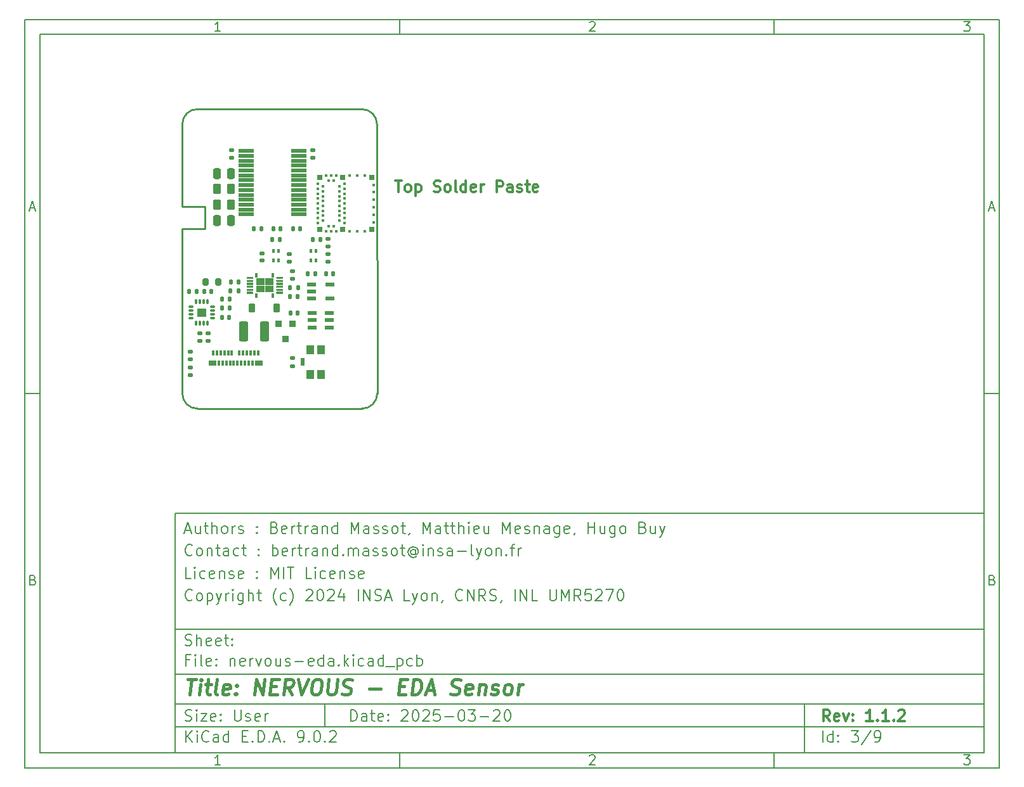
<source format=gbr>
%TF.GenerationSoftware,KiCad,Pcbnew,9.0.2*%
%TF.CreationDate,2025-10-01T11:11:21+02:00*%
%TF.ProjectId,nervous-eda,6e657276-6f75-4732-9d65-64612e6b6963,1.1.2*%
%TF.SameCoordinates,Original*%
%TF.FileFunction,Paste,Top*%
%TF.FilePolarity,Positive*%
%FSLAX46Y46*%
G04 Gerber Fmt 4.6, Leading zero omitted, Abs format (unit mm)*
G04 Created by KiCad (PCBNEW 9.0.2) date 2025-10-01 11:11:21*
%MOMM*%
%LPD*%
G01*
G04 APERTURE LIST*
G04 Aperture macros list*
%AMRoundRect*
0 Rectangle with rounded corners*
0 $1 Rounding radius*
0 $2 $3 $4 $5 $6 $7 $8 $9 X,Y pos of 4 corners*
0 Add a 4 corners polygon primitive as box body*
4,1,4,$2,$3,$4,$5,$6,$7,$8,$9,$2,$3,0*
0 Add four circle primitives for the rounded corners*
1,1,$1+$1,$2,$3*
1,1,$1+$1,$4,$5*
1,1,$1+$1,$6,$7*
1,1,$1+$1,$8,$9*
0 Add four rect primitives between the rounded corners*
20,1,$1+$1,$2,$3,$4,$5,0*
20,1,$1+$1,$4,$5,$6,$7,0*
20,1,$1+$1,$6,$7,$8,$9,0*
20,1,$1+$1,$8,$9,$2,$3,0*%
G04 Aperture macros list end*
%ADD10C,0.100000*%
%ADD11C,0.150000*%
%ADD12C,0.300000*%
%ADD13C,0.400000*%
%ADD14C,0.010000*%
%ADD15RoundRect,0.135000X0.135000X0.185000X-0.135000X0.185000X-0.135000X-0.185000X0.135000X-0.185000X0*%
%ADD16RoundRect,0.140000X0.140000X0.170000X-0.140000X0.170000X-0.140000X-0.170000X0.140000X-0.170000X0*%
%ADD17RoundRect,0.250000X0.250000X0.475000X-0.250000X0.475000X-0.250000X-0.475000X0.250000X-0.475000X0*%
%ADD18RoundRect,0.140000X-0.170000X0.140000X-0.170000X-0.140000X0.170000X-0.140000X0.170000X0.140000X0*%
%ADD19R,0.300000X0.700000*%
%ADD20R,1.000000X0.700000*%
%ADD21RoundRect,0.014400X-0.935600X-0.225600X0.935600X-0.225600X0.935600X0.225600X-0.935600X0.225600X0*%
%ADD22RoundRect,0.135000X0.185000X-0.135000X0.185000X0.135000X-0.185000X0.135000X-0.185000X-0.135000X0*%
%ADD23RoundRect,0.140000X-0.140000X-0.170000X0.140000X-0.170000X0.140000X0.170000X-0.140000X0.170000X0*%
%ADD24RoundRect,0.250000X-0.375000X-1.075000X0.375000X-1.075000X0.375000X1.075000X-0.375000X1.075000X0*%
%ADD25RoundRect,0.200000X-0.200000X-0.275000X0.200000X-0.275000X0.200000X0.275000X-0.200000X0.275000X0*%
%ADD26RoundRect,0.135000X-0.185000X0.135000X-0.185000X-0.135000X0.185000X-0.135000X0.185000X0.135000X0*%
%ADD27RoundRect,0.225000X0.225000X0.375000X-0.225000X0.375000X-0.225000X-0.375000X0.225000X-0.375000X0*%
%ADD28R,0.800001X0.800001*%
%ADD29R,0.399999X0.399999*%
%ADD30RoundRect,0.135000X-0.135000X-0.185000X0.135000X-0.185000X0.135000X0.185000X-0.135000X0.185000X0*%
%ADD31RoundRect,0.088500X-0.516500X-0.206500X0.516500X-0.206500X0.516500X0.206500X-0.516500X0.206500X0*%
%ADD32R,1.050000X1.150000*%
%ADD33R,0.600000X1.100000*%
%ADD34R,0.850000X0.850000*%
%ADD35RoundRect,0.250000X-0.262500X-0.450000X0.262500X-0.450000X0.262500X0.450000X-0.262500X0.450000X0*%
%ADD36R,0.400000X0.500000*%
%ADD37RoundRect,0.077000X-0.543000X-0.198000X0.543000X-0.198000X0.543000X0.198000X-0.543000X0.198000X0*%
%ADD38RoundRect,0.007200X-0.112800X0.292800X-0.112800X-0.292800X0.112800X-0.292800X0.112800X0.292800X0*%
%ADD39RoundRect,0.007200X-0.292800X-0.112800X0.292800X-0.112800X0.292800X0.112800X-0.292800X0.112800X0*%
%ADD40RoundRect,0.140000X0.170000X-0.140000X0.170000X0.140000X-0.170000X0.140000X-0.170000X-0.140000X0*%
%TA.AperFunction,Profile*%
%ADD41C,0.254000*%
%TD*%
G04 APERTURE END LIST*
D10*
D11*
X30012000Y-75990000D02*
X138012000Y-75990000D01*
X138012000Y-107990000D01*
X30012000Y-107990000D01*
X30012000Y-75990000D01*
D10*
D11*
X10000000Y-10000000D02*
X140012000Y-10000000D01*
X140012000Y-109990000D01*
X10000000Y-109990000D01*
X10000000Y-10000000D01*
D10*
D11*
X12000000Y-12000000D02*
X138012000Y-12000000D01*
X138012000Y-107990000D01*
X12000000Y-107990000D01*
X12000000Y-12000000D01*
D10*
D11*
X60000000Y-12000000D02*
X60000000Y-10000000D01*
D10*
D11*
X110000000Y-12000000D02*
X110000000Y-10000000D01*
D10*
D11*
X36089160Y-11593604D02*
X35346303Y-11593604D01*
X35717731Y-11593604D02*
X35717731Y-10293604D01*
X35717731Y-10293604D02*
X35593922Y-10479319D01*
X35593922Y-10479319D02*
X35470112Y-10603128D01*
X35470112Y-10603128D02*
X35346303Y-10665033D01*
D10*
D11*
X85346303Y-10417414D02*
X85408207Y-10355509D01*
X85408207Y-10355509D02*
X85532017Y-10293604D01*
X85532017Y-10293604D02*
X85841541Y-10293604D01*
X85841541Y-10293604D02*
X85965350Y-10355509D01*
X85965350Y-10355509D02*
X86027255Y-10417414D01*
X86027255Y-10417414D02*
X86089160Y-10541223D01*
X86089160Y-10541223D02*
X86089160Y-10665033D01*
X86089160Y-10665033D02*
X86027255Y-10850747D01*
X86027255Y-10850747D02*
X85284398Y-11593604D01*
X85284398Y-11593604D02*
X86089160Y-11593604D01*
D10*
D11*
X135284398Y-10293604D02*
X136089160Y-10293604D01*
X136089160Y-10293604D02*
X135655826Y-10788842D01*
X135655826Y-10788842D02*
X135841541Y-10788842D01*
X135841541Y-10788842D02*
X135965350Y-10850747D01*
X135965350Y-10850747D02*
X136027255Y-10912652D01*
X136027255Y-10912652D02*
X136089160Y-11036461D01*
X136089160Y-11036461D02*
X136089160Y-11345985D01*
X136089160Y-11345985D02*
X136027255Y-11469795D01*
X136027255Y-11469795D02*
X135965350Y-11531700D01*
X135965350Y-11531700D02*
X135841541Y-11593604D01*
X135841541Y-11593604D02*
X135470112Y-11593604D01*
X135470112Y-11593604D02*
X135346303Y-11531700D01*
X135346303Y-11531700D02*
X135284398Y-11469795D01*
D10*
D11*
X60000000Y-107990000D02*
X60000000Y-109990000D01*
D10*
D11*
X110000000Y-107990000D02*
X110000000Y-109990000D01*
D10*
D11*
X36089160Y-109583604D02*
X35346303Y-109583604D01*
X35717731Y-109583604D02*
X35717731Y-108283604D01*
X35717731Y-108283604D02*
X35593922Y-108469319D01*
X35593922Y-108469319D02*
X35470112Y-108593128D01*
X35470112Y-108593128D02*
X35346303Y-108655033D01*
D10*
D11*
X85346303Y-108407414D02*
X85408207Y-108345509D01*
X85408207Y-108345509D02*
X85532017Y-108283604D01*
X85532017Y-108283604D02*
X85841541Y-108283604D01*
X85841541Y-108283604D02*
X85965350Y-108345509D01*
X85965350Y-108345509D02*
X86027255Y-108407414D01*
X86027255Y-108407414D02*
X86089160Y-108531223D01*
X86089160Y-108531223D02*
X86089160Y-108655033D01*
X86089160Y-108655033D02*
X86027255Y-108840747D01*
X86027255Y-108840747D02*
X85284398Y-109583604D01*
X85284398Y-109583604D02*
X86089160Y-109583604D01*
D10*
D11*
X135284398Y-108283604D02*
X136089160Y-108283604D01*
X136089160Y-108283604D02*
X135655826Y-108778842D01*
X135655826Y-108778842D02*
X135841541Y-108778842D01*
X135841541Y-108778842D02*
X135965350Y-108840747D01*
X135965350Y-108840747D02*
X136027255Y-108902652D01*
X136027255Y-108902652D02*
X136089160Y-109026461D01*
X136089160Y-109026461D02*
X136089160Y-109335985D01*
X136089160Y-109335985D02*
X136027255Y-109459795D01*
X136027255Y-109459795D02*
X135965350Y-109521700D01*
X135965350Y-109521700D02*
X135841541Y-109583604D01*
X135841541Y-109583604D02*
X135470112Y-109583604D01*
X135470112Y-109583604D02*
X135346303Y-109521700D01*
X135346303Y-109521700D02*
X135284398Y-109459795D01*
D10*
D11*
X10000000Y-60000000D02*
X12000000Y-60000000D01*
D10*
D11*
X10690476Y-35222176D02*
X11309523Y-35222176D01*
X10566666Y-35593604D02*
X10999999Y-34293604D01*
X10999999Y-34293604D02*
X11433333Y-35593604D01*
D10*
D11*
X11092857Y-84912652D02*
X11278571Y-84974557D01*
X11278571Y-84974557D02*
X11340476Y-85036461D01*
X11340476Y-85036461D02*
X11402380Y-85160271D01*
X11402380Y-85160271D02*
X11402380Y-85345985D01*
X11402380Y-85345985D02*
X11340476Y-85469795D01*
X11340476Y-85469795D02*
X11278571Y-85531700D01*
X11278571Y-85531700D02*
X11154761Y-85593604D01*
X11154761Y-85593604D02*
X10659523Y-85593604D01*
X10659523Y-85593604D02*
X10659523Y-84293604D01*
X10659523Y-84293604D02*
X11092857Y-84293604D01*
X11092857Y-84293604D02*
X11216666Y-84355509D01*
X11216666Y-84355509D02*
X11278571Y-84417414D01*
X11278571Y-84417414D02*
X11340476Y-84541223D01*
X11340476Y-84541223D02*
X11340476Y-84665033D01*
X11340476Y-84665033D02*
X11278571Y-84788842D01*
X11278571Y-84788842D02*
X11216666Y-84850747D01*
X11216666Y-84850747D02*
X11092857Y-84912652D01*
X11092857Y-84912652D02*
X10659523Y-84912652D01*
D10*
D11*
X140012000Y-60000000D02*
X138012000Y-60000000D01*
D10*
D11*
X138702476Y-35222176D02*
X139321523Y-35222176D01*
X138578666Y-35593604D02*
X139011999Y-34293604D01*
X139011999Y-34293604D02*
X139445333Y-35593604D01*
D10*
D11*
X139104857Y-84912652D02*
X139290571Y-84974557D01*
X139290571Y-84974557D02*
X139352476Y-85036461D01*
X139352476Y-85036461D02*
X139414380Y-85160271D01*
X139414380Y-85160271D02*
X139414380Y-85345985D01*
X139414380Y-85345985D02*
X139352476Y-85469795D01*
X139352476Y-85469795D02*
X139290571Y-85531700D01*
X139290571Y-85531700D02*
X139166761Y-85593604D01*
X139166761Y-85593604D02*
X138671523Y-85593604D01*
X138671523Y-85593604D02*
X138671523Y-84293604D01*
X138671523Y-84293604D02*
X139104857Y-84293604D01*
X139104857Y-84293604D02*
X139228666Y-84355509D01*
X139228666Y-84355509D02*
X139290571Y-84417414D01*
X139290571Y-84417414D02*
X139352476Y-84541223D01*
X139352476Y-84541223D02*
X139352476Y-84665033D01*
X139352476Y-84665033D02*
X139290571Y-84788842D01*
X139290571Y-84788842D02*
X139228666Y-84850747D01*
X139228666Y-84850747D02*
X139104857Y-84912652D01*
X139104857Y-84912652D02*
X138671523Y-84912652D01*
D10*
D11*
X53467826Y-103776128D02*
X53467826Y-102276128D01*
X53467826Y-102276128D02*
X53824969Y-102276128D01*
X53824969Y-102276128D02*
X54039255Y-102347557D01*
X54039255Y-102347557D02*
X54182112Y-102490414D01*
X54182112Y-102490414D02*
X54253541Y-102633271D01*
X54253541Y-102633271D02*
X54324969Y-102918985D01*
X54324969Y-102918985D02*
X54324969Y-103133271D01*
X54324969Y-103133271D02*
X54253541Y-103418985D01*
X54253541Y-103418985D02*
X54182112Y-103561842D01*
X54182112Y-103561842D02*
X54039255Y-103704700D01*
X54039255Y-103704700D02*
X53824969Y-103776128D01*
X53824969Y-103776128D02*
X53467826Y-103776128D01*
X55610684Y-103776128D02*
X55610684Y-102990414D01*
X55610684Y-102990414D02*
X55539255Y-102847557D01*
X55539255Y-102847557D02*
X55396398Y-102776128D01*
X55396398Y-102776128D02*
X55110684Y-102776128D01*
X55110684Y-102776128D02*
X54967826Y-102847557D01*
X55610684Y-103704700D02*
X55467826Y-103776128D01*
X55467826Y-103776128D02*
X55110684Y-103776128D01*
X55110684Y-103776128D02*
X54967826Y-103704700D01*
X54967826Y-103704700D02*
X54896398Y-103561842D01*
X54896398Y-103561842D02*
X54896398Y-103418985D01*
X54896398Y-103418985D02*
X54967826Y-103276128D01*
X54967826Y-103276128D02*
X55110684Y-103204700D01*
X55110684Y-103204700D02*
X55467826Y-103204700D01*
X55467826Y-103204700D02*
X55610684Y-103133271D01*
X56110684Y-102776128D02*
X56682112Y-102776128D01*
X56324969Y-102276128D02*
X56324969Y-103561842D01*
X56324969Y-103561842D02*
X56396398Y-103704700D01*
X56396398Y-103704700D02*
X56539255Y-103776128D01*
X56539255Y-103776128D02*
X56682112Y-103776128D01*
X57753541Y-103704700D02*
X57610684Y-103776128D01*
X57610684Y-103776128D02*
X57324970Y-103776128D01*
X57324970Y-103776128D02*
X57182112Y-103704700D01*
X57182112Y-103704700D02*
X57110684Y-103561842D01*
X57110684Y-103561842D02*
X57110684Y-102990414D01*
X57110684Y-102990414D02*
X57182112Y-102847557D01*
X57182112Y-102847557D02*
X57324970Y-102776128D01*
X57324970Y-102776128D02*
X57610684Y-102776128D01*
X57610684Y-102776128D02*
X57753541Y-102847557D01*
X57753541Y-102847557D02*
X57824970Y-102990414D01*
X57824970Y-102990414D02*
X57824970Y-103133271D01*
X57824970Y-103133271D02*
X57110684Y-103276128D01*
X58467826Y-103633271D02*
X58539255Y-103704700D01*
X58539255Y-103704700D02*
X58467826Y-103776128D01*
X58467826Y-103776128D02*
X58396398Y-103704700D01*
X58396398Y-103704700D02*
X58467826Y-103633271D01*
X58467826Y-103633271D02*
X58467826Y-103776128D01*
X58467826Y-102847557D02*
X58539255Y-102918985D01*
X58539255Y-102918985D02*
X58467826Y-102990414D01*
X58467826Y-102990414D02*
X58396398Y-102918985D01*
X58396398Y-102918985D02*
X58467826Y-102847557D01*
X58467826Y-102847557D02*
X58467826Y-102990414D01*
X60253541Y-102418985D02*
X60324969Y-102347557D01*
X60324969Y-102347557D02*
X60467827Y-102276128D01*
X60467827Y-102276128D02*
X60824969Y-102276128D01*
X60824969Y-102276128D02*
X60967827Y-102347557D01*
X60967827Y-102347557D02*
X61039255Y-102418985D01*
X61039255Y-102418985D02*
X61110684Y-102561842D01*
X61110684Y-102561842D02*
X61110684Y-102704700D01*
X61110684Y-102704700D02*
X61039255Y-102918985D01*
X61039255Y-102918985D02*
X60182112Y-103776128D01*
X60182112Y-103776128D02*
X61110684Y-103776128D01*
X62039255Y-102276128D02*
X62182112Y-102276128D01*
X62182112Y-102276128D02*
X62324969Y-102347557D01*
X62324969Y-102347557D02*
X62396398Y-102418985D01*
X62396398Y-102418985D02*
X62467826Y-102561842D01*
X62467826Y-102561842D02*
X62539255Y-102847557D01*
X62539255Y-102847557D02*
X62539255Y-103204700D01*
X62539255Y-103204700D02*
X62467826Y-103490414D01*
X62467826Y-103490414D02*
X62396398Y-103633271D01*
X62396398Y-103633271D02*
X62324969Y-103704700D01*
X62324969Y-103704700D02*
X62182112Y-103776128D01*
X62182112Y-103776128D02*
X62039255Y-103776128D01*
X62039255Y-103776128D02*
X61896398Y-103704700D01*
X61896398Y-103704700D02*
X61824969Y-103633271D01*
X61824969Y-103633271D02*
X61753540Y-103490414D01*
X61753540Y-103490414D02*
X61682112Y-103204700D01*
X61682112Y-103204700D02*
X61682112Y-102847557D01*
X61682112Y-102847557D02*
X61753540Y-102561842D01*
X61753540Y-102561842D02*
X61824969Y-102418985D01*
X61824969Y-102418985D02*
X61896398Y-102347557D01*
X61896398Y-102347557D02*
X62039255Y-102276128D01*
X63110683Y-102418985D02*
X63182111Y-102347557D01*
X63182111Y-102347557D02*
X63324969Y-102276128D01*
X63324969Y-102276128D02*
X63682111Y-102276128D01*
X63682111Y-102276128D02*
X63824969Y-102347557D01*
X63824969Y-102347557D02*
X63896397Y-102418985D01*
X63896397Y-102418985D02*
X63967826Y-102561842D01*
X63967826Y-102561842D02*
X63967826Y-102704700D01*
X63967826Y-102704700D02*
X63896397Y-102918985D01*
X63896397Y-102918985D02*
X63039254Y-103776128D01*
X63039254Y-103776128D02*
X63967826Y-103776128D01*
X65324968Y-102276128D02*
X64610682Y-102276128D01*
X64610682Y-102276128D02*
X64539254Y-102990414D01*
X64539254Y-102990414D02*
X64610682Y-102918985D01*
X64610682Y-102918985D02*
X64753540Y-102847557D01*
X64753540Y-102847557D02*
X65110682Y-102847557D01*
X65110682Y-102847557D02*
X65253540Y-102918985D01*
X65253540Y-102918985D02*
X65324968Y-102990414D01*
X65324968Y-102990414D02*
X65396397Y-103133271D01*
X65396397Y-103133271D02*
X65396397Y-103490414D01*
X65396397Y-103490414D02*
X65324968Y-103633271D01*
X65324968Y-103633271D02*
X65253540Y-103704700D01*
X65253540Y-103704700D02*
X65110682Y-103776128D01*
X65110682Y-103776128D02*
X64753540Y-103776128D01*
X64753540Y-103776128D02*
X64610682Y-103704700D01*
X64610682Y-103704700D02*
X64539254Y-103633271D01*
X66039253Y-103204700D02*
X67182111Y-103204700D01*
X68182111Y-102276128D02*
X68324968Y-102276128D01*
X68324968Y-102276128D02*
X68467825Y-102347557D01*
X68467825Y-102347557D02*
X68539254Y-102418985D01*
X68539254Y-102418985D02*
X68610682Y-102561842D01*
X68610682Y-102561842D02*
X68682111Y-102847557D01*
X68682111Y-102847557D02*
X68682111Y-103204700D01*
X68682111Y-103204700D02*
X68610682Y-103490414D01*
X68610682Y-103490414D02*
X68539254Y-103633271D01*
X68539254Y-103633271D02*
X68467825Y-103704700D01*
X68467825Y-103704700D02*
X68324968Y-103776128D01*
X68324968Y-103776128D02*
X68182111Y-103776128D01*
X68182111Y-103776128D02*
X68039254Y-103704700D01*
X68039254Y-103704700D02*
X67967825Y-103633271D01*
X67967825Y-103633271D02*
X67896396Y-103490414D01*
X67896396Y-103490414D02*
X67824968Y-103204700D01*
X67824968Y-103204700D02*
X67824968Y-102847557D01*
X67824968Y-102847557D02*
X67896396Y-102561842D01*
X67896396Y-102561842D02*
X67967825Y-102418985D01*
X67967825Y-102418985D02*
X68039254Y-102347557D01*
X68039254Y-102347557D02*
X68182111Y-102276128D01*
X69182110Y-102276128D02*
X70110682Y-102276128D01*
X70110682Y-102276128D02*
X69610682Y-102847557D01*
X69610682Y-102847557D02*
X69824967Y-102847557D01*
X69824967Y-102847557D02*
X69967825Y-102918985D01*
X69967825Y-102918985D02*
X70039253Y-102990414D01*
X70039253Y-102990414D02*
X70110682Y-103133271D01*
X70110682Y-103133271D02*
X70110682Y-103490414D01*
X70110682Y-103490414D02*
X70039253Y-103633271D01*
X70039253Y-103633271D02*
X69967825Y-103704700D01*
X69967825Y-103704700D02*
X69824967Y-103776128D01*
X69824967Y-103776128D02*
X69396396Y-103776128D01*
X69396396Y-103776128D02*
X69253539Y-103704700D01*
X69253539Y-103704700D02*
X69182110Y-103633271D01*
X70753538Y-103204700D02*
X71896396Y-103204700D01*
X72539253Y-102418985D02*
X72610681Y-102347557D01*
X72610681Y-102347557D02*
X72753539Y-102276128D01*
X72753539Y-102276128D02*
X73110681Y-102276128D01*
X73110681Y-102276128D02*
X73253539Y-102347557D01*
X73253539Y-102347557D02*
X73324967Y-102418985D01*
X73324967Y-102418985D02*
X73396396Y-102561842D01*
X73396396Y-102561842D02*
X73396396Y-102704700D01*
X73396396Y-102704700D02*
X73324967Y-102918985D01*
X73324967Y-102918985D02*
X72467824Y-103776128D01*
X72467824Y-103776128D02*
X73396396Y-103776128D01*
X74324967Y-102276128D02*
X74467824Y-102276128D01*
X74467824Y-102276128D02*
X74610681Y-102347557D01*
X74610681Y-102347557D02*
X74682110Y-102418985D01*
X74682110Y-102418985D02*
X74753538Y-102561842D01*
X74753538Y-102561842D02*
X74824967Y-102847557D01*
X74824967Y-102847557D02*
X74824967Y-103204700D01*
X74824967Y-103204700D02*
X74753538Y-103490414D01*
X74753538Y-103490414D02*
X74682110Y-103633271D01*
X74682110Y-103633271D02*
X74610681Y-103704700D01*
X74610681Y-103704700D02*
X74467824Y-103776128D01*
X74467824Y-103776128D02*
X74324967Y-103776128D01*
X74324967Y-103776128D02*
X74182110Y-103704700D01*
X74182110Y-103704700D02*
X74110681Y-103633271D01*
X74110681Y-103633271D02*
X74039252Y-103490414D01*
X74039252Y-103490414D02*
X73967824Y-103204700D01*
X73967824Y-103204700D02*
X73967824Y-102847557D01*
X73967824Y-102847557D02*
X74039252Y-102561842D01*
X74039252Y-102561842D02*
X74110681Y-102418985D01*
X74110681Y-102418985D02*
X74182110Y-102347557D01*
X74182110Y-102347557D02*
X74324967Y-102276128D01*
D10*
D11*
X30012000Y-104490000D02*
X138012000Y-104490000D01*
D10*
D11*
X31467826Y-106576128D02*
X31467826Y-105076128D01*
X32324969Y-106576128D02*
X31682112Y-105718985D01*
X32324969Y-105076128D02*
X31467826Y-105933271D01*
X32967826Y-106576128D02*
X32967826Y-105576128D01*
X32967826Y-105076128D02*
X32896398Y-105147557D01*
X32896398Y-105147557D02*
X32967826Y-105218985D01*
X32967826Y-105218985D02*
X33039255Y-105147557D01*
X33039255Y-105147557D02*
X32967826Y-105076128D01*
X32967826Y-105076128D02*
X32967826Y-105218985D01*
X34539255Y-106433271D02*
X34467827Y-106504700D01*
X34467827Y-106504700D02*
X34253541Y-106576128D01*
X34253541Y-106576128D02*
X34110684Y-106576128D01*
X34110684Y-106576128D02*
X33896398Y-106504700D01*
X33896398Y-106504700D02*
X33753541Y-106361842D01*
X33753541Y-106361842D02*
X33682112Y-106218985D01*
X33682112Y-106218985D02*
X33610684Y-105933271D01*
X33610684Y-105933271D02*
X33610684Y-105718985D01*
X33610684Y-105718985D02*
X33682112Y-105433271D01*
X33682112Y-105433271D02*
X33753541Y-105290414D01*
X33753541Y-105290414D02*
X33896398Y-105147557D01*
X33896398Y-105147557D02*
X34110684Y-105076128D01*
X34110684Y-105076128D02*
X34253541Y-105076128D01*
X34253541Y-105076128D02*
X34467827Y-105147557D01*
X34467827Y-105147557D02*
X34539255Y-105218985D01*
X35824970Y-106576128D02*
X35824970Y-105790414D01*
X35824970Y-105790414D02*
X35753541Y-105647557D01*
X35753541Y-105647557D02*
X35610684Y-105576128D01*
X35610684Y-105576128D02*
X35324970Y-105576128D01*
X35324970Y-105576128D02*
X35182112Y-105647557D01*
X35824970Y-106504700D02*
X35682112Y-106576128D01*
X35682112Y-106576128D02*
X35324970Y-106576128D01*
X35324970Y-106576128D02*
X35182112Y-106504700D01*
X35182112Y-106504700D02*
X35110684Y-106361842D01*
X35110684Y-106361842D02*
X35110684Y-106218985D01*
X35110684Y-106218985D02*
X35182112Y-106076128D01*
X35182112Y-106076128D02*
X35324970Y-106004700D01*
X35324970Y-106004700D02*
X35682112Y-106004700D01*
X35682112Y-106004700D02*
X35824970Y-105933271D01*
X37182113Y-106576128D02*
X37182113Y-105076128D01*
X37182113Y-106504700D02*
X37039255Y-106576128D01*
X37039255Y-106576128D02*
X36753541Y-106576128D01*
X36753541Y-106576128D02*
X36610684Y-106504700D01*
X36610684Y-106504700D02*
X36539255Y-106433271D01*
X36539255Y-106433271D02*
X36467827Y-106290414D01*
X36467827Y-106290414D02*
X36467827Y-105861842D01*
X36467827Y-105861842D02*
X36539255Y-105718985D01*
X36539255Y-105718985D02*
X36610684Y-105647557D01*
X36610684Y-105647557D02*
X36753541Y-105576128D01*
X36753541Y-105576128D02*
X37039255Y-105576128D01*
X37039255Y-105576128D02*
X37182113Y-105647557D01*
X39039255Y-105790414D02*
X39539255Y-105790414D01*
X39753541Y-106576128D02*
X39039255Y-106576128D01*
X39039255Y-106576128D02*
X39039255Y-105076128D01*
X39039255Y-105076128D02*
X39753541Y-105076128D01*
X40396398Y-106433271D02*
X40467827Y-106504700D01*
X40467827Y-106504700D02*
X40396398Y-106576128D01*
X40396398Y-106576128D02*
X40324970Y-106504700D01*
X40324970Y-106504700D02*
X40396398Y-106433271D01*
X40396398Y-106433271D02*
X40396398Y-106576128D01*
X41110684Y-106576128D02*
X41110684Y-105076128D01*
X41110684Y-105076128D02*
X41467827Y-105076128D01*
X41467827Y-105076128D02*
X41682113Y-105147557D01*
X41682113Y-105147557D02*
X41824970Y-105290414D01*
X41824970Y-105290414D02*
X41896399Y-105433271D01*
X41896399Y-105433271D02*
X41967827Y-105718985D01*
X41967827Y-105718985D02*
X41967827Y-105933271D01*
X41967827Y-105933271D02*
X41896399Y-106218985D01*
X41896399Y-106218985D02*
X41824970Y-106361842D01*
X41824970Y-106361842D02*
X41682113Y-106504700D01*
X41682113Y-106504700D02*
X41467827Y-106576128D01*
X41467827Y-106576128D02*
X41110684Y-106576128D01*
X42610684Y-106433271D02*
X42682113Y-106504700D01*
X42682113Y-106504700D02*
X42610684Y-106576128D01*
X42610684Y-106576128D02*
X42539256Y-106504700D01*
X42539256Y-106504700D02*
X42610684Y-106433271D01*
X42610684Y-106433271D02*
X42610684Y-106576128D01*
X43253542Y-106147557D02*
X43967828Y-106147557D01*
X43110685Y-106576128D02*
X43610685Y-105076128D01*
X43610685Y-105076128D02*
X44110685Y-106576128D01*
X44610684Y-106433271D02*
X44682113Y-106504700D01*
X44682113Y-106504700D02*
X44610684Y-106576128D01*
X44610684Y-106576128D02*
X44539256Y-106504700D01*
X44539256Y-106504700D02*
X44610684Y-106433271D01*
X44610684Y-106433271D02*
X44610684Y-106576128D01*
X46539256Y-106576128D02*
X46824970Y-106576128D01*
X46824970Y-106576128D02*
X46967827Y-106504700D01*
X46967827Y-106504700D02*
X47039256Y-106433271D01*
X47039256Y-106433271D02*
X47182113Y-106218985D01*
X47182113Y-106218985D02*
X47253542Y-105933271D01*
X47253542Y-105933271D02*
X47253542Y-105361842D01*
X47253542Y-105361842D02*
X47182113Y-105218985D01*
X47182113Y-105218985D02*
X47110685Y-105147557D01*
X47110685Y-105147557D02*
X46967827Y-105076128D01*
X46967827Y-105076128D02*
X46682113Y-105076128D01*
X46682113Y-105076128D02*
X46539256Y-105147557D01*
X46539256Y-105147557D02*
X46467827Y-105218985D01*
X46467827Y-105218985D02*
X46396399Y-105361842D01*
X46396399Y-105361842D02*
X46396399Y-105718985D01*
X46396399Y-105718985D02*
X46467827Y-105861842D01*
X46467827Y-105861842D02*
X46539256Y-105933271D01*
X46539256Y-105933271D02*
X46682113Y-106004700D01*
X46682113Y-106004700D02*
X46967827Y-106004700D01*
X46967827Y-106004700D02*
X47110685Y-105933271D01*
X47110685Y-105933271D02*
X47182113Y-105861842D01*
X47182113Y-105861842D02*
X47253542Y-105718985D01*
X47896398Y-106433271D02*
X47967827Y-106504700D01*
X47967827Y-106504700D02*
X47896398Y-106576128D01*
X47896398Y-106576128D02*
X47824970Y-106504700D01*
X47824970Y-106504700D02*
X47896398Y-106433271D01*
X47896398Y-106433271D02*
X47896398Y-106576128D01*
X48896399Y-105076128D02*
X49039256Y-105076128D01*
X49039256Y-105076128D02*
X49182113Y-105147557D01*
X49182113Y-105147557D02*
X49253542Y-105218985D01*
X49253542Y-105218985D02*
X49324970Y-105361842D01*
X49324970Y-105361842D02*
X49396399Y-105647557D01*
X49396399Y-105647557D02*
X49396399Y-106004700D01*
X49396399Y-106004700D02*
X49324970Y-106290414D01*
X49324970Y-106290414D02*
X49253542Y-106433271D01*
X49253542Y-106433271D02*
X49182113Y-106504700D01*
X49182113Y-106504700D02*
X49039256Y-106576128D01*
X49039256Y-106576128D02*
X48896399Y-106576128D01*
X48896399Y-106576128D02*
X48753542Y-106504700D01*
X48753542Y-106504700D02*
X48682113Y-106433271D01*
X48682113Y-106433271D02*
X48610684Y-106290414D01*
X48610684Y-106290414D02*
X48539256Y-106004700D01*
X48539256Y-106004700D02*
X48539256Y-105647557D01*
X48539256Y-105647557D02*
X48610684Y-105361842D01*
X48610684Y-105361842D02*
X48682113Y-105218985D01*
X48682113Y-105218985D02*
X48753542Y-105147557D01*
X48753542Y-105147557D02*
X48896399Y-105076128D01*
X50039255Y-106433271D02*
X50110684Y-106504700D01*
X50110684Y-106504700D02*
X50039255Y-106576128D01*
X50039255Y-106576128D02*
X49967827Y-106504700D01*
X49967827Y-106504700D02*
X50039255Y-106433271D01*
X50039255Y-106433271D02*
X50039255Y-106576128D01*
X50682113Y-105218985D02*
X50753541Y-105147557D01*
X50753541Y-105147557D02*
X50896399Y-105076128D01*
X50896399Y-105076128D02*
X51253541Y-105076128D01*
X51253541Y-105076128D02*
X51396399Y-105147557D01*
X51396399Y-105147557D02*
X51467827Y-105218985D01*
X51467827Y-105218985D02*
X51539256Y-105361842D01*
X51539256Y-105361842D02*
X51539256Y-105504700D01*
X51539256Y-105504700D02*
X51467827Y-105718985D01*
X51467827Y-105718985D02*
X50610684Y-106576128D01*
X50610684Y-106576128D02*
X51539256Y-106576128D01*
D10*
D11*
X30012000Y-101490000D02*
X138012000Y-101490000D01*
D10*
D12*
X117423653Y-103768328D02*
X116923653Y-103054042D01*
X116566510Y-103768328D02*
X116566510Y-102268328D01*
X116566510Y-102268328D02*
X117137939Y-102268328D01*
X117137939Y-102268328D02*
X117280796Y-102339757D01*
X117280796Y-102339757D02*
X117352225Y-102411185D01*
X117352225Y-102411185D02*
X117423653Y-102554042D01*
X117423653Y-102554042D02*
X117423653Y-102768328D01*
X117423653Y-102768328D02*
X117352225Y-102911185D01*
X117352225Y-102911185D02*
X117280796Y-102982614D01*
X117280796Y-102982614D02*
X117137939Y-103054042D01*
X117137939Y-103054042D02*
X116566510Y-103054042D01*
X118637939Y-103696900D02*
X118495082Y-103768328D01*
X118495082Y-103768328D02*
X118209368Y-103768328D01*
X118209368Y-103768328D02*
X118066510Y-103696900D01*
X118066510Y-103696900D02*
X117995082Y-103554042D01*
X117995082Y-103554042D02*
X117995082Y-102982614D01*
X117995082Y-102982614D02*
X118066510Y-102839757D01*
X118066510Y-102839757D02*
X118209368Y-102768328D01*
X118209368Y-102768328D02*
X118495082Y-102768328D01*
X118495082Y-102768328D02*
X118637939Y-102839757D01*
X118637939Y-102839757D02*
X118709368Y-102982614D01*
X118709368Y-102982614D02*
X118709368Y-103125471D01*
X118709368Y-103125471D02*
X117995082Y-103268328D01*
X119209367Y-102768328D02*
X119566510Y-103768328D01*
X119566510Y-103768328D02*
X119923653Y-102768328D01*
X120495081Y-103625471D02*
X120566510Y-103696900D01*
X120566510Y-103696900D02*
X120495081Y-103768328D01*
X120495081Y-103768328D02*
X120423653Y-103696900D01*
X120423653Y-103696900D02*
X120495081Y-103625471D01*
X120495081Y-103625471D02*
X120495081Y-103768328D01*
X120495081Y-102839757D02*
X120566510Y-102911185D01*
X120566510Y-102911185D02*
X120495081Y-102982614D01*
X120495081Y-102982614D02*
X120423653Y-102911185D01*
X120423653Y-102911185D02*
X120495081Y-102839757D01*
X120495081Y-102839757D02*
X120495081Y-102982614D01*
X123137939Y-103768328D02*
X122280796Y-103768328D01*
X122709367Y-103768328D02*
X122709367Y-102268328D01*
X122709367Y-102268328D02*
X122566510Y-102482614D01*
X122566510Y-102482614D02*
X122423653Y-102625471D01*
X122423653Y-102625471D02*
X122280796Y-102696900D01*
X123780795Y-103625471D02*
X123852224Y-103696900D01*
X123852224Y-103696900D02*
X123780795Y-103768328D01*
X123780795Y-103768328D02*
X123709367Y-103696900D01*
X123709367Y-103696900D02*
X123780795Y-103625471D01*
X123780795Y-103625471D02*
X123780795Y-103768328D01*
X125280796Y-103768328D02*
X124423653Y-103768328D01*
X124852224Y-103768328D02*
X124852224Y-102268328D01*
X124852224Y-102268328D02*
X124709367Y-102482614D01*
X124709367Y-102482614D02*
X124566510Y-102625471D01*
X124566510Y-102625471D02*
X124423653Y-102696900D01*
X125923652Y-103625471D02*
X125995081Y-103696900D01*
X125995081Y-103696900D02*
X125923652Y-103768328D01*
X125923652Y-103768328D02*
X125852224Y-103696900D01*
X125852224Y-103696900D02*
X125923652Y-103625471D01*
X125923652Y-103625471D02*
X125923652Y-103768328D01*
X126566510Y-102411185D02*
X126637938Y-102339757D01*
X126637938Y-102339757D02*
X126780796Y-102268328D01*
X126780796Y-102268328D02*
X127137938Y-102268328D01*
X127137938Y-102268328D02*
X127280796Y-102339757D01*
X127280796Y-102339757D02*
X127352224Y-102411185D01*
X127352224Y-102411185D02*
X127423653Y-102554042D01*
X127423653Y-102554042D02*
X127423653Y-102696900D01*
X127423653Y-102696900D02*
X127352224Y-102911185D01*
X127352224Y-102911185D02*
X126495081Y-103768328D01*
X126495081Y-103768328D02*
X127423653Y-103768328D01*
D10*
D11*
X31396398Y-103704700D02*
X31610684Y-103776128D01*
X31610684Y-103776128D02*
X31967826Y-103776128D01*
X31967826Y-103776128D02*
X32110684Y-103704700D01*
X32110684Y-103704700D02*
X32182112Y-103633271D01*
X32182112Y-103633271D02*
X32253541Y-103490414D01*
X32253541Y-103490414D02*
X32253541Y-103347557D01*
X32253541Y-103347557D02*
X32182112Y-103204700D01*
X32182112Y-103204700D02*
X32110684Y-103133271D01*
X32110684Y-103133271D02*
X31967826Y-103061842D01*
X31967826Y-103061842D02*
X31682112Y-102990414D01*
X31682112Y-102990414D02*
X31539255Y-102918985D01*
X31539255Y-102918985D02*
X31467826Y-102847557D01*
X31467826Y-102847557D02*
X31396398Y-102704700D01*
X31396398Y-102704700D02*
X31396398Y-102561842D01*
X31396398Y-102561842D02*
X31467826Y-102418985D01*
X31467826Y-102418985D02*
X31539255Y-102347557D01*
X31539255Y-102347557D02*
X31682112Y-102276128D01*
X31682112Y-102276128D02*
X32039255Y-102276128D01*
X32039255Y-102276128D02*
X32253541Y-102347557D01*
X32896397Y-103776128D02*
X32896397Y-102776128D01*
X32896397Y-102276128D02*
X32824969Y-102347557D01*
X32824969Y-102347557D02*
X32896397Y-102418985D01*
X32896397Y-102418985D02*
X32967826Y-102347557D01*
X32967826Y-102347557D02*
X32896397Y-102276128D01*
X32896397Y-102276128D02*
X32896397Y-102418985D01*
X33467826Y-102776128D02*
X34253541Y-102776128D01*
X34253541Y-102776128D02*
X33467826Y-103776128D01*
X33467826Y-103776128D02*
X34253541Y-103776128D01*
X35396398Y-103704700D02*
X35253541Y-103776128D01*
X35253541Y-103776128D02*
X34967827Y-103776128D01*
X34967827Y-103776128D02*
X34824969Y-103704700D01*
X34824969Y-103704700D02*
X34753541Y-103561842D01*
X34753541Y-103561842D02*
X34753541Y-102990414D01*
X34753541Y-102990414D02*
X34824969Y-102847557D01*
X34824969Y-102847557D02*
X34967827Y-102776128D01*
X34967827Y-102776128D02*
X35253541Y-102776128D01*
X35253541Y-102776128D02*
X35396398Y-102847557D01*
X35396398Y-102847557D02*
X35467827Y-102990414D01*
X35467827Y-102990414D02*
X35467827Y-103133271D01*
X35467827Y-103133271D02*
X34753541Y-103276128D01*
X36110683Y-103633271D02*
X36182112Y-103704700D01*
X36182112Y-103704700D02*
X36110683Y-103776128D01*
X36110683Y-103776128D02*
X36039255Y-103704700D01*
X36039255Y-103704700D02*
X36110683Y-103633271D01*
X36110683Y-103633271D02*
X36110683Y-103776128D01*
X36110683Y-102847557D02*
X36182112Y-102918985D01*
X36182112Y-102918985D02*
X36110683Y-102990414D01*
X36110683Y-102990414D02*
X36039255Y-102918985D01*
X36039255Y-102918985D02*
X36110683Y-102847557D01*
X36110683Y-102847557D02*
X36110683Y-102990414D01*
X37967826Y-102276128D02*
X37967826Y-103490414D01*
X37967826Y-103490414D02*
X38039255Y-103633271D01*
X38039255Y-103633271D02*
X38110684Y-103704700D01*
X38110684Y-103704700D02*
X38253541Y-103776128D01*
X38253541Y-103776128D02*
X38539255Y-103776128D01*
X38539255Y-103776128D02*
X38682112Y-103704700D01*
X38682112Y-103704700D02*
X38753541Y-103633271D01*
X38753541Y-103633271D02*
X38824969Y-103490414D01*
X38824969Y-103490414D02*
X38824969Y-102276128D01*
X39467827Y-103704700D02*
X39610684Y-103776128D01*
X39610684Y-103776128D02*
X39896398Y-103776128D01*
X39896398Y-103776128D02*
X40039255Y-103704700D01*
X40039255Y-103704700D02*
X40110684Y-103561842D01*
X40110684Y-103561842D02*
X40110684Y-103490414D01*
X40110684Y-103490414D02*
X40039255Y-103347557D01*
X40039255Y-103347557D02*
X39896398Y-103276128D01*
X39896398Y-103276128D02*
X39682113Y-103276128D01*
X39682113Y-103276128D02*
X39539255Y-103204700D01*
X39539255Y-103204700D02*
X39467827Y-103061842D01*
X39467827Y-103061842D02*
X39467827Y-102990414D01*
X39467827Y-102990414D02*
X39539255Y-102847557D01*
X39539255Y-102847557D02*
X39682113Y-102776128D01*
X39682113Y-102776128D02*
X39896398Y-102776128D01*
X39896398Y-102776128D02*
X40039255Y-102847557D01*
X41324970Y-103704700D02*
X41182113Y-103776128D01*
X41182113Y-103776128D02*
X40896399Y-103776128D01*
X40896399Y-103776128D02*
X40753541Y-103704700D01*
X40753541Y-103704700D02*
X40682113Y-103561842D01*
X40682113Y-103561842D02*
X40682113Y-102990414D01*
X40682113Y-102990414D02*
X40753541Y-102847557D01*
X40753541Y-102847557D02*
X40896399Y-102776128D01*
X40896399Y-102776128D02*
X41182113Y-102776128D01*
X41182113Y-102776128D02*
X41324970Y-102847557D01*
X41324970Y-102847557D02*
X41396399Y-102990414D01*
X41396399Y-102990414D02*
X41396399Y-103133271D01*
X41396399Y-103133271D02*
X40682113Y-103276128D01*
X42039255Y-103776128D02*
X42039255Y-102776128D01*
X42039255Y-103061842D02*
X42110684Y-102918985D01*
X42110684Y-102918985D02*
X42182113Y-102847557D01*
X42182113Y-102847557D02*
X42324970Y-102776128D01*
X42324970Y-102776128D02*
X42467827Y-102776128D01*
D10*
D11*
X116467826Y-106576128D02*
X116467826Y-105076128D01*
X117824970Y-106576128D02*
X117824970Y-105076128D01*
X117824970Y-106504700D02*
X117682112Y-106576128D01*
X117682112Y-106576128D02*
X117396398Y-106576128D01*
X117396398Y-106576128D02*
X117253541Y-106504700D01*
X117253541Y-106504700D02*
X117182112Y-106433271D01*
X117182112Y-106433271D02*
X117110684Y-106290414D01*
X117110684Y-106290414D02*
X117110684Y-105861842D01*
X117110684Y-105861842D02*
X117182112Y-105718985D01*
X117182112Y-105718985D02*
X117253541Y-105647557D01*
X117253541Y-105647557D02*
X117396398Y-105576128D01*
X117396398Y-105576128D02*
X117682112Y-105576128D01*
X117682112Y-105576128D02*
X117824970Y-105647557D01*
X118539255Y-106433271D02*
X118610684Y-106504700D01*
X118610684Y-106504700D02*
X118539255Y-106576128D01*
X118539255Y-106576128D02*
X118467827Y-106504700D01*
X118467827Y-106504700D02*
X118539255Y-106433271D01*
X118539255Y-106433271D02*
X118539255Y-106576128D01*
X118539255Y-105647557D02*
X118610684Y-105718985D01*
X118610684Y-105718985D02*
X118539255Y-105790414D01*
X118539255Y-105790414D02*
X118467827Y-105718985D01*
X118467827Y-105718985D02*
X118539255Y-105647557D01*
X118539255Y-105647557D02*
X118539255Y-105790414D01*
X120253541Y-105076128D02*
X121182113Y-105076128D01*
X121182113Y-105076128D02*
X120682113Y-105647557D01*
X120682113Y-105647557D02*
X120896398Y-105647557D01*
X120896398Y-105647557D02*
X121039256Y-105718985D01*
X121039256Y-105718985D02*
X121110684Y-105790414D01*
X121110684Y-105790414D02*
X121182113Y-105933271D01*
X121182113Y-105933271D02*
X121182113Y-106290414D01*
X121182113Y-106290414D02*
X121110684Y-106433271D01*
X121110684Y-106433271D02*
X121039256Y-106504700D01*
X121039256Y-106504700D02*
X120896398Y-106576128D01*
X120896398Y-106576128D02*
X120467827Y-106576128D01*
X120467827Y-106576128D02*
X120324970Y-106504700D01*
X120324970Y-106504700D02*
X120253541Y-106433271D01*
X122896398Y-105004700D02*
X121610684Y-106933271D01*
X123467827Y-106576128D02*
X123753541Y-106576128D01*
X123753541Y-106576128D02*
X123896398Y-106504700D01*
X123896398Y-106504700D02*
X123967827Y-106433271D01*
X123967827Y-106433271D02*
X124110684Y-106218985D01*
X124110684Y-106218985D02*
X124182113Y-105933271D01*
X124182113Y-105933271D02*
X124182113Y-105361842D01*
X124182113Y-105361842D02*
X124110684Y-105218985D01*
X124110684Y-105218985D02*
X124039256Y-105147557D01*
X124039256Y-105147557D02*
X123896398Y-105076128D01*
X123896398Y-105076128D02*
X123610684Y-105076128D01*
X123610684Y-105076128D02*
X123467827Y-105147557D01*
X123467827Y-105147557D02*
X123396398Y-105218985D01*
X123396398Y-105218985D02*
X123324970Y-105361842D01*
X123324970Y-105361842D02*
X123324970Y-105718985D01*
X123324970Y-105718985D02*
X123396398Y-105861842D01*
X123396398Y-105861842D02*
X123467827Y-105933271D01*
X123467827Y-105933271D02*
X123610684Y-106004700D01*
X123610684Y-106004700D02*
X123896398Y-106004700D01*
X123896398Y-106004700D02*
X124039256Y-105933271D01*
X124039256Y-105933271D02*
X124110684Y-105861842D01*
X124110684Y-105861842D02*
X124182113Y-105718985D01*
D10*
D11*
X30012000Y-97490000D02*
X138012000Y-97490000D01*
D10*
D13*
X31703728Y-98194438D02*
X32846585Y-98194438D01*
X32025157Y-100194438D02*
X32275157Y-98194438D01*
X33263252Y-100194438D02*
X33429919Y-98861104D01*
X33513252Y-98194438D02*
X33406109Y-98289676D01*
X33406109Y-98289676D02*
X33489443Y-98384914D01*
X33489443Y-98384914D02*
X33596586Y-98289676D01*
X33596586Y-98289676D02*
X33513252Y-98194438D01*
X33513252Y-98194438D02*
X33489443Y-98384914D01*
X34096586Y-98861104D02*
X34858490Y-98861104D01*
X34465633Y-98194438D02*
X34251348Y-99908723D01*
X34251348Y-99908723D02*
X34322776Y-100099200D01*
X34322776Y-100099200D02*
X34501348Y-100194438D01*
X34501348Y-100194438D02*
X34691824Y-100194438D01*
X35644205Y-100194438D02*
X35465633Y-100099200D01*
X35465633Y-100099200D02*
X35394205Y-99908723D01*
X35394205Y-99908723D02*
X35608490Y-98194438D01*
X37179919Y-100099200D02*
X36977538Y-100194438D01*
X36977538Y-100194438D02*
X36596585Y-100194438D01*
X36596585Y-100194438D02*
X36418014Y-100099200D01*
X36418014Y-100099200D02*
X36346585Y-99908723D01*
X36346585Y-99908723D02*
X36441824Y-99146819D01*
X36441824Y-99146819D02*
X36560871Y-98956342D01*
X36560871Y-98956342D02*
X36763252Y-98861104D01*
X36763252Y-98861104D02*
X37144204Y-98861104D01*
X37144204Y-98861104D02*
X37322776Y-98956342D01*
X37322776Y-98956342D02*
X37394204Y-99146819D01*
X37394204Y-99146819D02*
X37370395Y-99337295D01*
X37370395Y-99337295D02*
X36394204Y-99527771D01*
X38144205Y-100003961D02*
X38227538Y-100099200D01*
X38227538Y-100099200D02*
X38120395Y-100194438D01*
X38120395Y-100194438D02*
X38037062Y-100099200D01*
X38037062Y-100099200D02*
X38144205Y-100003961D01*
X38144205Y-100003961D02*
X38120395Y-100194438D01*
X38275157Y-98956342D02*
X38358490Y-99051580D01*
X38358490Y-99051580D02*
X38251348Y-99146819D01*
X38251348Y-99146819D02*
X38168014Y-99051580D01*
X38168014Y-99051580D02*
X38275157Y-98956342D01*
X38275157Y-98956342D02*
X38251348Y-99146819D01*
X40596586Y-100194438D02*
X40846586Y-98194438D01*
X40846586Y-98194438D02*
X41739443Y-100194438D01*
X41739443Y-100194438D02*
X41989443Y-98194438D01*
X42822777Y-99146819D02*
X43489443Y-99146819D01*
X43644205Y-100194438D02*
X42691824Y-100194438D01*
X42691824Y-100194438D02*
X42941824Y-98194438D01*
X42941824Y-98194438D02*
X43894205Y-98194438D01*
X45644205Y-100194438D02*
X45096586Y-99242057D01*
X44501348Y-100194438D02*
X44751348Y-98194438D01*
X44751348Y-98194438D02*
X45513253Y-98194438D01*
X45513253Y-98194438D02*
X45691824Y-98289676D01*
X45691824Y-98289676D02*
X45775158Y-98384914D01*
X45775158Y-98384914D02*
X45846586Y-98575390D01*
X45846586Y-98575390D02*
X45810872Y-98861104D01*
X45810872Y-98861104D02*
X45691824Y-99051580D01*
X45691824Y-99051580D02*
X45584682Y-99146819D01*
X45584682Y-99146819D02*
X45382301Y-99242057D01*
X45382301Y-99242057D02*
X44620396Y-99242057D01*
X46465634Y-98194438D02*
X46882301Y-100194438D01*
X46882301Y-100194438D02*
X47798967Y-98194438D01*
X48846587Y-98194438D02*
X49227539Y-98194438D01*
X49227539Y-98194438D02*
X49406110Y-98289676D01*
X49406110Y-98289676D02*
X49572777Y-98480152D01*
X49572777Y-98480152D02*
X49620396Y-98861104D01*
X49620396Y-98861104D02*
X49537063Y-99527771D01*
X49537063Y-99527771D02*
X49394206Y-99908723D01*
X49394206Y-99908723D02*
X49179920Y-100099200D01*
X49179920Y-100099200D02*
X48977539Y-100194438D01*
X48977539Y-100194438D02*
X48596587Y-100194438D01*
X48596587Y-100194438D02*
X48418015Y-100099200D01*
X48418015Y-100099200D02*
X48251349Y-99908723D01*
X48251349Y-99908723D02*
X48203729Y-99527771D01*
X48203729Y-99527771D02*
X48287063Y-98861104D01*
X48287063Y-98861104D02*
X48429920Y-98480152D01*
X48429920Y-98480152D02*
X48644206Y-98289676D01*
X48644206Y-98289676D02*
X48846587Y-98194438D01*
X50560872Y-98194438D02*
X50358491Y-99813485D01*
X50358491Y-99813485D02*
X50429920Y-100003961D01*
X50429920Y-100003961D02*
X50513253Y-100099200D01*
X50513253Y-100099200D02*
X50691825Y-100194438D01*
X50691825Y-100194438D02*
X51072777Y-100194438D01*
X51072777Y-100194438D02*
X51275158Y-100099200D01*
X51275158Y-100099200D02*
X51382301Y-100003961D01*
X51382301Y-100003961D02*
X51501348Y-99813485D01*
X51501348Y-99813485D02*
X51703729Y-98194438D01*
X52322777Y-100099200D02*
X52596586Y-100194438D01*
X52596586Y-100194438D02*
X53072777Y-100194438D01*
X53072777Y-100194438D02*
X53275158Y-100099200D01*
X53275158Y-100099200D02*
X53382301Y-100003961D01*
X53382301Y-100003961D02*
X53501348Y-99813485D01*
X53501348Y-99813485D02*
X53525158Y-99623009D01*
X53525158Y-99623009D02*
X53453729Y-99432533D01*
X53453729Y-99432533D02*
X53370396Y-99337295D01*
X53370396Y-99337295D02*
X53191825Y-99242057D01*
X53191825Y-99242057D02*
X52822777Y-99146819D01*
X52822777Y-99146819D02*
X52644205Y-99051580D01*
X52644205Y-99051580D02*
X52560872Y-98956342D01*
X52560872Y-98956342D02*
X52489444Y-98765866D01*
X52489444Y-98765866D02*
X52513253Y-98575390D01*
X52513253Y-98575390D02*
X52632301Y-98384914D01*
X52632301Y-98384914D02*
X52739444Y-98289676D01*
X52739444Y-98289676D02*
X52941825Y-98194438D01*
X52941825Y-98194438D02*
X53418015Y-98194438D01*
X53418015Y-98194438D02*
X53691825Y-98289676D01*
X55929920Y-99432533D02*
X57453730Y-99432533D01*
X59965635Y-99146819D02*
X60632301Y-99146819D01*
X60787063Y-100194438D02*
X59834682Y-100194438D01*
X59834682Y-100194438D02*
X60084682Y-98194438D01*
X60084682Y-98194438D02*
X61037063Y-98194438D01*
X61644206Y-100194438D02*
X61894206Y-98194438D01*
X61894206Y-98194438D02*
X62370397Y-98194438D01*
X62370397Y-98194438D02*
X62644206Y-98289676D01*
X62644206Y-98289676D02*
X62810873Y-98480152D01*
X62810873Y-98480152D02*
X62882301Y-98670628D01*
X62882301Y-98670628D02*
X62929921Y-99051580D01*
X62929921Y-99051580D02*
X62894206Y-99337295D01*
X62894206Y-99337295D02*
X62751349Y-99718247D01*
X62751349Y-99718247D02*
X62632301Y-99908723D01*
X62632301Y-99908723D02*
X62418016Y-100099200D01*
X62418016Y-100099200D02*
X62120397Y-100194438D01*
X62120397Y-100194438D02*
X61644206Y-100194438D01*
X63620397Y-99623009D02*
X64572778Y-99623009D01*
X63358492Y-100194438D02*
X64275159Y-98194438D01*
X64275159Y-98194438D02*
X64691825Y-100194438D01*
X66798969Y-100099200D02*
X67072778Y-100194438D01*
X67072778Y-100194438D02*
X67548969Y-100194438D01*
X67548969Y-100194438D02*
X67751350Y-100099200D01*
X67751350Y-100099200D02*
X67858493Y-100003961D01*
X67858493Y-100003961D02*
X67977540Y-99813485D01*
X67977540Y-99813485D02*
X68001350Y-99623009D01*
X68001350Y-99623009D02*
X67929921Y-99432533D01*
X67929921Y-99432533D02*
X67846588Y-99337295D01*
X67846588Y-99337295D02*
X67668017Y-99242057D01*
X67668017Y-99242057D02*
X67298969Y-99146819D01*
X67298969Y-99146819D02*
X67120397Y-99051580D01*
X67120397Y-99051580D02*
X67037064Y-98956342D01*
X67037064Y-98956342D02*
X66965636Y-98765866D01*
X66965636Y-98765866D02*
X66989445Y-98575390D01*
X66989445Y-98575390D02*
X67108493Y-98384914D01*
X67108493Y-98384914D02*
X67215636Y-98289676D01*
X67215636Y-98289676D02*
X67418017Y-98194438D01*
X67418017Y-98194438D02*
X67894207Y-98194438D01*
X67894207Y-98194438D02*
X68168017Y-98289676D01*
X69560874Y-100099200D02*
X69358493Y-100194438D01*
X69358493Y-100194438D02*
X68977540Y-100194438D01*
X68977540Y-100194438D02*
X68798969Y-100099200D01*
X68798969Y-100099200D02*
X68727540Y-99908723D01*
X68727540Y-99908723D02*
X68822779Y-99146819D01*
X68822779Y-99146819D02*
X68941826Y-98956342D01*
X68941826Y-98956342D02*
X69144207Y-98861104D01*
X69144207Y-98861104D02*
X69525159Y-98861104D01*
X69525159Y-98861104D02*
X69703731Y-98956342D01*
X69703731Y-98956342D02*
X69775159Y-99146819D01*
X69775159Y-99146819D02*
X69751350Y-99337295D01*
X69751350Y-99337295D02*
X68775159Y-99527771D01*
X70668017Y-98861104D02*
X70501350Y-100194438D01*
X70644207Y-99051580D02*
X70751350Y-98956342D01*
X70751350Y-98956342D02*
X70953731Y-98861104D01*
X70953731Y-98861104D02*
X71239445Y-98861104D01*
X71239445Y-98861104D02*
X71418017Y-98956342D01*
X71418017Y-98956342D02*
X71489445Y-99146819D01*
X71489445Y-99146819D02*
X71358493Y-100194438D01*
X72227541Y-100099200D02*
X72406112Y-100194438D01*
X72406112Y-100194438D02*
X72787065Y-100194438D01*
X72787065Y-100194438D02*
X72989446Y-100099200D01*
X72989446Y-100099200D02*
X73108493Y-99908723D01*
X73108493Y-99908723D02*
X73120398Y-99813485D01*
X73120398Y-99813485D02*
X73048969Y-99623009D01*
X73048969Y-99623009D02*
X72870398Y-99527771D01*
X72870398Y-99527771D02*
X72584684Y-99527771D01*
X72584684Y-99527771D02*
X72406112Y-99432533D01*
X72406112Y-99432533D02*
X72334684Y-99242057D01*
X72334684Y-99242057D02*
X72346589Y-99146819D01*
X72346589Y-99146819D02*
X72465636Y-98956342D01*
X72465636Y-98956342D02*
X72668017Y-98861104D01*
X72668017Y-98861104D02*
X72953731Y-98861104D01*
X72953731Y-98861104D02*
X73132303Y-98956342D01*
X74215637Y-100194438D02*
X74037065Y-100099200D01*
X74037065Y-100099200D02*
X73953732Y-100003961D01*
X73953732Y-100003961D02*
X73882303Y-99813485D01*
X73882303Y-99813485D02*
X73953732Y-99242057D01*
X73953732Y-99242057D02*
X74072779Y-99051580D01*
X74072779Y-99051580D02*
X74179922Y-98956342D01*
X74179922Y-98956342D02*
X74382303Y-98861104D01*
X74382303Y-98861104D02*
X74668017Y-98861104D01*
X74668017Y-98861104D02*
X74846589Y-98956342D01*
X74846589Y-98956342D02*
X74929922Y-99051580D01*
X74929922Y-99051580D02*
X75001351Y-99242057D01*
X75001351Y-99242057D02*
X74929922Y-99813485D01*
X74929922Y-99813485D02*
X74810875Y-100003961D01*
X74810875Y-100003961D02*
X74703732Y-100099200D01*
X74703732Y-100099200D02*
X74501351Y-100194438D01*
X74501351Y-100194438D02*
X74215637Y-100194438D01*
X75739446Y-100194438D02*
X75906113Y-98861104D01*
X75858494Y-99242057D02*
X75977541Y-99051580D01*
X75977541Y-99051580D02*
X76084684Y-98956342D01*
X76084684Y-98956342D02*
X76287065Y-98861104D01*
X76287065Y-98861104D02*
X76477541Y-98861104D01*
D10*
D11*
X31967826Y-95590414D02*
X31467826Y-95590414D01*
X31467826Y-96376128D02*
X31467826Y-94876128D01*
X31467826Y-94876128D02*
X32182112Y-94876128D01*
X32753540Y-96376128D02*
X32753540Y-95376128D01*
X32753540Y-94876128D02*
X32682112Y-94947557D01*
X32682112Y-94947557D02*
X32753540Y-95018985D01*
X32753540Y-95018985D02*
X32824969Y-94947557D01*
X32824969Y-94947557D02*
X32753540Y-94876128D01*
X32753540Y-94876128D02*
X32753540Y-95018985D01*
X33682112Y-96376128D02*
X33539255Y-96304700D01*
X33539255Y-96304700D02*
X33467826Y-96161842D01*
X33467826Y-96161842D02*
X33467826Y-94876128D01*
X34824969Y-96304700D02*
X34682112Y-96376128D01*
X34682112Y-96376128D02*
X34396398Y-96376128D01*
X34396398Y-96376128D02*
X34253540Y-96304700D01*
X34253540Y-96304700D02*
X34182112Y-96161842D01*
X34182112Y-96161842D02*
X34182112Y-95590414D01*
X34182112Y-95590414D02*
X34253540Y-95447557D01*
X34253540Y-95447557D02*
X34396398Y-95376128D01*
X34396398Y-95376128D02*
X34682112Y-95376128D01*
X34682112Y-95376128D02*
X34824969Y-95447557D01*
X34824969Y-95447557D02*
X34896398Y-95590414D01*
X34896398Y-95590414D02*
X34896398Y-95733271D01*
X34896398Y-95733271D02*
X34182112Y-95876128D01*
X35539254Y-96233271D02*
X35610683Y-96304700D01*
X35610683Y-96304700D02*
X35539254Y-96376128D01*
X35539254Y-96376128D02*
X35467826Y-96304700D01*
X35467826Y-96304700D02*
X35539254Y-96233271D01*
X35539254Y-96233271D02*
X35539254Y-96376128D01*
X35539254Y-95447557D02*
X35610683Y-95518985D01*
X35610683Y-95518985D02*
X35539254Y-95590414D01*
X35539254Y-95590414D02*
X35467826Y-95518985D01*
X35467826Y-95518985D02*
X35539254Y-95447557D01*
X35539254Y-95447557D02*
X35539254Y-95590414D01*
X37396397Y-95376128D02*
X37396397Y-96376128D01*
X37396397Y-95518985D02*
X37467826Y-95447557D01*
X37467826Y-95447557D02*
X37610683Y-95376128D01*
X37610683Y-95376128D02*
X37824969Y-95376128D01*
X37824969Y-95376128D02*
X37967826Y-95447557D01*
X37967826Y-95447557D02*
X38039255Y-95590414D01*
X38039255Y-95590414D02*
X38039255Y-96376128D01*
X39324969Y-96304700D02*
X39182112Y-96376128D01*
X39182112Y-96376128D02*
X38896398Y-96376128D01*
X38896398Y-96376128D02*
X38753540Y-96304700D01*
X38753540Y-96304700D02*
X38682112Y-96161842D01*
X38682112Y-96161842D02*
X38682112Y-95590414D01*
X38682112Y-95590414D02*
X38753540Y-95447557D01*
X38753540Y-95447557D02*
X38896398Y-95376128D01*
X38896398Y-95376128D02*
X39182112Y-95376128D01*
X39182112Y-95376128D02*
X39324969Y-95447557D01*
X39324969Y-95447557D02*
X39396398Y-95590414D01*
X39396398Y-95590414D02*
X39396398Y-95733271D01*
X39396398Y-95733271D02*
X38682112Y-95876128D01*
X40039254Y-96376128D02*
X40039254Y-95376128D01*
X40039254Y-95661842D02*
X40110683Y-95518985D01*
X40110683Y-95518985D02*
X40182112Y-95447557D01*
X40182112Y-95447557D02*
X40324969Y-95376128D01*
X40324969Y-95376128D02*
X40467826Y-95376128D01*
X40824968Y-95376128D02*
X41182111Y-96376128D01*
X41182111Y-96376128D02*
X41539254Y-95376128D01*
X42324968Y-96376128D02*
X42182111Y-96304700D01*
X42182111Y-96304700D02*
X42110682Y-96233271D01*
X42110682Y-96233271D02*
X42039254Y-96090414D01*
X42039254Y-96090414D02*
X42039254Y-95661842D01*
X42039254Y-95661842D02*
X42110682Y-95518985D01*
X42110682Y-95518985D02*
X42182111Y-95447557D01*
X42182111Y-95447557D02*
X42324968Y-95376128D01*
X42324968Y-95376128D02*
X42539254Y-95376128D01*
X42539254Y-95376128D02*
X42682111Y-95447557D01*
X42682111Y-95447557D02*
X42753540Y-95518985D01*
X42753540Y-95518985D02*
X42824968Y-95661842D01*
X42824968Y-95661842D02*
X42824968Y-96090414D01*
X42824968Y-96090414D02*
X42753540Y-96233271D01*
X42753540Y-96233271D02*
X42682111Y-96304700D01*
X42682111Y-96304700D02*
X42539254Y-96376128D01*
X42539254Y-96376128D02*
X42324968Y-96376128D01*
X44110683Y-95376128D02*
X44110683Y-96376128D01*
X43467825Y-95376128D02*
X43467825Y-96161842D01*
X43467825Y-96161842D02*
X43539254Y-96304700D01*
X43539254Y-96304700D02*
X43682111Y-96376128D01*
X43682111Y-96376128D02*
X43896397Y-96376128D01*
X43896397Y-96376128D02*
X44039254Y-96304700D01*
X44039254Y-96304700D02*
X44110683Y-96233271D01*
X44753540Y-96304700D02*
X44896397Y-96376128D01*
X44896397Y-96376128D02*
X45182111Y-96376128D01*
X45182111Y-96376128D02*
X45324968Y-96304700D01*
X45324968Y-96304700D02*
X45396397Y-96161842D01*
X45396397Y-96161842D02*
X45396397Y-96090414D01*
X45396397Y-96090414D02*
X45324968Y-95947557D01*
X45324968Y-95947557D02*
X45182111Y-95876128D01*
X45182111Y-95876128D02*
X44967826Y-95876128D01*
X44967826Y-95876128D02*
X44824968Y-95804700D01*
X44824968Y-95804700D02*
X44753540Y-95661842D01*
X44753540Y-95661842D02*
X44753540Y-95590414D01*
X44753540Y-95590414D02*
X44824968Y-95447557D01*
X44824968Y-95447557D02*
X44967826Y-95376128D01*
X44967826Y-95376128D02*
X45182111Y-95376128D01*
X45182111Y-95376128D02*
X45324968Y-95447557D01*
X46039254Y-95804700D02*
X47182112Y-95804700D01*
X48467826Y-96304700D02*
X48324969Y-96376128D01*
X48324969Y-96376128D02*
X48039255Y-96376128D01*
X48039255Y-96376128D02*
X47896397Y-96304700D01*
X47896397Y-96304700D02*
X47824969Y-96161842D01*
X47824969Y-96161842D02*
X47824969Y-95590414D01*
X47824969Y-95590414D02*
X47896397Y-95447557D01*
X47896397Y-95447557D02*
X48039255Y-95376128D01*
X48039255Y-95376128D02*
X48324969Y-95376128D01*
X48324969Y-95376128D02*
X48467826Y-95447557D01*
X48467826Y-95447557D02*
X48539255Y-95590414D01*
X48539255Y-95590414D02*
X48539255Y-95733271D01*
X48539255Y-95733271D02*
X47824969Y-95876128D01*
X49824969Y-96376128D02*
X49824969Y-94876128D01*
X49824969Y-96304700D02*
X49682111Y-96376128D01*
X49682111Y-96376128D02*
X49396397Y-96376128D01*
X49396397Y-96376128D02*
X49253540Y-96304700D01*
X49253540Y-96304700D02*
X49182111Y-96233271D01*
X49182111Y-96233271D02*
X49110683Y-96090414D01*
X49110683Y-96090414D02*
X49110683Y-95661842D01*
X49110683Y-95661842D02*
X49182111Y-95518985D01*
X49182111Y-95518985D02*
X49253540Y-95447557D01*
X49253540Y-95447557D02*
X49396397Y-95376128D01*
X49396397Y-95376128D02*
X49682111Y-95376128D01*
X49682111Y-95376128D02*
X49824969Y-95447557D01*
X51182112Y-96376128D02*
X51182112Y-95590414D01*
X51182112Y-95590414D02*
X51110683Y-95447557D01*
X51110683Y-95447557D02*
X50967826Y-95376128D01*
X50967826Y-95376128D02*
X50682112Y-95376128D01*
X50682112Y-95376128D02*
X50539254Y-95447557D01*
X51182112Y-96304700D02*
X51039254Y-96376128D01*
X51039254Y-96376128D02*
X50682112Y-96376128D01*
X50682112Y-96376128D02*
X50539254Y-96304700D01*
X50539254Y-96304700D02*
X50467826Y-96161842D01*
X50467826Y-96161842D02*
X50467826Y-96018985D01*
X50467826Y-96018985D02*
X50539254Y-95876128D01*
X50539254Y-95876128D02*
X50682112Y-95804700D01*
X50682112Y-95804700D02*
X51039254Y-95804700D01*
X51039254Y-95804700D02*
X51182112Y-95733271D01*
X51896397Y-96233271D02*
X51967826Y-96304700D01*
X51967826Y-96304700D02*
X51896397Y-96376128D01*
X51896397Y-96376128D02*
X51824969Y-96304700D01*
X51824969Y-96304700D02*
X51896397Y-96233271D01*
X51896397Y-96233271D02*
X51896397Y-96376128D01*
X52610683Y-96376128D02*
X52610683Y-94876128D01*
X52753541Y-95804700D02*
X53182112Y-96376128D01*
X53182112Y-95376128D02*
X52610683Y-95947557D01*
X53824969Y-96376128D02*
X53824969Y-95376128D01*
X53824969Y-94876128D02*
X53753541Y-94947557D01*
X53753541Y-94947557D02*
X53824969Y-95018985D01*
X53824969Y-95018985D02*
X53896398Y-94947557D01*
X53896398Y-94947557D02*
X53824969Y-94876128D01*
X53824969Y-94876128D02*
X53824969Y-95018985D01*
X55182113Y-96304700D02*
X55039255Y-96376128D01*
X55039255Y-96376128D02*
X54753541Y-96376128D01*
X54753541Y-96376128D02*
X54610684Y-96304700D01*
X54610684Y-96304700D02*
X54539255Y-96233271D01*
X54539255Y-96233271D02*
X54467827Y-96090414D01*
X54467827Y-96090414D02*
X54467827Y-95661842D01*
X54467827Y-95661842D02*
X54539255Y-95518985D01*
X54539255Y-95518985D02*
X54610684Y-95447557D01*
X54610684Y-95447557D02*
X54753541Y-95376128D01*
X54753541Y-95376128D02*
X55039255Y-95376128D01*
X55039255Y-95376128D02*
X55182113Y-95447557D01*
X56467827Y-96376128D02*
X56467827Y-95590414D01*
X56467827Y-95590414D02*
X56396398Y-95447557D01*
X56396398Y-95447557D02*
X56253541Y-95376128D01*
X56253541Y-95376128D02*
X55967827Y-95376128D01*
X55967827Y-95376128D02*
X55824969Y-95447557D01*
X56467827Y-96304700D02*
X56324969Y-96376128D01*
X56324969Y-96376128D02*
X55967827Y-96376128D01*
X55967827Y-96376128D02*
X55824969Y-96304700D01*
X55824969Y-96304700D02*
X55753541Y-96161842D01*
X55753541Y-96161842D02*
X55753541Y-96018985D01*
X55753541Y-96018985D02*
X55824969Y-95876128D01*
X55824969Y-95876128D02*
X55967827Y-95804700D01*
X55967827Y-95804700D02*
X56324969Y-95804700D01*
X56324969Y-95804700D02*
X56467827Y-95733271D01*
X57824970Y-96376128D02*
X57824970Y-94876128D01*
X57824970Y-96304700D02*
X57682112Y-96376128D01*
X57682112Y-96376128D02*
X57396398Y-96376128D01*
X57396398Y-96376128D02*
X57253541Y-96304700D01*
X57253541Y-96304700D02*
X57182112Y-96233271D01*
X57182112Y-96233271D02*
X57110684Y-96090414D01*
X57110684Y-96090414D02*
X57110684Y-95661842D01*
X57110684Y-95661842D02*
X57182112Y-95518985D01*
X57182112Y-95518985D02*
X57253541Y-95447557D01*
X57253541Y-95447557D02*
X57396398Y-95376128D01*
X57396398Y-95376128D02*
X57682112Y-95376128D01*
X57682112Y-95376128D02*
X57824970Y-95447557D01*
X58182113Y-96518985D02*
X59324970Y-96518985D01*
X59682112Y-95376128D02*
X59682112Y-96876128D01*
X59682112Y-95447557D02*
X59824970Y-95376128D01*
X59824970Y-95376128D02*
X60110684Y-95376128D01*
X60110684Y-95376128D02*
X60253541Y-95447557D01*
X60253541Y-95447557D02*
X60324970Y-95518985D01*
X60324970Y-95518985D02*
X60396398Y-95661842D01*
X60396398Y-95661842D02*
X60396398Y-96090414D01*
X60396398Y-96090414D02*
X60324970Y-96233271D01*
X60324970Y-96233271D02*
X60253541Y-96304700D01*
X60253541Y-96304700D02*
X60110684Y-96376128D01*
X60110684Y-96376128D02*
X59824970Y-96376128D01*
X59824970Y-96376128D02*
X59682112Y-96304700D01*
X61682113Y-96304700D02*
X61539255Y-96376128D01*
X61539255Y-96376128D02*
X61253541Y-96376128D01*
X61253541Y-96376128D02*
X61110684Y-96304700D01*
X61110684Y-96304700D02*
X61039255Y-96233271D01*
X61039255Y-96233271D02*
X60967827Y-96090414D01*
X60967827Y-96090414D02*
X60967827Y-95661842D01*
X60967827Y-95661842D02*
X61039255Y-95518985D01*
X61039255Y-95518985D02*
X61110684Y-95447557D01*
X61110684Y-95447557D02*
X61253541Y-95376128D01*
X61253541Y-95376128D02*
X61539255Y-95376128D01*
X61539255Y-95376128D02*
X61682113Y-95447557D01*
X62324969Y-96376128D02*
X62324969Y-94876128D01*
X62324969Y-95447557D02*
X62467827Y-95376128D01*
X62467827Y-95376128D02*
X62753541Y-95376128D01*
X62753541Y-95376128D02*
X62896398Y-95447557D01*
X62896398Y-95447557D02*
X62967827Y-95518985D01*
X62967827Y-95518985D02*
X63039255Y-95661842D01*
X63039255Y-95661842D02*
X63039255Y-96090414D01*
X63039255Y-96090414D02*
X62967827Y-96233271D01*
X62967827Y-96233271D02*
X62896398Y-96304700D01*
X62896398Y-96304700D02*
X62753541Y-96376128D01*
X62753541Y-96376128D02*
X62467827Y-96376128D01*
X62467827Y-96376128D02*
X62324969Y-96304700D01*
D10*
D11*
X30012000Y-91490000D02*
X138012000Y-91490000D01*
D10*
D11*
X31396398Y-93604700D02*
X31610684Y-93676128D01*
X31610684Y-93676128D02*
X31967826Y-93676128D01*
X31967826Y-93676128D02*
X32110684Y-93604700D01*
X32110684Y-93604700D02*
X32182112Y-93533271D01*
X32182112Y-93533271D02*
X32253541Y-93390414D01*
X32253541Y-93390414D02*
X32253541Y-93247557D01*
X32253541Y-93247557D02*
X32182112Y-93104700D01*
X32182112Y-93104700D02*
X32110684Y-93033271D01*
X32110684Y-93033271D02*
X31967826Y-92961842D01*
X31967826Y-92961842D02*
X31682112Y-92890414D01*
X31682112Y-92890414D02*
X31539255Y-92818985D01*
X31539255Y-92818985D02*
X31467826Y-92747557D01*
X31467826Y-92747557D02*
X31396398Y-92604700D01*
X31396398Y-92604700D02*
X31396398Y-92461842D01*
X31396398Y-92461842D02*
X31467826Y-92318985D01*
X31467826Y-92318985D02*
X31539255Y-92247557D01*
X31539255Y-92247557D02*
X31682112Y-92176128D01*
X31682112Y-92176128D02*
X32039255Y-92176128D01*
X32039255Y-92176128D02*
X32253541Y-92247557D01*
X32896397Y-93676128D02*
X32896397Y-92176128D01*
X33539255Y-93676128D02*
X33539255Y-92890414D01*
X33539255Y-92890414D02*
X33467826Y-92747557D01*
X33467826Y-92747557D02*
X33324969Y-92676128D01*
X33324969Y-92676128D02*
X33110683Y-92676128D01*
X33110683Y-92676128D02*
X32967826Y-92747557D01*
X32967826Y-92747557D02*
X32896397Y-92818985D01*
X34824969Y-93604700D02*
X34682112Y-93676128D01*
X34682112Y-93676128D02*
X34396398Y-93676128D01*
X34396398Y-93676128D02*
X34253540Y-93604700D01*
X34253540Y-93604700D02*
X34182112Y-93461842D01*
X34182112Y-93461842D02*
X34182112Y-92890414D01*
X34182112Y-92890414D02*
X34253540Y-92747557D01*
X34253540Y-92747557D02*
X34396398Y-92676128D01*
X34396398Y-92676128D02*
X34682112Y-92676128D01*
X34682112Y-92676128D02*
X34824969Y-92747557D01*
X34824969Y-92747557D02*
X34896398Y-92890414D01*
X34896398Y-92890414D02*
X34896398Y-93033271D01*
X34896398Y-93033271D02*
X34182112Y-93176128D01*
X36110683Y-93604700D02*
X35967826Y-93676128D01*
X35967826Y-93676128D02*
X35682112Y-93676128D01*
X35682112Y-93676128D02*
X35539254Y-93604700D01*
X35539254Y-93604700D02*
X35467826Y-93461842D01*
X35467826Y-93461842D02*
X35467826Y-92890414D01*
X35467826Y-92890414D02*
X35539254Y-92747557D01*
X35539254Y-92747557D02*
X35682112Y-92676128D01*
X35682112Y-92676128D02*
X35967826Y-92676128D01*
X35967826Y-92676128D02*
X36110683Y-92747557D01*
X36110683Y-92747557D02*
X36182112Y-92890414D01*
X36182112Y-92890414D02*
X36182112Y-93033271D01*
X36182112Y-93033271D02*
X35467826Y-93176128D01*
X36610683Y-92676128D02*
X37182111Y-92676128D01*
X36824968Y-92176128D02*
X36824968Y-93461842D01*
X36824968Y-93461842D02*
X36896397Y-93604700D01*
X36896397Y-93604700D02*
X37039254Y-93676128D01*
X37039254Y-93676128D02*
X37182111Y-93676128D01*
X37682111Y-93533271D02*
X37753540Y-93604700D01*
X37753540Y-93604700D02*
X37682111Y-93676128D01*
X37682111Y-93676128D02*
X37610683Y-93604700D01*
X37610683Y-93604700D02*
X37682111Y-93533271D01*
X37682111Y-93533271D02*
X37682111Y-93676128D01*
X37682111Y-92747557D02*
X37753540Y-92818985D01*
X37753540Y-92818985D02*
X37682111Y-92890414D01*
X37682111Y-92890414D02*
X37610683Y-92818985D01*
X37610683Y-92818985D02*
X37682111Y-92747557D01*
X37682111Y-92747557D02*
X37682111Y-92890414D01*
D10*
D11*
X32324969Y-87533271D02*
X32253541Y-87604700D01*
X32253541Y-87604700D02*
X32039255Y-87676128D01*
X32039255Y-87676128D02*
X31896398Y-87676128D01*
X31896398Y-87676128D02*
X31682112Y-87604700D01*
X31682112Y-87604700D02*
X31539255Y-87461842D01*
X31539255Y-87461842D02*
X31467826Y-87318985D01*
X31467826Y-87318985D02*
X31396398Y-87033271D01*
X31396398Y-87033271D02*
X31396398Y-86818985D01*
X31396398Y-86818985D02*
X31467826Y-86533271D01*
X31467826Y-86533271D02*
X31539255Y-86390414D01*
X31539255Y-86390414D02*
X31682112Y-86247557D01*
X31682112Y-86247557D02*
X31896398Y-86176128D01*
X31896398Y-86176128D02*
X32039255Y-86176128D01*
X32039255Y-86176128D02*
X32253541Y-86247557D01*
X32253541Y-86247557D02*
X32324969Y-86318985D01*
X33182112Y-87676128D02*
X33039255Y-87604700D01*
X33039255Y-87604700D02*
X32967826Y-87533271D01*
X32967826Y-87533271D02*
X32896398Y-87390414D01*
X32896398Y-87390414D02*
X32896398Y-86961842D01*
X32896398Y-86961842D02*
X32967826Y-86818985D01*
X32967826Y-86818985D02*
X33039255Y-86747557D01*
X33039255Y-86747557D02*
X33182112Y-86676128D01*
X33182112Y-86676128D02*
X33396398Y-86676128D01*
X33396398Y-86676128D02*
X33539255Y-86747557D01*
X33539255Y-86747557D02*
X33610684Y-86818985D01*
X33610684Y-86818985D02*
X33682112Y-86961842D01*
X33682112Y-86961842D02*
X33682112Y-87390414D01*
X33682112Y-87390414D02*
X33610684Y-87533271D01*
X33610684Y-87533271D02*
X33539255Y-87604700D01*
X33539255Y-87604700D02*
X33396398Y-87676128D01*
X33396398Y-87676128D02*
X33182112Y-87676128D01*
X34324969Y-86676128D02*
X34324969Y-88176128D01*
X34324969Y-86747557D02*
X34467827Y-86676128D01*
X34467827Y-86676128D02*
X34753541Y-86676128D01*
X34753541Y-86676128D02*
X34896398Y-86747557D01*
X34896398Y-86747557D02*
X34967827Y-86818985D01*
X34967827Y-86818985D02*
X35039255Y-86961842D01*
X35039255Y-86961842D02*
X35039255Y-87390414D01*
X35039255Y-87390414D02*
X34967827Y-87533271D01*
X34967827Y-87533271D02*
X34896398Y-87604700D01*
X34896398Y-87604700D02*
X34753541Y-87676128D01*
X34753541Y-87676128D02*
X34467827Y-87676128D01*
X34467827Y-87676128D02*
X34324969Y-87604700D01*
X35539255Y-86676128D02*
X35896398Y-87676128D01*
X36253541Y-86676128D02*
X35896398Y-87676128D01*
X35896398Y-87676128D02*
X35753541Y-88033271D01*
X35753541Y-88033271D02*
X35682112Y-88104700D01*
X35682112Y-88104700D02*
X35539255Y-88176128D01*
X36824969Y-87676128D02*
X36824969Y-86676128D01*
X36824969Y-86961842D02*
X36896398Y-86818985D01*
X36896398Y-86818985D02*
X36967827Y-86747557D01*
X36967827Y-86747557D02*
X37110684Y-86676128D01*
X37110684Y-86676128D02*
X37253541Y-86676128D01*
X37753540Y-87676128D02*
X37753540Y-86676128D01*
X37753540Y-86176128D02*
X37682112Y-86247557D01*
X37682112Y-86247557D02*
X37753540Y-86318985D01*
X37753540Y-86318985D02*
X37824969Y-86247557D01*
X37824969Y-86247557D02*
X37753540Y-86176128D01*
X37753540Y-86176128D02*
X37753540Y-86318985D01*
X39110684Y-86676128D02*
X39110684Y-87890414D01*
X39110684Y-87890414D02*
X39039255Y-88033271D01*
X39039255Y-88033271D02*
X38967826Y-88104700D01*
X38967826Y-88104700D02*
X38824969Y-88176128D01*
X38824969Y-88176128D02*
X38610684Y-88176128D01*
X38610684Y-88176128D02*
X38467826Y-88104700D01*
X39110684Y-87604700D02*
X38967826Y-87676128D01*
X38967826Y-87676128D02*
X38682112Y-87676128D01*
X38682112Y-87676128D02*
X38539255Y-87604700D01*
X38539255Y-87604700D02*
X38467826Y-87533271D01*
X38467826Y-87533271D02*
X38396398Y-87390414D01*
X38396398Y-87390414D02*
X38396398Y-86961842D01*
X38396398Y-86961842D02*
X38467826Y-86818985D01*
X38467826Y-86818985D02*
X38539255Y-86747557D01*
X38539255Y-86747557D02*
X38682112Y-86676128D01*
X38682112Y-86676128D02*
X38967826Y-86676128D01*
X38967826Y-86676128D02*
X39110684Y-86747557D01*
X39824969Y-87676128D02*
X39824969Y-86176128D01*
X40467827Y-87676128D02*
X40467827Y-86890414D01*
X40467827Y-86890414D02*
X40396398Y-86747557D01*
X40396398Y-86747557D02*
X40253541Y-86676128D01*
X40253541Y-86676128D02*
X40039255Y-86676128D01*
X40039255Y-86676128D02*
X39896398Y-86747557D01*
X39896398Y-86747557D02*
X39824969Y-86818985D01*
X40967827Y-86676128D02*
X41539255Y-86676128D01*
X41182112Y-86176128D02*
X41182112Y-87461842D01*
X41182112Y-87461842D02*
X41253541Y-87604700D01*
X41253541Y-87604700D02*
X41396398Y-87676128D01*
X41396398Y-87676128D02*
X41539255Y-87676128D01*
X43610684Y-88247557D02*
X43539255Y-88176128D01*
X43539255Y-88176128D02*
X43396398Y-87961842D01*
X43396398Y-87961842D02*
X43324970Y-87818985D01*
X43324970Y-87818985D02*
X43253541Y-87604700D01*
X43253541Y-87604700D02*
X43182112Y-87247557D01*
X43182112Y-87247557D02*
X43182112Y-86961842D01*
X43182112Y-86961842D02*
X43253541Y-86604700D01*
X43253541Y-86604700D02*
X43324970Y-86390414D01*
X43324970Y-86390414D02*
X43396398Y-86247557D01*
X43396398Y-86247557D02*
X43539255Y-86033271D01*
X43539255Y-86033271D02*
X43610684Y-85961842D01*
X44824970Y-87604700D02*
X44682112Y-87676128D01*
X44682112Y-87676128D02*
X44396398Y-87676128D01*
X44396398Y-87676128D02*
X44253541Y-87604700D01*
X44253541Y-87604700D02*
X44182112Y-87533271D01*
X44182112Y-87533271D02*
X44110684Y-87390414D01*
X44110684Y-87390414D02*
X44110684Y-86961842D01*
X44110684Y-86961842D02*
X44182112Y-86818985D01*
X44182112Y-86818985D02*
X44253541Y-86747557D01*
X44253541Y-86747557D02*
X44396398Y-86676128D01*
X44396398Y-86676128D02*
X44682112Y-86676128D01*
X44682112Y-86676128D02*
X44824970Y-86747557D01*
X45324969Y-88247557D02*
X45396398Y-88176128D01*
X45396398Y-88176128D02*
X45539255Y-87961842D01*
X45539255Y-87961842D02*
X45610684Y-87818985D01*
X45610684Y-87818985D02*
X45682112Y-87604700D01*
X45682112Y-87604700D02*
X45753541Y-87247557D01*
X45753541Y-87247557D02*
X45753541Y-86961842D01*
X45753541Y-86961842D02*
X45682112Y-86604700D01*
X45682112Y-86604700D02*
X45610684Y-86390414D01*
X45610684Y-86390414D02*
X45539255Y-86247557D01*
X45539255Y-86247557D02*
X45396398Y-86033271D01*
X45396398Y-86033271D02*
X45324969Y-85961842D01*
X47539255Y-86318985D02*
X47610683Y-86247557D01*
X47610683Y-86247557D02*
X47753541Y-86176128D01*
X47753541Y-86176128D02*
X48110683Y-86176128D01*
X48110683Y-86176128D02*
X48253541Y-86247557D01*
X48253541Y-86247557D02*
X48324969Y-86318985D01*
X48324969Y-86318985D02*
X48396398Y-86461842D01*
X48396398Y-86461842D02*
X48396398Y-86604700D01*
X48396398Y-86604700D02*
X48324969Y-86818985D01*
X48324969Y-86818985D02*
X47467826Y-87676128D01*
X47467826Y-87676128D02*
X48396398Y-87676128D01*
X49324969Y-86176128D02*
X49467826Y-86176128D01*
X49467826Y-86176128D02*
X49610683Y-86247557D01*
X49610683Y-86247557D02*
X49682112Y-86318985D01*
X49682112Y-86318985D02*
X49753540Y-86461842D01*
X49753540Y-86461842D02*
X49824969Y-86747557D01*
X49824969Y-86747557D02*
X49824969Y-87104700D01*
X49824969Y-87104700D02*
X49753540Y-87390414D01*
X49753540Y-87390414D02*
X49682112Y-87533271D01*
X49682112Y-87533271D02*
X49610683Y-87604700D01*
X49610683Y-87604700D02*
X49467826Y-87676128D01*
X49467826Y-87676128D02*
X49324969Y-87676128D01*
X49324969Y-87676128D02*
X49182112Y-87604700D01*
X49182112Y-87604700D02*
X49110683Y-87533271D01*
X49110683Y-87533271D02*
X49039254Y-87390414D01*
X49039254Y-87390414D02*
X48967826Y-87104700D01*
X48967826Y-87104700D02*
X48967826Y-86747557D01*
X48967826Y-86747557D02*
X49039254Y-86461842D01*
X49039254Y-86461842D02*
X49110683Y-86318985D01*
X49110683Y-86318985D02*
X49182112Y-86247557D01*
X49182112Y-86247557D02*
X49324969Y-86176128D01*
X50396397Y-86318985D02*
X50467825Y-86247557D01*
X50467825Y-86247557D02*
X50610683Y-86176128D01*
X50610683Y-86176128D02*
X50967825Y-86176128D01*
X50967825Y-86176128D02*
X51110683Y-86247557D01*
X51110683Y-86247557D02*
X51182111Y-86318985D01*
X51182111Y-86318985D02*
X51253540Y-86461842D01*
X51253540Y-86461842D02*
X51253540Y-86604700D01*
X51253540Y-86604700D02*
X51182111Y-86818985D01*
X51182111Y-86818985D02*
X50324968Y-87676128D01*
X50324968Y-87676128D02*
X51253540Y-87676128D01*
X52539254Y-86676128D02*
X52539254Y-87676128D01*
X52182111Y-86104700D02*
X51824968Y-87176128D01*
X51824968Y-87176128D02*
X52753539Y-87176128D01*
X54467824Y-87676128D02*
X54467824Y-86176128D01*
X55182110Y-87676128D02*
X55182110Y-86176128D01*
X55182110Y-86176128D02*
X56039253Y-87676128D01*
X56039253Y-87676128D02*
X56039253Y-86176128D01*
X56682111Y-87604700D02*
X56896397Y-87676128D01*
X56896397Y-87676128D02*
X57253539Y-87676128D01*
X57253539Y-87676128D02*
X57396397Y-87604700D01*
X57396397Y-87604700D02*
X57467825Y-87533271D01*
X57467825Y-87533271D02*
X57539254Y-87390414D01*
X57539254Y-87390414D02*
X57539254Y-87247557D01*
X57539254Y-87247557D02*
X57467825Y-87104700D01*
X57467825Y-87104700D02*
X57396397Y-87033271D01*
X57396397Y-87033271D02*
X57253539Y-86961842D01*
X57253539Y-86961842D02*
X56967825Y-86890414D01*
X56967825Y-86890414D02*
X56824968Y-86818985D01*
X56824968Y-86818985D02*
X56753539Y-86747557D01*
X56753539Y-86747557D02*
X56682111Y-86604700D01*
X56682111Y-86604700D02*
X56682111Y-86461842D01*
X56682111Y-86461842D02*
X56753539Y-86318985D01*
X56753539Y-86318985D02*
X56824968Y-86247557D01*
X56824968Y-86247557D02*
X56967825Y-86176128D01*
X56967825Y-86176128D02*
X57324968Y-86176128D01*
X57324968Y-86176128D02*
X57539254Y-86247557D01*
X58110682Y-87247557D02*
X58824968Y-87247557D01*
X57967825Y-87676128D02*
X58467825Y-86176128D01*
X58467825Y-86176128D02*
X58967825Y-87676128D01*
X61324967Y-87676128D02*
X60610681Y-87676128D01*
X60610681Y-87676128D02*
X60610681Y-86176128D01*
X61682110Y-86676128D02*
X62039253Y-87676128D01*
X62396396Y-86676128D02*
X62039253Y-87676128D01*
X62039253Y-87676128D02*
X61896396Y-88033271D01*
X61896396Y-88033271D02*
X61824967Y-88104700D01*
X61824967Y-88104700D02*
X61682110Y-88176128D01*
X63182110Y-87676128D02*
X63039253Y-87604700D01*
X63039253Y-87604700D02*
X62967824Y-87533271D01*
X62967824Y-87533271D02*
X62896396Y-87390414D01*
X62896396Y-87390414D02*
X62896396Y-86961842D01*
X62896396Y-86961842D02*
X62967824Y-86818985D01*
X62967824Y-86818985D02*
X63039253Y-86747557D01*
X63039253Y-86747557D02*
X63182110Y-86676128D01*
X63182110Y-86676128D02*
X63396396Y-86676128D01*
X63396396Y-86676128D02*
X63539253Y-86747557D01*
X63539253Y-86747557D02*
X63610682Y-86818985D01*
X63610682Y-86818985D02*
X63682110Y-86961842D01*
X63682110Y-86961842D02*
X63682110Y-87390414D01*
X63682110Y-87390414D02*
X63610682Y-87533271D01*
X63610682Y-87533271D02*
X63539253Y-87604700D01*
X63539253Y-87604700D02*
X63396396Y-87676128D01*
X63396396Y-87676128D02*
X63182110Y-87676128D01*
X64324967Y-86676128D02*
X64324967Y-87676128D01*
X64324967Y-86818985D02*
X64396396Y-86747557D01*
X64396396Y-86747557D02*
X64539253Y-86676128D01*
X64539253Y-86676128D02*
X64753539Y-86676128D01*
X64753539Y-86676128D02*
X64896396Y-86747557D01*
X64896396Y-86747557D02*
X64967825Y-86890414D01*
X64967825Y-86890414D02*
X64967825Y-87676128D01*
X65753539Y-87604700D02*
X65753539Y-87676128D01*
X65753539Y-87676128D02*
X65682110Y-87818985D01*
X65682110Y-87818985D02*
X65610682Y-87890414D01*
X68396396Y-87533271D02*
X68324968Y-87604700D01*
X68324968Y-87604700D02*
X68110682Y-87676128D01*
X68110682Y-87676128D02*
X67967825Y-87676128D01*
X67967825Y-87676128D02*
X67753539Y-87604700D01*
X67753539Y-87604700D02*
X67610682Y-87461842D01*
X67610682Y-87461842D02*
X67539253Y-87318985D01*
X67539253Y-87318985D02*
X67467825Y-87033271D01*
X67467825Y-87033271D02*
X67467825Y-86818985D01*
X67467825Y-86818985D02*
X67539253Y-86533271D01*
X67539253Y-86533271D02*
X67610682Y-86390414D01*
X67610682Y-86390414D02*
X67753539Y-86247557D01*
X67753539Y-86247557D02*
X67967825Y-86176128D01*
X67967825Y-86176128D02*
X68110682Y-86176128D01*
X68110682Y-86176128D02*
X68324968Y-86247557D01*
X68324968Y-86247557D02*
X68396396Y-86318985D01*
X69039253Y-87676128D02*
X69039253Y-86176128D01*
X69039253Y-86176128D02*
X69896396Y-87676128D01*
X69896396Y-87676128D02*
X69896396Y-86176128D01*
X71467825Y-87676128D02*
X70967825Y-86961842D01*
X70610682Y-87676128D02*
X70610682Y-86176128D01*
X70610682Y-86176128D02*
X71182111Y-86176128D01*
X71182111Y-86176128D02*
X71324968Y-86247557D01*
X71324968Y-86247557D02*
X71396397Y-86318985D01*
X71396397Y-86318985D02*
X71467825Y-86461842D01*
X71467825Y-86461842D02*
X71467825Y-86676128D01*
X71467825Y-86676128D02*
X71396397Y-86818985D01*
X71396397Y-86818985D02*
X71324968Y-86890414D01*
X71324968Y-86890414D02*
X71182111Y-86961842D01*
X71182111Y-86961842D02*
X70610682Y-86961842D01*
X72039254Y-87604700D02*
X72253540Y-87676128D01*
X72253540Y-87676128D02*
X72610682Y-87676128D01*
X72610682Y-87676128D02*
X72753540Y-87604700D01*
X72753540Y-87604700D02*
X72824968Y-87533271D01*
X72824968Y-87533271D02*
X72896397Y-87390414D01*
X72896397Y-87390414D02*
X72896397Y-87247557D01*
X72896397Y-87247557D02*
X72824968Y-87104700D01*
X72824968Y-87104700D02*
X72753540Y-87033271D01*
X72753540Y-87033271D02*
X72610682Y-86961842D01*
X72610682Y-86961842D02*
X72324968Y-86890414D01*
X72324968Y-86890414D02*
X72182111Y-86818985D01*
X72182111Y-86818985D02*
X72110682Y-86747557D01*
X72110682Y-86747557D02*
X72039254Y-86604700D01*
X72039254Y-86604700D02*
X72039254Y-86461842D01*
X72039254Y-86461842D02*
X72110682Y-86318985D01*
X72110682Y-86318985D02*
X72182111Y-86247557D01*
X72182111Y-86247557D02*
X72324968Y-86176128D01*
X72324968Y-86176128D02*
X72682111Y-86176128D01*
X72682111Y-86176128D02*
X72896397Y-86247557D01*
X73610682Y-87604700D02*
X73610682Y-87676128D01*
X73610682Y-87676128D02*
X73539253Y-87818985D01*
X73539253Y-87818985D02*
X73467825Y-87890414D01*
X75396396Y-87676128D02*
X75396396Y-86176128D01*
X76110682Y-87676128D02*
X76110682Y-86176128D01*
X76110682Y-86176128D02*
X76967825Y-87676128D01*
X76967825Y-87676128D02*
X76967825Y-86176128D01*
X78396397Y-87676128D02*
X77682111Y-87676128D01*
X77682111Y-87676128D02*
X77682111Y-86176128D01*
X80039254Y-86176128D02*
X80039254Y-87390414D01*
X80039254Y-87390414D02*
X80110683Y-87533271D01*
X80110683Y-87533271D02*
X80182112Y-87604700D01*
X80182112Y-87604700D02*
X80324969Y-87676128D01*
X80324969Y-87676128D02*
X80610683Y-87676128D01*
X80610683Y-87676128D02*
X80753540Y-87604700D01*
X80753540Y-87604700D02*
X80824969Y-87533271D01*
X80824969Y-87533271D02*
X80896397Y-87390414D01*
X80896397Y-87390414D02*
X80896397Y-86176128D01*
X81610683Y-87676128D02*
X81610683Y-86176128D01*
X81610683Y-86176128D02*
X82110683Y-87247557D01*
X82110683Y-87247557D02*
X82610683Y-86176128D01*
X82610683Y-86176128D02*
X82610683Y-87676128D01*
X84182112Y-87676128D02*
X83682112Y-86961842D01*
X83324969Y-87676128D02*
X83324969Y-86176128D01*
X83324969Y-86176128D02*
X83896398Y-86176128D01*
X83896398Y-86176128D02*
X84039255Y-86247557D01*
X84039255Y-86247557D02*
X84110684Y-86318985D01*
X84110684Y-86318985D02*
X84182112Y-86461842D01*
X84182112Y-86461842D02*
X84182112Y-86676128D01*
X84182112Y-86676128D02*
X84110684Y-86818985D01*
X84110684Y-86818985D02*
X84039255Y-86890414D01*
X84039255Y-86890414D02*
X83896398Y-86961842D01*
X83896398Y-86961842D02*
X83324969Y-86961842D01*
X85539255Y-86176128D02*
X84824969Y-86176128D01*
X84824969Y-86176128D02*
X84753541Y-86890414D01*
X84753541Y-86890414D02*
X84824969Y-86818985D01*
X84824969Y-86818985D02*
X84967827Y-86747557D01*
X84967827Y-86747557D02*
X85324969Y-86747557D01*
X85324969Y-86747557D02*
X85467827Y-86818985D01*
X85467827Y-86818985D02*
X85539255Y-86890414D01*
X85539255Y-86890414D02*
X85610684Y-87033271D01*
X85610684Y-87033271D02*
X85610684Y-87390414D01*
X85610684Y-87390414D02*
X85539255Y-87533271D01*
X85539255Y-87533271D02*
X85467827Y-87604700D01*
X85467827Y-87604700D02*
X85324969Y-87676128D01*
X85324969Y-87676128D02*
X84967827Y-87676128D01*
X84967827Y-87676128D02*
X84824969Y-87604700D01*
X84824969Y-87604700D02*
X84753541Y-87533271D01*
X86182112Y-86318985D02*
X86253540Y-86247557D01*
X86253540Y-86247557D02*
X86396398Y-86176128D01*
X86396398Y-86176128D02*
X86753540Y-86176128D01*
X86753540Y-86176128D02*
X86896398Y-86247557D01*
X86896398Y-86247557D02*
X86967826Y-86318985D01*
X86967826Y-86318985D02*
X87039255Y-86461842D01*
X87039255Y-86461842D02*
X87039255Y-86604700D01*
X87039255Y-86604700D02*
X86967826Y-86818985D01*
X86967826Y-86818985D02*
X86110683Y-87676128D01*
X86110683Y-87676128D02*
X87039255Y-87676128D01*
X87539254Y-86176128D02*
X88539254Y-86176128D01*
X88539254Y-86176128D02*
X87896397Y-87676128D01*
X89396397Y-86176128D02*
X89539254Y-86176128D01*
X89539254Y-86176128D02*
X89682111Y-86247557D01*
X89682111Y-86247557D02*
X89753540Y-86318985D01*
X89753540Y-86318985D02*
X89824968Y-86461842D01*
X89824968Y-86461842D02*
X89896397Y-86747557D01*
X89896397Y-86747557D02*
X89896397Y-87104700D01*
X89896397Y-87104700D02*
X89824968Y-87390414D01*
X89824968Y-87390414D02*
X89753540Y-87533271D01*
X89753540Y-87533271D02*
X89682111Y-87604700D01*
X89682111Y-87604700D02*
X89539254Y-87676128D01*
X89539254Y-87676128D02*
X89396397Y-87676128D01*
X89396397Y-87676128D02*
X89253540Y-87604700D01*
X89253540Y-87604700D02*
X89182111Y-87533271D01*
X89182111Y-87533271D02*
X89110682Y-87390414D01*
X89110682Y-87390414D02*
X89039254Y-87104700D01*
X89039254Y-87104700D02*
X89039254Y-86747557D01*
X89039254Y-86747557D02*
X89110682Y-86461842D01*
X89110682Y-86461842D02*
X89182111Y-86318985D01*
X89182111Y-86318985D02*
X89253540Y-86247557D01*
X89253540Y-86247557D02*
X89396397Y-86176128D01*
D10*
D11*
X32182112Y-84676128D02*
X31467826Y-84676128D01*
X31467826Y-84676128D02*
X31467826Y-83176128D01*
X32682112Y-84676128D02*
X32682112Y-83676128D01*
X32682112Y-83176128D02*
X32610684Y-83247557D01*
X32610684Y-83247557D02*
X32682112Y-83318985D01*
X32682112Y-83318985D02*
X32753541Y-83247557D01*
X32753541Y-83247557D02*
X32682112Y-83176128D01*
X32682112Y-83176128D02*
X32682112Y-83318985D01*
X34039256Y-84604700D02*
X33896398Y-84676128D01*
X33896398Y-84676128D02*
X33610684Y-84676128D01*
X33610684Y-84676128D02*
X33467827Y-84604700D01*
X33467827Y-84604700D02*
X33396398Y-84533271D01*
X33396398Y-84533271D02*
X33324970Y-84390414D01*
X33324970Y-84390414D02*
X33324970Y-83961842D01*
X33324970Y-83961842D02*
X33396398Y-83818985D01*
X33396398Y-83818985D02*
X33467827Y-83747557D01*
X33467827Y-83747557D02*
X33610684Y-83676128D01*
X33610684Y-83676128D02*
X33896398Y-83676128D01*
X33896398Y-83676128D02*
X34039256Y-83747557D01*
X35253541Y-84604700D02*
X35110684Y-84676128D01*
X35110684Y-84676128D02*
X34824970Y-84676128D01*
X34824970Y-84676128D02*
X34682112Y-84604700D01*
X34682112Y-84604700D02*
X34610684Y-84461842D01*
X34610684Y-84461842D02*
X34610684Y-83890414D01*
X34610684Y-83890414D02*
X34682112Y-83747557D01*
X34682112Y-83747557D02*
X34824970Y-83676128D01*
X34824970Y-83676128D02*
X35110684Y-83676128D01*
X35110684Y-83676128D02*
X35253541Y-83747557D01*
X35253541Y-83747557D02*
X35324970Y-83890414D01*
X35324970Y-83890414D02*
X35324970Y-84033271D01*
X35324970Y-84033271D02*
X34610684Y-84176128D01*
X35967826Y-83676128D02*
X35967826Y-84676128D01*
X35967826Y-83818985D02*
X36039255Y-83747557D01*
X36039255Y-83747557D02*
X36182112Y-83676128D01*
X36182112Y-83676128D02*
X36396398Y-83676128D01*
X36396398Y-83676128D02*
X36539255Y-83747557D01*
X36539255Y-83747557D02*
X36610684Y-83890414D01*
X36610684Y-83890414D02*
X36610684Y-84676128D01*
X37253541Y-84604700D02*
X37396398Y-84676128D01*
X37396398Y-84676128D02*
X37682112Y-84676128D01*
X37682112Y-84676128D02*
X37824969Y-84604700D01*
X37824969Y-84604700D02*
X37896398Y-84461842D01*
X37896398Y-84461842D02*
X37896398Y-84390414D01*
X37896398Y-84390414D02*
X37824969Y-84247557D01*
X37824969Y-84247557D02*
X37682112Y-84176128D01*
X37682112Y-84176128D02*
X37467827Y-84176128D01*
X37467827Y-84176128D02*
X37324969Y-84104700D01*
X37324969Y-84104700D02*
X37253541Y-83961842D01*
X37253541Y-83961842D02*
X37253541Y-83890414D01*
X37253541Y-83890414D02*
X37324969Y-83747557D01*
X37324969Y-83747557D02*
X37467827Y-83676128D01*
X37467827Y-83676128D02*
X37682112Y-83676128D01*
X37682112Y-83676128D02*
X37824969Y-83747557D01*
X39110684Y-84604700D02*
X38967827Y-84676128D01*
X38967827Y-84676128D02*
X38682113Y-84676128D01*
X38682113Y-84676128D02*
X38539255Y-84604700D01*
X38539255Y-84604700D02*
X38467827Y-84461842D01*
X38467827Y-84461842D02*
X38467827Y-83890414D01*
X38467827Y-83890414D02*
X38539255Y-83747557D01*
X38539255Y-83747557D02*
X38682113Y-83676128D01*
X38682113Y-83676128D02*
X38967827Y-83676128D01*
X38967827Y-83676128D02*
X39110684Y-83747557D01*
X39110684Y-83747557D02*
X39182113Y-83890414D01*
X39182113Y-83890414D02*
X39182113Y-84033271D01*
X39182113Y-84033271D02*
X38467827Y-84176128D01*
X40967826Y-84533271D02*
X41039255Y-84604700D01*
X41039255Y-84604700D02*
X40967826Y-84676128D01*
X40967826Y-84676128D02*
X40896398Y-84604700D01*
X40896398Y-84604700D02*
X40967826Y-84533271D01*
X40967826Y-84533271D02*
X40967826Y-84676128D01*
X40967826Y-83747557D02*
X41039255Y-83818985D01*
X41039255Y-83818985D02*
X40967826Y-83890414D01*
X40967826Y-83890414D02*
X40896398Y-83818985D01*
X40896398Y-83818985D02*
X40967826Y-83747557D01*
X40967826Y-83747557D02*
X40967826Y-83890414D01*
X42824969Y-84676128D02*
X42824969Y-83176128D01*
X42824969Y-83176128D02*
X43324969Y-84247557D01*
X43324969Y-84247557D02*
X43824969Y-83176128D01*
X43824969Y-83176128D02*
X43824969Y-84676128D01*
X44539255Y-84676128D02*
X44539255Y-83176128D01*
X45039256Y-83176128D02*
X45896399Y-83176128D01*
X45467827Y-84676128D02*
X45467827Y-83176128D01*
X48253541Y-84676128D02*
X47539255Y-84676128D01*
X47539255Y-84676128D02*
X47539255Y-83176128D01*
X48753541Y-84676128D02*
X48753541Y-83676128D01*
X48753541Y-83176128D02*
X48682113Y-83247557D01*
X48682113Y-83247557D02*
X48753541Y-83318985D01*
X48753541Y-83318985D02*
X48824970Y-83247557D01*
X48824970Y-83247557D02*
X48753541Y-83176128D01*
X48753541Y-83176128D02*
X48753541Y-83318985D01*
X50110685Y-84604700D02*
X49967827Y-84676128D01*
X49967827Y-84676128D02*
X49682113Y-84676128D01*
X49682113Y-84676128D02*
X49539256Y-84604700D01*
X49539256Y-84604700D02*
X49467827Y-84533271D01*
X49467827Y-84533271D02*
X49396399Y-84390414D01*
X49396399Y-84390414D02*
X49396399Y-83961842D01*
X49396399Y-83961842D02*
X49467827Y-83818985D01*
X49467827Y-83818985D02*
X49539256Y-83747557D01*
X49539256Y-83747557D02*
X49682113Y-83676128D01*
X49682113Y-83676128D02*
X49967827Y-83676128D01*
X49967827Y-83676128D02*
X50110685Y-83747557D01*
X51324970Y-84604700D02*
X51182113Y-84676128D01*
X51182113Y-84676128D02*
X50896399Y-84676128D01*
X50896399Y-84676128D02*
X50753541Y-84604700D01*
X50753541Y-84604700D02*
X50682113Y-84461842D01*
X50682113Y-84461842D02*
X50682113Y-83890414D01*
X50682113Y-83890414D02*
X50753541Y-83747557D01*
X50753541Y-83747557D02*
X50896399Y-83676128D01*
X50896399Y-83676128D02*
X51182113Y-83676128D01*
X51182113Y-83676128D02*
X51324970Y-83747557D01*
X51324970Y-83747557D02*
X51396399Y-83890414D01*
X51396399Y-83890414D02*
X51396399Y-84033271D01*
X51396399Y-84033271D02*
X50682113Y-84176128D01*
X52039255Y-83676128D02*
X52039255Y-84676128D01*
X52039255Y-83818985D02*
X52110684Y-83747557D01*
X52110684Y-83747557D02*
X52253541Y-83676128D01*
X52253541Y-83676128D02*
X52467827Y-83676128D01*
X52467827Y-83676128D02*
X52610684Y-83747557D01*
X52610684Y-83747557D02*
X52682113Y-83890414D01*
X52682113Y-83890414D02*
X52682113Y-84676128D01*
X53324970Y-84604700D02*
X53467827Y-84676128D01*
X53467827Y-84676128D02*
X53753541Y-84676128D01*
X53753541Y-84676128D02*
X53896398Y-84604700D01*
X53896398Y-84604700D02*
X53967827Y-84461842D01*
X53967827Y-84461842D02*
X53967827Y-84390414D01*
X53967827Y-84390414D02*
X53896398Y-84247557D01*
X53896398Y-84247557D02*
X53753541Y-84176128D01*
X53753541Y-84176128D02*
X53539256Y-84176128D01*
X53539256Y-84176128D02*
X53396398Y-84104700D01*
X53396398Y-84104700D02*
X53324970Y-83961842D01*
X53324970Y-83961842D02*
X53324970Y-83890414D01*
X53324970Y-83890414D02*
X53396398Y-83747557D01*
X53396398Y-83747557D02*
X53539256Y-83676128D01*
X53539256Y-83676128D02*
X53753541Y-83676128D01*
X53753541Y-83676128D02*
X53896398Y-83747557D01*
X55182113Y-84604700D02*
X55039256Y-84676128D01*
X55039256Y-84676128D02*
X54753542Y-84676128D01*
X54753542Y-84676128D02*
X54610684Y-84604700D01*
X54610684Y-84604700D02*
X54539256Y-84461842D01*
X54539256Y-84461842D02*
X54539256Y-83890414D01*
X54539256Y-83890414D02*
X54610684Y-83747557D01*
X54610684Y-83747557D02*
X54753542Y-83676128D01*
X54753542Y-83676128D02*
X55039256Y-83676128D01*
X55039256Y-83676128D02*
X55182113Y-83747557D01*
X55182113Y-83747557D02*
X55253542Y-83890414D01*
X55253542Y-83890414D02*
X55253542Y-84033271D01*
X55253542Y-84033271D02*
X54539256Y-84176128D01*
D10*
D11*
X32324969Y-81533271D02*
X32253541Y-81604700D01*
X32253541Y-81604700D02*
X32039255Y-81676128D01*
X32039255Y-81676128D02*
X31896398Y-81676128D01*
X31896398Y-81676128D02*
X31682112Y-81604700D01*
X31682112Y-81604700D02*
X31539255Y-81461842D01*
X31539255Y-81461842D02*
X31467826Y-81318985D01*
X31467826Y-81318985D02*
X31396398Y-81033271D01*
X31396398Y-81033271D02*
X31396398Y-80818985D01*
X31396398Y-80818985D02*
X31467826Y-80533271D01*
X31467826Y-80533271D02*
X31539255Y-80390414D01*
X31539255Y-80390414D02*
X31682112Y-80247557D01*
X31682112Y-80247557D02*
X31896398Y-80176128D01*
X31896398Y-80176128D02*
X32039255Y-80176128D01*
X32039255Y-80176128D02*
X32253541Y-80247557D01*
X32253541Y-80247557D02*
X32324969Y-80318985D01*
X33182112Y-81676128D02*
X33039255Y-81604700D01*
X33039255Y-81604700D02*
X32967826Y-81533271D01*
X32967826Y-81533271D02*
X32896398Y-81390414D01*
X32896398Y-81390414D02*
X32896398Y-80961842D01*
X32896398Y-80961842D02*
X32967826Y-80818985D01*
X32967826Y-80818985D02*
X33039255Y-80747557D01*
X33039255Y-80747557D02*
X33182112Y-80676128D01*
X33182112Y-80676128D02*
X33396398Y-80676128D01*
X33396398Y-80676128D02*
X33539255Y-80747557D01*
X33539255Y-80747557D02*
X33610684Y-80818985D01*
X33610684Y-80818985D02*
X33682112Y-80961842D01*
X33682112Y-80961842D02*
X33682112Y-81390414D01*
X33682112Y-81390414D02*
X33610684Y-81533271D01*
X33610684Y-81533271D02*
X33539255Y-81604700D01*
X33539255Y-81604700D02*
X33396398Y-81676128D01*
X33396398Y-81676128D02*
X33182112Y-81676128D01*
X34324969Y-80676128D02*
X34324969Y-81676128D01*
X34324969Y-80818985D02*
X34396398Y-80747557D01*
X34396398Y-80747557D02*
X34539255Y-80676128D01*
X34539255Y-80676128D02*
X34753541Y-80676128D01*
X34753541Y-80676128D02*
X34896398Y-80747557D01*
X34896398Y-80747557D02*
X34967827Y-80890414D01*
X34967827Y-80890414D02*
X34967827Y-81676128D01*
X35467827Y-80676128D02*
X36039255Y-80676128D01*
X35682112Y-80176128D02*
X35682112Y-81461842D01*
X35682112Y-81461842D02*
X35753541Y-81604700D01*
X35753541Y-81604700D02*
X35896398Y-81676128D01*
X35896398Y-81676128D02*
X36039255Y-81676128D01*
X37182113Y-81676128D02*
X37182113Y-80890414D01*
X37182113Y-80890414D02*
X37110684Y-80747557D01*
X37110684Y-80747557D02*
X36967827Y-80676128D01*
X36967827Y-80676128D02*
X36682113Y-80676128D01*
X36682113Y-80676128D02*
X36539255Y-80747557D01*
X37182113Y-81604700D02*
X37039255Y-81676128D01*
X37039255Y-81676128D02*
X36682113Y-81676128D01*
X36682113Y-81676128D02*
X36539255Y-81604700D01*
X36539255Y-81604700D02*
X36467827Y-81461842D01*
X36467827Y-81461842D02*
X36467827Y-81318985D01*
X36467827Y-81318985D02*
X36539255Y-81176128D01*
X36539255Y-81176128D02*
X36682113Y-81104700D01*
X36682113Y-81104700D02*
X37039255Y-81104700D01*
X37039255Y-81104700D02*
X37182113Y-81033271D01*
X38539256Y-81604700D02*
X38396398Y-81676128D01*
X38396398Y-81676128D02*
X38110684Y-81676128D01*
X38110684Y-81676128D02*
X37967827Y-81604700D01*
X37967827Y-81604700D02*
X37896398Y-81533271D01*
X37896398Y-81533271D02*
X37824970Y-81390414D01*
X37824970Y-81390414D02*
X37824970Y-80961842D01*
X37824970Y-80961842D02*
X37896398Y-80818985D01*
X37896398Y-80818985D02*
X37967827Y-80747557D01*
X37967827Y-80747557D02*
X38110684Y-80676128D01*
X38110684Y-80676128D02*
X38396398Y-80676128D01*
X38396398Y-80676128D02*
X38539256Y-80747557D01*
X38967827Y-80676128D02*
X39539255Y-80676128D01*
X39182112Y-80176128D02*
X39182112Y-81461842D01*
X39182112Y-81461842D02*
X39253541Y-81604700D01*
X39253541Y-81604700D02*
X39396398Y-81676128D01*
X39396398Y-81676128D02*
X39539255Y-81676128D01*
X41182112Y-81533271D02*
X41253541Y-81604700D01*
X41253541Y-81604700D02*
X41182112Y-81676128D01*
X41182112Y-81676128D02*
X41110684Y-81604700D01*
X41110684Y-81604700D02*
X41182112Y-81533271D01*
X41182112Y-81533271D02*
X41182112Y-81676128D01*
X41182112Y-80747557D02*
X41253541Y-80818985D01*
X41253541Y-80818985D02*
X41182112Y-80890414D01*
X41182112Y-80890414D02*
X41110684Y-80818985D01*
X41110684Y-80818985D02*
X41182112Y-80747557D01*
X41182112Y-80747557D02*
X41182112Y-80890414D01*
X43039255Y-81676128D02*
X43039255Y-80176128D01*
X43039255Y-80747557D02*
X43182113Y-80676128D01*
X43182113Y-80676128D02*
X43467827Y-80676128D01*
X43467827Y-80676128D02*
X43610684Y-80747557D01*
X43610684Y-80747557D02*
X43682113Y-80818985D01*
X43682113Y-80818985D02*
X43753541Y-80961842D01*
X43753541Y-80961842D02*
X43753541Y-81390414D01*
X43753541Y-81390414D02*
X43682113Y-81533271D01*
X43682113Y-81533271D02*
X43610684Y-81604700D01*
X43610684Y-81604700D02*
X43467827Y-81676128D01*
X43467827Y-81676128D02*
X43182113Y-81676128D01*
X43182113Y-81676128D02*
X43039255Y-81604700D01*
X44967827Y-81604700D02*
X44824970Y-81676128D01*
X44824970Y-81676128D02*
X44539256Y-81676128D01*
X44539256Y-81676128D02*
X44396398Y-81604700D01*
X44396398Y-81604700D02*
X44324970Y-81461842D01*
X44324970Y-81461842D02*
X44324970Y-80890414D01*
X44324970Y-80890414D02*
X44396398Y-80747557D01*
X44396398Y-80747557D02*
X44539256Y-80676128D01*
X44539256Y-80676128D02*
X44824970Y-80676128D01*
X44824970Y-80676128D02*
X44967827Y-80747557D01*
X44967827Y-80747557D02*
X45039256Y-80890414D01*
X45039256Y-80890414D02*
X45039256Y-81033271D01*
X45039256Y-81033271D02*
X44324970Y-81176128D01*
X45682112Y-81676128D02*
X45682112Y-80676128D01*
X45682112Y-80961842D02*
X45753541Y-80818985D01*
X45753541Y-80818985D02*
X45824970Y-80747557D01*
X45824970Y-80747557D02*
X45967827Y-80676128D01*
X45967827Y-80676128D02*
X46110684Y-80676128D01*
X46396398Y-80676128D02*
X46967826Y-80676128D01*
X46610683Y-80176128D02*
X46610683Y-81461842D01*
X46610683Y-81461842D02*
X46682112Y-81604700D01*
X46682112Y-81604700D02*
X46824969Y-81676128D01*
X46824969Y-81676128D02*
X46967826Y-81676128D01*
X47467826Y-81676128D02*
X47467826Y-80676128D01*
X47467826Y-80961842D02*
X47539255Y-80818985D01*
X47539255Y-80818985D02*
X47610684Y-80747557D01*
X47610684Y-80747557D02*
X47753541Y-80676128D01*
X47753541Y-80676128D02*
X47896398Y-80676128D01*
X49039255Y-81676128D02*
X49039255Y-80890414D01*
X49039255Y-80890414D02*
X48967826Y-80747557D01*
X48967826Y-80747557D02*
X48824969Y-80676128D01*
X48824969Y-80676128D02*
X48539255Y-80676128D01*
X48539255Y-80676128D02*
X48396397Y-80747557D01*
X49039255Y-81604700D02*
X48896397Y-81676128D01*
X48896397Y-81676128D02*
X48539255Y-81676128D01*
X48539255Y-81676128D02*
X48396397Y-81604700D01*
X48396397Y-81604700D02*
X48324969Y-81461842D01*
X48324969Y-81461842D02*
X48324969Y-81318985D01*
X48324969Y-81318985D02*
X48396397Y-81176128D01*
X48396397Y-81176128D02*
X48539255Y-81104700D01*
X48539255Y-81104700D02*
X48896397Y-81104700D01*
X48896397Y-81104700D02*
X49039255Y-81033271D01*
X49753540Y-80676128D02*
X49753540Y-81676128D01*
X49753540Y-80818985D02*
X49824969Y-80747557D01*
X49824969Y-80747557D02*
X49967826Y-80676128D01*
X49967826Y-80676128D02*
X50182112Y-80676128D01*
X50182112Y-80676128D02*
X50324969Y-80747557D01*
X50324969Y-80747557D02*
X50396398Y-80890414D01*
X50396398Y-80890414D02*
X50396398Y-81676128D01*
X51753541Y-81676128D02*
X51753541Y-80176128D01*
X51753541Y-81604700D02*
X51610683Y-81676128D01*
X51610683Y-81676128D02*
X51324969Y-81676128D01*
X51324969Y-81676128D02*
X51182112Y-81604700D01*
X51182112Y-81604700D02*
X51110683Y-81533271D01*
X51110683Y-81533271D02*
X51039255Y-81390414D01*
X51039255Y-81390414D02*
X51039255Y-80961842D01*
X51039255Y-80961842D02*
X51110683Y-80818985D01*
X51110683Y-80818985D02*
X51182112Y-80747557D01*
X51182112Y-80747557D02*
X51324969Y-80676128D01*
X51324969Y-80676128D02*
X51610683Y-80676128D01*
X51610683Y-80676128D02*
X51753541Y-80747557D01*
X52467826Y-81533271D02*
X52539255Y-81604700D01*
X52539255Y-81604700D02*
X52467826Y-81676128D01*
X52467826Y-81676128D02*
X52396398Y-81604700D01*
X52396398Y-81604700D02*
X52467826Y-81533271D01*
X52467826Y-81533271D02*
X52467826Y-81676128D01*
X53182112Y-81676128D02*
X53182112Y-80676128D01*
X53182112Y-80818985D02*
X53253541Y-80747557D01*
X53253541Y-80747557D02*
X53396398Y-80676128D01*
X53396398Y-80676128D02*
X53610684Y-80676128D01*
X53610684Y-80676128D02*
X53753541Y-80747557D01*
X53753541Y-80747557D02*
X53824970Y-80890414D01*
X53824970Y-80890414D02*
X53824970Y-81676128D01*
X53824970Y-80890414D02*
X53896398Y-80747557D01*
X53896398Y-80747557D02*
X54039255Y-80676128D01*
X54039255Y-80676128D02*
X54253541Y-80676128D01*
X54253541Y-80676128D02*
X54396398Y-80747557D01*
X54396398Y-80747557D02*
X54467827Y-80890414D01*
X54467827Y-80890414D02*
X54467827Y-81676128D01*
X55824970Y-81676128D02*
X55824970Y-80890414D01*
X55824970Y-80890414D02*
X55753541Y-80747557D01*
X55753541Y-80747557D02*
X55610684Y-80676128D01*
X55610684Y-80676128D02*
X55324970Y-80676128D01*
X55324970Y-80676128D02*
X55182112Y-80747557D01*
X55824970Y-81604700D02*
X55682112Y-81676128D01*
X55682112Y-81676128D02*
X55324970Y-81676128D01*
X55324970Y-81676128D02*
X55182112Y-81604700D01*
X55182112Y-81604700D02*
X55110684Y-81461842D01*
X55110684Y-81461842D02*
X55110684Y-81318985D01*
X55110684Y-81318985D02*
X55182112Y-81176128D01*
X55182112Y-81176128D02*
X55324970Y-81104700D01*
X55324970Y-81104700D02*
X55682112Y-81104700D01*
X55682112Y-81104700D02*
X55824970Y-81033271D01*
X56467827Y-81604700D02*
X56610684Y-81676128D01*
X56610684Y-81676128D02*
X56896398Y-81676128D01*
X56896398Y-81676128D02*
X57039255Y-81604700D01*
X57039255Y-81604700D02*
X57110684Y-81461842D01*
X57110684Y-81461842D02*
X57110684Y-81390414D01*
X57110684Y-81390414D02*
X57039255Y-81247557D01*
X57039255Y-81247557D02*
X56896398Y-81176128D01*
X56896398Y-81176128D02*
X56682113Y-81176128D01*
X56682113Y-81176128D02*
X56539255Y-81104700D01*
X56539255Y-81104700D02*
X56467827Y-80961842D01*
X56467827Y-80961842D02*
X56467827Y-80890414D01*
X56467827Y-80890414D02*
X56539255Y-80747557D01*
X56539255Y-80747557D02*
X56682113Y-80676128D01*
X56682113Y-80676128D02*
X56896398Y-80676128D01*
X56896398Y-80676128D02*
X57039255Y-80747557D01*
X57682113Y-81604700D02*
X57824970Y-81676128D01*
X57824970Y-81676128D02*
X58110684Y-81676128D01*
X58110684Y-81676128D02*
X58253541Y-81604700D01*
X58253541Y-81604700D02*
X58324970Y-81461842D01*
X58324970Y-81461842D02*
X58324970Y-81390414D01*
X58324970Y-81390414D02*
X58253541Y-81247557D01*
X58253541Y-81247557D02*
X58110684Y-81176128D01*
X58110684Y-81176128D02*
X57896399Y-81176128D01*
X57896399Y-81176128D02*
X57753541Y-81104700D01*
X57753541Y-81104700D02*
X57682113Y-80961842D01*
X57682113Y-80961842D02*
X57682113Y-80890414D01*
X57682113Y-80890414D02*
X57753541Y-80747557D01*
X57753541Y-80747557D02*
X57896399Y-80676128D01*
X57896399Y-80676128D02*
X58110684Y-80676128D01*
X58110684Y-80676128D02*
X58253541Y-80747557D01*
X59182113Y-81676128D02*
X59039256Y-81604700D01*
X59039256Y-81604700D02*
X58967827Y-81533271D01*
X58967827Y-81533271D02*
X58896399Y-81390414D01*
X58896399Y-81390414D02*
X58896399Y-80961842D01*
X58896399Y-80961842D02*
X58967827Y-80818985D01*
X58967827Y-80818985D02*
X59039256Y-80747557D01*
X59039256Y-80747557D02*
X59182113Y-80676128D01*
X59182113Y-80676128D02*
X59396399Y-80676128D01*
X59396399Y-80676128D02*
X59539256Y-80747557D01*
X59539256Y-80747557D02*
X59610685Y-80818985D01*
X59610685Y-80818985D02*
X59682113Y-80961842D01*
X59682113Y-80961842D02*
X59682113Y-81390414D01*
X59682113Y-81390414D02*
X59610685Y-81533271D01*
X59610685Y-81533271D02*
X59539256Y-81604700D01*
X59539256Y-81604700D02*
X59396399Y-81676128D01*
X59396399Y-81676128D02*
X59182113Y-81676128D01*
X60110685Y-80676128D02*
X60682113Y-80676128D01*
X60324970Y-80176128D02*
X60324970Y-81461842D01*
X60324970Y-81461842D02*
X60396399Y-81604700D01*
X60396399Y-81604700D02*
X60539256Y-81676128D01*
X60539256Y-81676128D02*
X60682113Y-81676128D01*
X62110685Y-80961842D02*
X62039256Y-80890414D01*
X62039256Y-80890414D02*
X61896399Y-80818985D01*
X61896399Y-80818985D02*
X61753542Y-80818985D01*
X61753542Y-80818985D02*
X61610685Y-80890414D01*
X61610685Y-80890414D02*
X61539256Y-80961842D01*
X61539256Y-80961842D02*
X61467828Y-81104700D01*
X61467828Y-81104700D02*
X61467828Y-81247557D01*
X61467828Y-81247557D02*
X61539256Y-81390414D01*
X61539256Y-81390414D02*
X61610685Y-81461842D01*
X61610685Y-81461842D02*
X61753542Y-81533271D01*
X61753542Y-81533271D02*
X61896399Y-81533271D01*
X61896399Y-81533271D02*
X62039256Y-81461842D01*
X62039256Y-81461842D02*
X62110685Y-81390414D01*
X62110685Y-80818985D02*
X62110685Y-81390414D01*
X62110685Y-81390414D02*
X62182113Y-81461842D01*
X62182113Y-81461842D02*
X62253542Y-81461842D01*
X62253542Y-81461842D02*
X62396399Y-81390414D01*
X62396399Y-81390414D02*
X62467828Y-81247557D01*
X62467828Y-81247557D02*
X62467828Y-80890414D01*
X62467828Y-80890414D02*
X62324971Y-80676128D01*
X62324971Y-80676128D02*
X62110685Y-80533271D01*
X62110685Y-80533271D02*
X61824971Y-80461842D01*
X61824971Y-80461842D02*
X61539256Y-80533271D01*
X61539256Y-80533271D02*
X61324971Y-80676128D01*
X61324971Y-80676128D02*
X61182113Y-80890414D01*
X61182113Y-80890414D02*
X61110685Y-81176128D01*
X61110685Y-81176128D02*
X61182113Y-81461842D01*
X61182113Y-81461842D02*
X61324971Y-81676128D01*
X61324971Y-81676128D02*
X61539256Y-81818985D01*
X61539256Y-81818985D02*
X61824971Y-81890414D01*
X61824971Y-81890414D02*
X62110685Y-81818985D01*
X62110685Y-81818985D02*
X62324971Y-81676128D01*
X63110684Y-81676128D02*
X63110684Y-80676128D01*
X63110684Y-80176128D02*
X63039256Y-80247557D01*
X63039256Y-80247557D02*
X63110684Y-80318985D01*
X63110684Y-80318985D02*
X63182113Y-80247557D01*
X63182113Y-80247557D02*
X63110684Y-80176128D01*
X63110684Y-80176128D02*
X63110684Y-80318985D01*
X63824970Y-80676128D02*
X63824970Y-81676128D01*
X63824970Y-80818985D02*
X63896399Y-80747557D01*
X63896399Y-80747557D02*
X64039256Y-80676128D01*
X64039256Y-80676128D02*
X64253542Y-80676128D01*
X64253542Y-80676128D02*
X64396399Y-80747557D01*
X64396399Y-80747557D02*
X64467828Y-80890414D01*
X64467828Y-80890414D02*
X64467828Y-81676128D01*
X65110685Y-81604700D02*
X65253542Y-81676128D01*
X65253542Y-81676128D02*
X65539256Y-81676128D01*
X65539256Y-81676128D02*
X65682113Y-81604700D01*
X65682113Y-81604700D02*
X65753542Y-81461842D01*
X65753542Y-81461842D02*
X65753542Y-81390414D01*
X65753542Y-81390414D02*
X65682113Y-81247557D01*
X65682113Y-81247557D02*
X65539256Y-81176128D01*
X65539256Y-81176128D02*
X65324971Y-81176128D01*
X65324971Y-81176128D02*
X65182113Y-81104700D01*
X65182113Y-81104700D02*
X65110685Y-80961842D01*
X65110685Y-80961842D02*
X65110685Y-80890414D01*
X65110685Y-80890414D02*
X65182113Y-80747557D01*
X65182113Y-80747557D02*
X65324971Y-80676128D01*
X65324971Y-80676128D02*
X65539256Y-80676128D01*
X65539256Y-80676128D02*
X65682113Y-80747557D01*
X67039257Y-81676128D02*
X67039257Y-80890414D01*
X67039257Y-80890414D02*
X66967828Y-80747557D01*
X66967828Y-80747557D02*
X66824971Y-80676128D01*
X66824971Y-80676128D02*
X66539257Y-80676128D01*
X66539257Y-80676128D02*
X66396399Y-80747557D01*
X67039257Y-81604700D02*
X66896399Y-81676128D01*
X66896399Y-81676128D02*
X66539257Y-81676128D01*
X66539257Y-81676128D02*
X66396399Y-81604700D01*
X66396399Y-81604700D02*
X66324971Y-81461842D01*
X66324971Y-81461842D02*
X66324971Y-81318985D01*
X66324971Y-81318985D02*
X66396399Y-81176128D01*
X66396399Y-81176128D02*
X66539257Y-81104700D01*
X66539257Y-81104700D02*
X66896399Y-81104700D01*
X66896399Y-81104700D02*
X67039257Y-81033271D01*
X67753542Y-81104700D02*
X68896400Y-81104700D01*
X69824971Y-81676128D02*
X69682114Y-81604700D01*
X69682114Y-81604700D02*
X69610685Y-81461842D01*
X69610685Y-81461842D02*
X69610685Y-80176128D01*
X70253542Y-80676128D02*
X70610685Y-81676128D01*
X70967828Y-80676128D02*
X70610685Y-81676128D01*
X70610685Y-81676128D02*
X70467828Y-82033271D01*
X70467828Y-82033271D02*
X70396399Y-82104700D01*
X70396399Y-82104700D02*
X70253542Y-82176128D01*
X71753542Y-81676128D02*
X71610685Y-81604700D01*
X71610685Y-81604700D02*
X71539256Y-81533271D01*
X71539256Y-81533271D02*
X71467828Y-81390414D01*
X71467828Y-81390414D02*
X71467828Y-80961842D01*
X71467828Y-80961842D02*
X71539256Y-80818985D01*
X71539256Y-80818985D02*
X71610685Y-80747557D01*
X71610685Y-80747557D02*
X71753542Y-80676128D01*
X71753542Y-80676128D02*
X71967828Y-80676128D01*
X71967828Y-80676128D02*
X72110685Y-80747557D01*
X72110685Y-80747557D02*
X72182114Y-80818985D01*
X72182114Y-80818985D02*
X72253542Y-80961842D01*
X72253542Y-80961842D02*
X72253542Y-81390414D01*
X72253542Y-81390414D02*
X72182114Y-81533271D01*
X72182114Y-81533271D02*
X72110685Y-81604700D01*
X72110685Y-81604700D02*
X71967828Y-81676128D01*
X71967828Y-81676128D02*
X71753542Y-81676128D01*
X72896399Y-80676128D02*
X72896399Y-81676128D01*
X72896399Y-80818985D02*
X72967828Y-80747557D01*
X72967828Y-80747557D02*
X73110685Y-80676128D01*
X73110685Y-80676128D02*
X73324971Y-80676128D01*
X73324971Y-80676128D02*
X73467828Y-80747557D01*
X73467828Y-80747557D02*
X73539257Y-80890414D01*
X73539257Y-80890414D02*
X73539257Y-81676128D01*
X74253542Y-81533271D02*
X74324971Y-81604700D01*
X74324971Y-81604700D02*
X74253542Y-81676128D01*
X74253542Y-81676128D02*
X74182114Y-81604700D01*
X74182114Y-81604700D02*
X74253542Y-81533271D01*
X74253542Y-81533271D02*
X74253542Y-81676128D01*
X74753543Y-80676128D02*
X75324971Y-80676128D01*
X74967828Y-81676128D02*
X74967828Y-80390414D01*
X74967828Y-80390414D02*
X75039257Y-80247557D01*
X75039257Y-80247557D02*
X75182114Y-80176128D01*
X75182114Y-80176128D02*
X75324971Y-80176128D01*
X75824971Y-81676128D02*
X75824971Y-80676128D01*
X75824971Y-80961842D02*
X75896400Y-80818985D01*
X75896400Y-80818985D02*
X75967829Y-80747557D01*
X75967829Y-80747557D02*
X76110686Y-80676128D01*
X76110686Y-80676128D02*
X76253543Y-80676128D01*
D10*
D11*
X31396398Y-78247557D02*
X32110684Y-78247557D01*
X31253541Y-78676128D02*
X31753541Y-77176128D01*
X31753541Y-77176128D02*
X32253541Y-78676128D01*
X33396398Y-77676128D02*
X33396398Y-78676128D01*
X32753540Y-77676128D02*
X32753540Y-78461842D01*
X32753540Y-78461842D02*
X32824969Y-78604700D01*
X32824969Y-78604700D02*
X32967826Y-78676128D01*
X32967826Y-78676128D02*
X33182112Y-78676128D01*
X33182112Y-78676128D02*
X33324969Y-78604700D01*
X33324969Y-78604700D02*
X33396398Y-78533271D01*
X33896398Y-77676128D02*
X34467826Y-77676128D01*
X34110683Y-77176128D02*
X34110683Y-78461842D01*
X34110683Y-78461842D02*
X34182112Y-78604700D01*
X34182112Y-78604700D02*
X34324969Y-78676128D01*
X34324969Y-78676128D02*
X34467826Y-78676128D01*
X34967826Y-78676128D02*
X34967826Y-77176128D01*
X35610684Y-78676128D02*
X35610684Y-77890414D01*
X35610684Y-77890414D02*
X35539255Y-77747557D01*
X35539255Y-77747557D02*
X35396398Y-77676128D01*
X35396398Y-77676128D02*
X35182112Y-77676128D01*
X35182112Y-77676128D02*
X35039255Y-77747557D01*
X35039255Y-77747557D02*
X34967826Y-77818985D01*
X36539255Y-78676128D02*
X36396398Y-78604700D01*
X36396398Y-78604700D02*
X36324969Y-78533271D01*
X36324969Y-78533271D02*
X36253541Y-78390414D01*
X36253541Y-78390414D02*
X36253541Y-77961842D01*
X36253541Y-77961842D02*
X36324969Y-77818985D01*
X36324969Y-77818985D02*
X36396398Y-77747557D01*
X36396398Y-77747557D02*
X36539255Y-77676128D01*
X36539255Y-77676128D02*
X36753541Y-77676128D01*
X36753541Y-77676128D02*
X36896398Y-77747557D01*
X36896398Y-77747557D02*
X36967827Y-77818985D01*
X36967827Y-77818985D02*
X37039255Y-77961842D01*
X37039255Y-77961842D02*
X37039255Y-78390414D01*
X37039255Y-78390414D02*
X36967827Y-78533271D01*
X36967827Y-78533271D02*
X36896398Y-78604700D01*
X36896398Y-78604700D02*
X36753541Y-78676128D01*
X36753541Y-78676128D02*
X36539255Y-78676128D01*
X37682112Y-78676128D02*
X37682112Y-77676128D01*
X37682112Y-77961842D02*
X37753541Y-77818985D01*
X37753541Y-77818985D02*
X37824970Y-77747557D01*
X37824970Y-77747557D02*
X37967827Y-77676128D01*
X37967827Y-77676128D02*
X38110684Y-77676128D01*
X38539255Y-78604700D02*
X38682112Y-78676128D01*
X38682112Y-78676128D02*
X38967826Y-78676128D01*
X38967826Y-78676128D02*
X39110683Y-78604700D01*
X39110683Y-78604700D02*
X39182112Y-78461842D01*
X39182112Y-78461842D02*
X39182112Y-78390414D01*
X39182112Y-78390414D02*
X39110683Y-78247557D01*
X39110683Y-78247557D02*
X38967826Y-78176128D01*
X38967826Y-78176128D02*
X38753541Y-78176128D01*
X38753541Y-78176128D02*
X38610683Y-78104700D01*
X38610683Y-78104700D02*
X38539255Y-77961842D01*
X38539255Y-77961842D02*
X38539255Y-77890414D01*
X38539255Y-77890414D02*
X38610683Y-77747557D01*
X38610683Y-77747557D02*
X38753541Y-77676128D01*
X38753541Y-77676128D02*
X38967826Y-77676128D01*
X38967826Y-77676128D02*
X39110683Y-77747557D01*
X40967826Y-78533271D02*
X41039255Y-78604700D01*
X41039255Y-78604700D02*
X40967826Y-78676128D01*
X40967826Y-78676128D02*
X40896398Y-78604700D01*
X40896398Y-78604700D02*
X40967826Y-78533271D01*
X40967826Y-78533271D02*
X40967826Y-78676128D01*
X40967826Y-77747557D02*
X41039255Y-77818985D01*
X41039255Y-77818985D02*
X40967826Y-77890414D01*
X40967826Y-77890414D02*
X40896398Y-77818985D01*
X40896398Y-77818985D02*
X40967826Y-77747557D01*
X40967826Y-77747557D02*
X40967826Y-77890414D01*
X43324969Y-77890414D02*
X43539255Y-77961842D01*
X43539255Y-77961842D02*
X43610684Y-78033271D01*
X43610684Y-78033271D02*
X43682112Y-78176128D01*
X43682112Y-78176128D02*
X43682112Y-78390414D01*
X43682112Y-78390414D02*
X43610684Y-78533271D01*
X43610684Y-78533271D02*
X43539255Y-78604700D01*
X43539255Y-78604700D02*
X43396398Y-78676128D01*
X43396398Y-78676128D02*
X42824969Y-78676128D01*
X42824969Y-78676128D02*
X42824969Y-77176128D01*
X42824969Y-77176128D02*
X43324969Y-77176128D01*
X43324969Y-77176128D02*
X43467827Y-77247557D01*
X43467827Y-77247557D02*
X43539255Y-77318985D01*
X43539255Y-77318985D02*
X43610684Y-77461842D01*
X43610684Y-77461842D02*
X43610684Y-77604700D01*
X43610684Y-77604700D02*
X43539255Y-77747557D01*
X43539255Y-77747557D02*
X43467827Y-77818985D01*
X43467827Y-77818985D02*
X43324969Y-77890414D01*
X43324969Y-77890414D02*
X42824969Y-77890414D01*
X44896398Y-78604700D02*
X44753541Y-78676128D01*
X44753541Y-78676128D02*
X44467827Y-78676128D01*
X44467827Y-78676128D02*
X44324969Y-78604700D01*
X44324969Y-78604700D02*
X44253541Y-78461842D01*
X44253541Y-78461842D02*
X44253541Y-77890414D01*
X44253541Y-77890414D02*
X44324969Y-77747557D01*
X44324969Y-77747557D02*
X44467827Y-77676128D01*
X44467827Y-77676128D02*
X44753541Y-77676128D01*
X44753541Y-77676128D02*
X44896398Y-77747557D01*
X44896398Y-77747557D02*
X44967827Y-77890414D01*
X44967827Y-77890414D02*
X44967827Y-78033271D01*
X44967827Y-78033271D02*
X44253541Y-78176128D01*
X45610683Y-78676128D02*
X45610683Y-77676128D01*
X45610683Y-77961842D02*
X45682112Y-77818985D01*
X45682112Y-77818985D02*
X45753541Y-77747557D01*
X45753541Y-77747557D02*
X45896398Y-77676128D01*
X45896398Y-77676128D02*
X46039255Y-77676128D01*
X46324969Y-77676128D02*
X46896397Y-77676128D01*
X46539254Y-77176128D02*
X46539254Y-78461842D01*
X46539254Y-78461842D02*
X46610683Y-78604700D01*
X46610683Y-78604700D02*
X46753540Y-78676128D01*
X46753540Y-78676128D02*
X46896397Y-78676128D01*
X47396397Y-78676128D02*
X47396397Y-77676128D01*
X47396397Y-77961842D02*
X47467826Y-77818985D01*
X47467826Y-77818985D02*
X47539255Y-77747557D01*
X47539255Y-77747557D02*
X47682112Y-77676128D01*
X47682112Y-77676128D02*
X47824969Y-77676128D01*
X48967826Y-78676128D02*
X48967826Y-77890414D01*
X48967826Y-77890414D02*
X48896397Y-77747557D01*
X48896397Y-77747557D02*
X48753540Y-77676128D01*
X48753540Y-77676128D02*
X48467826Y-77676128D01*
X48467826Y-77676128D02*
X48324968Y-77747557D01*
X48967826Y-78604700D02*
X48824968Y-78676128D01*
X48824968Y-78676128D02*
X48467826Y-78676128D01*
X48467826Y-78676128D02*
X48324968Y-78604700D01*
X48324968Y-78604700D02*
X48253540Y-78461842D01*
X48253540Y-78461842D02*
X48253540Y-78318985D01*
X48253540Y-78318985D02*
X48324968Y-78176128D01*
X48324968Y-78176128D02*
X48467826Y-78104700D01*
X48467826Y-78104700D02*
X48824968Y-78104700D01*
X48824968Y-78104700D02*
X48967826Y-78033271D01*
X49682111Y-77676128D02*
X49682111Y-78676128D01*
X49682111Y-77818985D02*
X49753540Y-77747557D01*
X49753540Y-77747557D02*
X49896397Y-77676128D01*
X49896397Y-77676128D02*
X50110683Y-77676128D01*
X50110683Y-77676128D02*
X50253540Y-77747557D01*
X50253540Y-77747557D02*
X50324969Y-77890414D01*
X50324969Y-77890414D02*
X50324969Y-78676128D01*
X51682112Y-78676128D02*
X51682112Y-77176128D01*
X51682112Y-78604700D02*
X51539254Y-78676128D01*
X51539254Y-78676128D02*
X51253540Y-78676128D01*
X51253540Y-78676128D02*
X51110683Y-78604700D01*
X51110683Y-78604700D02*
X51039254Y-78533271D01*
X51039254Y-78533271D02*
X50967826Y-78390414D01*
X50967826Y-78390414D02*
X50967826Y-77961842D01*
X50967826Y-77961842D02*
X51039254Y-77818985D01*
X51039254Y-77818985D02*
X51110683Y-77747557D01*
X51110683Y-77747557D02*
X51253540Y-77676128D01*
X51253540Y-77676128D02*
X51539254Y-77676128D01*
X51539254Y-77676128D02*
X51682112Y-77747557D01*
X53539254Y-78676128D02*
X53539254Y-77176128D01*
X53539254Y-77176128D02*
X54039254Y-78247557D01*
X54039254Y-78247557D02*
X54539254Y-77176128D01*
X54539254Y-77176128D02*
X54539254Y-78676128D01*
X55896398Y-78676128D02*
X55896398Y-77890414D01*
X55896398Y-77890414D02*
X55824969Y-77747557D01*
X55824969Y-77747557D02*
X55682112Y-77676128D01*
X55682112Y-77676128D02*
X55396398Y-77676128D01*
X55396398Y-77676128D02*
X55253540Y-77747557D01*
X55896398Y-78604700D02*
X55753540Y-78676128D01*
X55753540Y-78676128D02*
X55396398Y-78676128D01*
X55396398Y-78676128D02*
X55253540Y-78604700D01*
X55253540Y-78604700D02*
X55182112Y-78461842D01*
X55182112Y-78461842D02*
X55182112Y-78318985D01*
X55182112Y-78318985D02*
X55253540Y-78176128D01*
X55253540Y-78176128D02*
X55396398Y-78104700D01*
X55396398Y-78104700D02*
X55753540Y-78104700D01*
X55753540Y-78104700D02*
X55896398Y-78033271D01*
X56539255Y-78604700D02*
X56682112Y-78676128D01*
X56682112Y-78676128D02*
X56967826Y-78676128D01*
X56967826Y-78676128D02*
X57110683Y-78604700D01*
X57110683Y-78604700D02*
X57182112Y-78461842D01*
X57182112Y-78461842D02*
X57182112Y-78390414D01*
X57182112Y-78390414D02*
X57110683Y-78247557D01*
X57110683Y-78247557D02*
X56967826Y-78176128D01*
X56967826Y-78176128D02*
X56753541Y-78176128D01*
X56753541Y-78176128D02*
X56610683Y-78104700D01*
X56610683Y-78104700D02*
X56539255Y-77961842D01*
X56539255Y-77961842D02*
X56539255Y-77890414D01*
X56539255Y-77890414D02*
X56610683Y-77747557D01*
X56610683Y-77747557D02*
X56753541Y-77676128D01*
X56753541Y-77676128D02*
X56967826Y-77676128D01*
X56967826Y-77676128D02*
X57110683Y-77747557D01*
X57753541Y-78604700D02*
X57896398Y-78676128D01*
X57896398Y-78676128D02*
X58182112Y-78676128D01*
X58182112Y-78676128D02*
X58324969Y-78604700D01*
X58324969Y-78604700D02*
X58396398Y-78461842D01*
X58396398Y-78461842D02*
X58396398Y-78390414D01*
X58396398Y-78390414D02*
X58324969Y-78247557D01*
X58324969Y-78247557D02*
X58182112Y-78176128D01*
X58182112Y-78176128D02*
X57967827Y-78176128D01*
X57967827Y-78176128D02*
X57824969Y-78104700D01*
X57824969Y-78104700D02*
X57753541Y-77961842D01*
X57753541Y-77961842D02*
X57753541Y-77890414D01*
X57753541Y-77890414D02*
X57824969Y-77747557D01*
X57824969Y-77747557D02*
X57967827Y-77676128D01*
X57967827Y-77676128D02*
X58182112Y-77676128D01*
X58182112Y-77676128D02*
X58324969Y-77747557D01*
X59253541Y-78676128D02*
X59110684Y-78604700D01*
X59110684Y-78604700D02*
X59039255Y-78533271D01*
X59039255Y-78533271D02*
X58967827Y-78390414D01*
X58967827Y-78390414D02*
X58967827Y-77961842D01*
X58967827Y-77961842D02*
X59039255Y-77818985D01*
X59039255Y-77818985D02*
X59110684Y-77747557D01*
X59110684Y-77747557D02*
X59253541Y-77676128D01*
X59253541Y-77676128D02*
X59467827Y-77676128D01*
X59467827Y-77676128D02*
X59610684Y-77747557D01*
X59610684Y-77747557D02*
X59682113Y-77818985D01*
X59682113Y-77818985D02*
X59753541Y-77961842D01*
X59753541Y-77961842D02*
X59753541Y-78390414D01*
X59753541Y-78390414D02*
X59682113Y-78533271D01*
X59682113Y-78533271D02*
X59610684Y-78604700D01*
X59610684Y-78604700D02*
X59467827Y-78676128D01*
X59467827Y-78676128D02*
X59253541Y-78676128D01*
X60182113Y-77676128D02*
X60753541Y-77676128D01*
X60396398Y-77176128D02*
X60396398Y-78461842D01*
X60396398Y-78461842D02*
X60467827Y-78604700D01*
X60467827Y-78604700D02*
X60610684Y-78676128D01*
X60610684Y-78676128D02*
X60753541Y-78676128D01*
X61324970Y-78604700D02*
X61324970Y-78676128D01*
X61324970Y-78676128D02*
X61253541Y-78818985D01*
X61253541Y-78818985D02*
X61182113Y-78890414D01*
X63110684Y-78676128D02*
X63110684Y-77176128D01*
X63110684Y-77176128D02*
X63610684Y-78247557D01*
X63610684Y-78247557D02*
X64110684Y-77176128D01*
X64110684Y-77176128D02*
X64110684Y-78676128D01*
X65467828Y-78676128D02*
X65467828Y-77890414D01*
X65467828Y-77890414D02*
X65396399Y-77747557D01*
X65396399Y-77747557D02*
X65253542Y-77676128D01*
X65253542Y-77676128D02*
X64967828Y-77676128D01*
X64967828Y-77676128D02*
X64824970Y-77747557D01*
X65467828Y-78604700D02*
X65324970Y-78676128D01*
X65324970Y-78676128D02*
X64967828Y-78676128D01*
X64967828Y-78676128D02*
X64824970Y-78604700D01*
X64824970Y-78604700D02*
X64753542Y-78461842D01*
X64753542Y-78461842D02*
X64753542Y-78318985D01*
X64753542Y-78318985D02*
X64824970Y-78176128D01*
X64824970Y-78176128D02*
X64967828Y-78104700D01*
X64967828Y-78104700D02*
X65324970Y-78104700D01*
X65324970Y-78104700D02*
X65467828Y-78033271D01*
X65967828Y-77676128D02*
X66539256Y-77676128D01*
X66182113Y-77176128D02*
X66182113Y-78461842D01*
X66182113Y-78461842D02*
X66253542Y-78604700D01*
X66253542Y-78604700D02*
X66396399Y-78676128D01*
X66396399Y-78676128D02*
X66539256Y-78676128D01*
X66824971Y-77676128D02*
X67396399Y-77676128D01*
X67039256Y-77176128D02*
X67039256Y-78461842D01*
X67039256Y-78461842D02*
X67110685Y-78604700D01*
X67110685Y-78604700D02*
X67253542Y-78676128D01*
X67253542Y-78676128D02*
X67396399Y-78676128D01*
X67896399Y-78676128D02*
X67896399Y-77176128D01*
X68539257Y-78676128D02*
X68539257Y-77890414D01*
X68539257Y-77890414D02*
X68467828Y-77747557D01*
X68467828Y-77747557D02*
X68324971Y-77676128D01*
X68324971Y-77676128D02*
X68110685Y-77676128D01*
X68110685Y-77676128D02*
X67967828Y-77747557D01*
X67967828Y-77747557D02*
X67896399Y-77818985D01*
X69253542Y-78676128D02*
X69253542Y-77676128D01*
X69253542Y-77176128D02*
X69182114Y-77247557D01*
X69182114Y-77247557D02*
X69253542Y-77318985D01*
X69253542Y-77318985D02*
X69324971Y-77247557D01*
X69324971Y-77247557D02*
X69253542Y-77176128D01*
X69253542Y-77176128D02*
X69253542Y-77318985D01*
X70539257Y-78604700D02*
X70396400Y-78676128D01*
X70396400Y-78676128D02*
X70110686Y-78676128D01*
X70110686Y-78676128D02*
X69967828Y-78604700D01*
X69967828Y-78604700D02*
X69896400Y-78461842D01*
X69896400Y-78461842D02*
X69896400Y-77890414D01*
X69896400Y-77890414D02*
X69967828Y-77747557D01*
X69967828Y-77747557D02*
X70110686Y-77676128D01*
X70110686Y-77676128D02*
X70396400Y-77676128D01*
X70396400Y-77676128D02*
X70539257Y-77747557D01*
X70539257Y-77747557D02*
X70610686Y-77890414D01*
X70610686Y-77890414D02*
X70610686Y-78033271D01*
X70610686Y-78033271D02*
X69896400Y-78176128D01*
X71896400Y-77676128D02*
X71896400Y-78676128D01*
X71253542Y-77676128D02*
X71253542Y-78461842D01*
X71253542Y-78461842D02*
X71324971Y-78604700D01*
X71324971Y-78604700D02*
X71467828Y-78676128D01*
X71467828Y-78676128D02*
X71682114Y-78676128D01*
X71682114Y-78676128D02*
X71824971Y-78604700D01*
X71824971Y-78604700D02*
X71896400Y-78533271D01*
X73753542Y-78676128D02*
X73753542Y-77176128D01*
X73753542Y-77176128D02*
X74253542Y-78247557D01*
X74253542Y-78247557D02*
X74753542Y-77176128D01*
X74753542Y-77176128D02*
X74753542Y-78676128D01*
X76039257Y-78604700D02*
X75896400Y-78676128D01*
X75896400Y-78676128D02*
X75610686Y-78676128D01*
X75610686Y-78676128D02*
X75467828Y-78604700D01*
X75467828Y-78604700D02*
X75396400Y-78461842D01*
X75396400Y-78461842D02*
X75396400Y-77890414D01*
X75396400Y-77890414D02*
X75467828Y-77747557D01*
X75467828Y-77747557D02*
X75610686Y-77676128D01*
X75610686Y-77676128D02*
X75896400Y-77676128D01*
X75896400Y-77676128D02*
X76039257Y-77747557D01*
X76039257Y-77747557D02*
X76110686Y-77890414D01*
X76110686Y-77890414D02*
X76110686Y-78033271D01*
X76110686Y-78033271D02*
X75396400Y-78176128D01*
X76682114Y-78604700D02*
X76824971Y-78676128D01*
X76824971Y-78676128D02*
X77110685Y-78676128D01*
X77110685Y-78676128D02*
X77253542Y-78604700D01*
X77253542Y-78604700D02*
X77324971Y-78461842D01*
X77324971Y-78461842D02*
X77324971Y-78390414D01*
X77324971Y-78390414D02*
X77253542Y-78247557D01*
X77253542Y-78247557D02*
X77110685Y-78176128D01*
X77110685Y-78176128D02*
X76896400Y-78176128D01*
X76896400Y-78176128D02*
X76753542Y-78104700D01*
X76753542Y-78104700D02*
X76682114Y-77961842D01*
X76682114Y-77961842D02*
X76682114Y-77890414D01*
X76682114Y-77890414D02*
X76753542Y-77747557D01*
X76753542Y-77747557D02*
X76896400Y-77676128D01*
X76896400Y-77676128D02*
X77110685Y-77676128D01*
X77110685Y-77676128D02*
X77253542Y-77747557D01*
X77967828Y-77676128D02*
X77967828Y-78676128D01*
X77967828Y-77818985D02*
X78039257Y-77747557D01*
X78039257Y-77747557D02*
X78182114Y-77676128D01*
X78182114Y-77676128D02*
X78396400Y-77676128D01*
X78396400Y-77676128D02*
X78539257Y-77747557D01*
X78539257Y-77747557D02*
X78610686Y-77890414D01*
X78610686Y-77890414D02*
X78610686Y-78676128D01*
X79967829Y-78676128D02*
X79967829Y-77890414D01*
X79967829Y-77890414D02*
X79896400Y-77747557D01*
X79896400Y-77747557D02*
X79753543Y-77676128D01*
X79753543Y-77676128D02*
X79467829Y-77676128D01*
X79467829Y-77676128D02*
X79324971Y-77747557D01*
X79967829Y-78604700D02*
X79824971Y-78676128D01*
X79824971Y-78676128D02*
X79467829Y-78676128D01*
X79467829Y-78676128D02*
X79324971Y-78604700D01*
X79324971Y-78604700D02*
X79253543Y-78461842D01*
X79253543Y-78461842D02*
X79253543Y-78318985D01*
X79253543Y-78318985D02*
X79324971Y-78176128D01*
X79324971Y-78176128D02*
X79467829Y-78104700D01*
X79467829Y-78104700D02*
X79824971Y-78104700D01*
X79824971Y-78104700D02*
X79967829Y-78033271D01*
X81324972Y-77676128D02*
X81324972Y-78890414D01*
X81324972Y-78890414D02*
X81253543Y-79033271D01*
X81253543Y-79033271D02*
X81182114Y-79104700D01*
X81182114Y-79104700D02*
X81039257Y-79176128D01*
X81039257Y-79176128D02*
X80824972Y-79176128D01*
X80824972Y-79176128D02*
X80682114Y-79104700D01*
X81324972Y-78604700D02*
X81182114Y-78676128D01*
X81182114Y-78676128D02*
X80896400Y-78676128D01*
X80896400Y-78676128D02*
X80753543Y-78604700D01*
X80753543Y-78604700D02*
X80682114Y-78533271D01*
X80682114Y-78533271D02*
X80610686Y-78390414D01*
X80610686Y-78390414D02*
X80610686Y-77961842D01*
X80610686Y-77961842D02*
X80682114Y-77818985D01*
X80682114Y-77818985D02*
X80753543Y-77747557D01*
X80753543Y-77747557D02*
X80896400Y-77676128D01*
X80896400Y-77676128D02*
X81182114Y-77676128D01*
X81182114Y-77676128D02*
X81324972Y-77747557D01*
X82610686Y-78604700D02*
X82467829Y-78676128D01*
X82467829Y-78676128D02*
X82182115Y-78676128D01*
X82182115Y-78676128D02*
X82039257Y-78604700D01*
X82039257Y-78604700D02*
X81967829Y-78461842D01*
X81967829Y-78461842D02*
X81967829Y-77890414D01*
X81967829Y-77890414D02*
X82039257Y-77747557D01*
X82039257Y-77747557D02*
X82182115Y-77676128D01*
X82182115Y-77676128D02*
X82467829Y-77676128D01*
X82467829Y-77676128D02*
X82610686Y-77747557D01*
X82610686Y-77747557D02*
X82682115Y-77890414D01*
X82682115Y-77890414D02*
X82682115Y-78033271D01*
X82682115Y-78033271D02*
X81967829Y-78176128D01*
X83396400Y-78604700D02*
X83396400Y-78676128D01*
X83396400Y-78676128D02*
X83324971Y-78818985D01*
X83324971Y-78818985D02*
X83253543Y-78890414D01*
X85182114Y-78676128D02*
X85182114Y-77176128D01*
X85182114Y-77890414D02*
X86039257Y-77890414D01*
X86039257Y-78676128D02*
X86039257Y-77176128D01*
X87396401Y-77676128D02*
X87396401Y-78676128D01*
X86753543Y-77676128D02*
X86753543Y-78461842D01*
X86753543Y-78461842D02*
X86824972Y-78604700D01*
X86824972Y-78604700D02*
X86967829Y-78676128D01*
X86967829Y-78676128D02*
X87182115Y-78676128D01*
X87182115Y-78676128D02*
X87324972Y-78604700D01*
X87324972Y-78604700D02*
X87396401Y-78533271D01*
X88753544Y-77676128D02*
X88753544Y-78890414D01*
X88753544Y-78890414D02*
X88682115Y-79033271D01*
X88682115Y-79033271D02*
X88610686Y-79104700D01*
X88610686Y-79104700D02*
X88467829Y-79176128D01*
X88467829Y-79176128D02*
X88253544Y-79176128D01*
X88253544Y-79176128D02*
X88110686Y-79104700D01*
X88753544Y-78604700D02*
X88610686Y-78676128D01*
X88610686Y-78676128D02*
X88324972Y-78676128D01*
X88324972Y-78676128D02*
X88182115Y-78604700D01*
X88182115Y-78604700D02*
X88110686Y-78533271D01*
X88110686Y-78533271D02*
X88039258Y-78390414D01*
X88039258Y-78390414D02*
X88039258Y-77961842D01*
X88039258Y-77961842D02*
X88110686Y-77818985D01*
X88110686Y-77818985D02*
X88182115Y-77747557D01*
X88182115Y-77747557D02*
X88324972Y-77676128D01*
X88324972Y-77676128D02*
X88610686Y-77676128D01*
X88610686Y-77676128D02*
X88753544Y-77747557D01*
X89682115Y-78676128D02*
X89539258Y-78604700D01*
X89539258Y-78604700D02*
X89467829Y-78533271D01*
X89467829Y-78533271D02*
X89396401Y-78390414D01*
X89396401Y-78390414D02*
X89396401Y-77961842D01*
X89396401Y-77961842D02*
X89467829Y-77818985D01*
X89467829Y-77818985D02*
X89539258Y-77747557D01*
X89539258Y-77747557D02*
X89682115Y-77676128D01*
X89682115Y-77676128D02*
X89896401Y-77676128D01*
X89896401Y-77676128D02*
X90039258Y-77747557D01*
X90039258Y-77747557D02*
X90110687Y-77818985D01*
X90110687Y-77818985D02*
X90182115Y-77961842D01*
X90182115Y-77961842D02*
X90182115Y-78390414D01*
X90182115Y-78390414D02*
X90110687Y-78533271D01*
X90110687Y-78533271D02*
X90039258Y-78604700D01*
X90039258Y-78604700D02*
X89896401Y-78676128D01*
X89896401Y-78676128D02*
X89682115Y-78676128D01*
X92467829Y-77890414D02*
X92682115Y-77961842D01*
X92682115Y-77961842D02*
X92753544Y-78033271D01*
X92753544Y-78033271D02*
X92824972Y-78176128D01*
X92824972Y-78176128D02*
X92824972Y-78390414D01*
X92824972Y-78390414D02*
X92753544Y-78533271D01*
X92753544Y-78533271D02*
X92682115Y-78604700D01*
X92682115Y-78604700D02*
X92539258Y-78676128D01*
X92539258Y-78676128D02*
X91967829Y-78676128D01*
X91967829Y-78676128D02*
X91967829Y-77176128D01*
X91967829Y-77176128D02*
X92467829Y-77176128D01*
X92467829Y-77176128D02*
X92610687Y-77247557D01*
X92610687Y-77247557D02*
X92682115Y-77318985D01*
X92682115Y-77318985D02*
X92753544Y-77461842D01*
X92753544Y-77461842D02*
X92753544Y-77604700D01*
X92753544Y-77604700D02*
X92682115Y-77747557D01*
X92682115Y-77747557D02*
X92610687Y-77818985D01*
X92610687Y-77818985D02*
X92467829Y-77890414D01*
X92467829Y-77890414D02*
X91967829Y-77890414D01*
X94110687Y-77676128D02*
X94110687Y-78676128D01*
X93467829Y-77676128D02*
X93467829Y-78461842D01*
X93467829Y-78461842D02*
X93539258Y-78604700D01*
X93539258Y-78604700D02*
X93682115Y-78676128D01*
X93682115Y-78676128D02*
X93896401Y-78676128D01*
X93896401Y-78676128D02*
X94039258Y-78604700D01*
X94039258Y-78604700D02*
X94110687Y-78533271D01*
X94682115Y-77676128D02*
X95039258Y-78676128D01*
X95396401Y-77676128D02*
X95039258Y-78676128D01*
X95039258Y-78676128D02*
X94896401Y-79033271D01*
X94896401Y-79033271D02*
X94824972Y-79104700D01*
X94824972Y-79104700D02*
X94682115Y-79176128D01*
D10*
D11*
X50012000Y-101490000D02*
X50012000Y-104490000D01*
D10*
D11*
X114012000Y-101490000D02*
X114012000Y-107990000D01*
D12*
X59424325Y-31559828D02*
X60281468Y-31559828D01*
X59852896Y-33059828D02*
X59852896Y-31559828D01*
X60995753Y-33059828D02*
X60852896Y-32988400D01*
X60852896Y-32988400D02*
X60781467Y-32916971D01*
X60781467Y-32916971D02*
X60710039Y-32774114D01*
X60710039Y-32774114D02*
X60710039Y-32345542D01*
X60710039Y-32345542D02*
X60781467Y-32202685D01*
X60781467Y-32202685D02*
X60852896Y-32131257D01*
X60852896Y-32131257D02*
X60995753Y-32059828D01*
X60995753Y-32059828D02*
X61210039Y-32059828D01*
X61210039Y-32059828D02*
X61352896Y-32131257D01*
X61352896Y-32131257D02*
X61424325Y-32202685D01*
X61424325Y-32202685D02*
X61495753Y-32345542D01*
X61495753Y-32345542D02*
X61495753Y-32774114D01*
X61495753Y-32774114D02*
X61424325Y-32916971D01*
X61424325Y-32916971D02*
X61352896Y-32988400D01*
X61352896Y-32988400D02*
X61210039Y-33059828D01*
X61210039Y-33059828D02*
X60995753Y-33059828D01*
X62138610Y-32059828D02*
X62138610Y-33559828D01*
X62138610Y-32131257D02*
X62281468Y-32059828D01*
X62281468Y-32059828D02*
X62567182Y-32059828D01*
X62567182Y-32059828D02*
X62710039Y-32131257D01*
X62710039Y-32131257D02*
X62781468Y-32202685D01*
X62781468Y-32202685D02*
X62852896Y-32345542D01*
X62852896Y-32345542D02*
X62852896Y-32774114D01*
X62852896Y-32774114D02*
X62781468Y-32916971D01*
X62781468Y-32916971D02*
X62710039Y-32988400D01*
X62710039Y-32988400D02*
X62567182Y-33059828D01*
X62567182Y-33059828D02*
X62281468Y-33059828D01*
X62281468Y-33059828D02*
X62138610Y-32988400D01*
X64567182Y-32988400D02*
X64781468Y-33059828D01*
X64781468Y-33059828D02*
X65138610Y-33059828D01*
X65138610Y-33059828D02*
X65281468Y-32988400D01*
X65281468Y-32988400D02*
X65352896Y-32916971D01*
X65352896Y-32916971D02*
X65424325Y-32774114D01*
X65424325Y-32774114D02*
X65424325Y-32631257D01*
X65424325Y-32631257D02*
X65352896Y-32488400D01*
X65352896Y-32488400D02*
X65281468Y-32416971D01*
X65281468Y-32416971D02*
X65138610Y-32345542D01*
X65138610Y-32345542D02*
X64852896Y-32274114D01*
X64852896Y-32274114D02*
X64710039Y-32202685D01*
X64710039Y-32202685D02*
X64638610Y-32131257D01*
X64638610Y-32131257D02*
X64567182Y-31988400D01*
X64567182Y-31988400D02*
X64567182Y-31845542D01*
X64567182Y-31845542D02*
X64638610Y-31702685D01*
X64638610Y-31702685D02*
X64710039Y-31631257D01*
X64710039Y-31631257D02*
X64852896Y-31559828D01*
X64852896Y-31559828D02*
X65210039Y-31559828D01*
X65210039Y-31559828D02*
X65424325Y-31631257D01*
X66281467Y-33059828D02*
X66138610Y-32988400D01*
X66138610Y-32988400D02*
X66067181Y-32916971D01*
X66067181Y-32916971D02*
X65995753Y-32774114D01*
X65995753Y-32774114D02*
X65995753Y-32345542D01*
X65995753Y-32345542D02*
X66067181Y-32202685D01*
X66067181Y-32202685D02*
X66138610Y-32131257D01*
X66138610Y-32131257D02*
X66281467Y-32059828D01*
X66281467Y-32059828D02*
X66495753Y-32059828D01*
X66495753Y-32059828D02*
X66638610Y-32131257D01*
X66638610Y-32131257D02*
X66710039Y-32202685D01*
X66710039Y-32202685D02*
X66781467Y-32345542D01*
X66781467Y-32345542D02*
X66781467Y-32774114D01*
X66781467Y-32774114D02*
X66710039Y-32916971D01*
X66710039Y-32916971D02*
X66638610Y-32988400D01*
X66638610Y-32988400D02*
X66495753Y-33059828D01*
X66495753Y-33059828D02*
X66281467Y-33059828D01*
X67638610Y-33059828D02*
X67495753Y-32988400D01*
X67495753Y-32988400D02*
X67424324Y-32845542D01*
X67424324Y-32845542D02*
X67424324Y-31559828D01*
X68852896Y-33059828D02*
X68852896Y-31559828D01*
X68852896Y-32988400D02*
X68710038Y-33059828D01*
X68710038Y-33059828D02*
X68424324Y-33059828D01*
X68424324Y-33059828D02*
X68281467Y-32988400D01*
X68281467Y-32988400D02*
X68210038Y-32916971D01*
X68210038Y-32916971D02*
X68138610Y-32774114D01*
X68138610Y-32774114D02*
X68138610Y-32345542D01*
X68138610Y-32345542D02*
X68210038Y-32202685D01*
X68210038Y-32202685D02*
X68281467Y-32131257D01*
X68281467Y-32131257D02*
X68424324Y-32059828D01*
X68424324Y-32059828D02*
X68710038Y-32059828D01*
X68710038Y-32059828D02*
X68852896Y-32131257D01*
X70138610Y-32988400D02*
X69995753Y-33059828D01*
X69995753Y-33059828D02*
X69710039Y-33059828D01*
X69710039Y-33059828D02*
X69567181Y-32988400D01*
X69567181Y-32988400D02*
X69495753Y-32845542D01*
X69495753Y-32845542D02*
X69495753Y-32274114D01*
X69495753Y-32274114D02*
X69567181Y-32131257D01*
X69567181Y-32131257D02*
X69710039Y-32059828D01*
X69710039Y-32059828D02*
X69995753Y-32059828D01*
X69995753Y-32059828D02*
X70138610Y-32131257D01*
X70138610Y-32131257D02*
X70210039Y-32274114D01*
X70210039Y-32274114D02*
X70210039Y-32416971D01*
X70210039Y-32416971D02*
X69495753Y-32559828D01*
X70852895Y-33059828D02*
X70852895Y-32059828D01*
X70852895Y-32345542D02*
X70924324Y-32202685D01*
X70924324Y-32202685D02*
X70995753Y-32131257D01*
X70995753Y-32131257D02*
X71138610Y-32059828D01*
X71138610Y-32059828D02*
X71281467Y-32059828D01*
X72924323Y-33059828D02*
X72924323Y-31559828D01*
X72924323Y-31559828D02*
X73495752Y-31559828D01*
X73495752Y-31559828D02*
X73638609Y-31631257D01*
X73638609Y-31631257D02*
X73710038Y-31702685D01*
X73710038Y-31702685D02*
X73781466Y-31845542D01*
X73781466Y-31845542D02*
X73781466Y-32059828D01*
X73781466Y-32059828D02*
X73710038Y-32202685D01*
X73710038Y-32202685D02*
X73638609Y-32274114D01*
X73638609Y-32274114D02*
X73495752Y-32345542D01*
X73495752Y-32345542D02*
X72924323Y-32345542D01*
X75067181Y-33059828D02*
X75067181Y-32274114D01*
X75067181Y-32274114D02*
X74995752Y-32131257D01*
X74995752Y-32131257D02*
X74852895Y-32059828D01*
X74852895Y-32059828D02*
X74567181Y-32059828D01*
X74567181Y-32059828D02*
X74424323Y-32131257D01*
X75067181Y-32988400D02*
X74924323Y-33059828D01*
X74924323Y-33059828D02*
X74567181Y-33059828D01*
X74567181Y-33059828D02*
X74424323Y-32988400D01*
X74424323Y-32988400D02*
X74352895Y-32845542D01*
X74352895Y-32845542D02*
X74352895Y-32702685D01*
X74352895Y-32702685D02*
X74424323Y-32559828D01*
X74424323Y-32559828D02*
X74567181Y-32488400D01*
X74567181Y-32488400D02*
X74924323Y-32488400D01*
X74924323Y-32488400D02*
X75067181Y-32416971D01*
X75710038Y-32988400D02*
X75852895Y-33059828D01*
X75852895Y-33059828D02*
X76138609Y-33059828D01*
X76138609Y-33059828D02*
X76281466Y-32988400D01*
X76281466Y-32988400D02*
X76352895Y-32845542D01*
X76352895Y-32845542D02*
X76352895Y-32774114D01*
X76352895Y-32774114D02*
X76281466Y-32631257D01*
X76281466Y-32631257D02*
X76138609Y-32559828D01*
X76138609Y-32559828D02*
X75924324Y-32559828D01*
X75924324Y-32559828D02*
X75781466Y-32488400D01*
X75781466Y-32488400D02*
X75710038Y-32345542D01*
X75710038Y-32345542D02*
X75710038Y-32274114D01*
X75710038Y-32274114D02*
X75781466Y-32131257D01*
X75781466Y-32131257D02*
X75924324Y-32059828D01*
X75924324Y-32059828D02*
X76138609Y-32059828D01*
X76138609Y-32059828D02*
X76281466Y-32131257D01*
X76781467Y-32059828D02*
X77352895Y-32059828D01*
X76995752Y-31559828D02*
X76995752Y-32845542D01*
X76995752Y-32845542D02*
X77067181Y-32988400D01*
X77067181Y-32988400D02*
X77210038Y-33059828D01*
X77210038Y-33059828D02*
X77352895Y-33059828D01*
X78424324Y-32988400D02*
X78281467Y-33059828D01*
X78281467Y-33059828D02*
X77995753Y-33059828D01*
X77995753Y-33059828D02*
X77852895Y-32988400D01*
X77852895Y-32988400D02*
X77781467Y-32845542D01*
X77781467Y-32845542D02*
X77781467Y-32274114D01*
X77781467Y-32274114D02*
X77852895Y-32131257D01*
X77852895Y-32131257D02*
X77995753Y-32059828D01*
X77995753Y-32059828D02*
X78281467Y-32059828D01*
X78281467Y-32059828D02*
X78424324Y-32131257D01*
X78424324Y-32131257D02*
X78495753Y-32274114D01*
X78495753Y-32274114D02*
X78495753Y-32416971D01*
X78495753Y-32416971D02*
X77781467Y-32559828D01*
D14*
%TO.C,U6*%
X40988000Y-44400029D02*
X40738000Y-44400029D01*
X40738000Y-43875029D01*
X40988000Y-43875029D01*
X40988000Y-44400029D01*
G36*
X40988000Y-44400029D02*
G01*
X40738000Y-44400029D01*
X40738000Y-43875029D01*
X40988000Y-43875029D01*
X40988000Y-44400029D01*
G37*
X40988000Y-47125029D02*
X40738000Y-47125029D01*
X40738000Y-46600029D01*
X40988000Y-46600029D01*
X40988000Y-47125029D01*
G36*
X40988000Y-47125029D02*
G01*
X40738000Y-47125029D01*
X40738000Y-46600029D01*
X40988000Y-46600029D01*
X40988000Y-47125029D01*
G37*
X41863000Y-45400029D02*
X40863000Y-45400029D01*
X40863000Y-44600029D01*
X41863000Y-44600029D01*
X41863000Y-45400029D01*
G36*
X41863000Y-45400029D02*
G01*
X40863000Y-45400029D01*
X40863000Y-44600029D01*
X41863000Y-44600029D01*
X41863000Y-45400029D01*
G37*
X41863000Y-46400029D02*
X40863000Y-46400029D01*
X40863000Y-45600029D01*
X41863000Y-45600029D01*
X41863000Y-46400029D01*
G36*
X41863000Y-46400029D02*
G01*
X40863000Y-46400029D01*
X40863000Y-45600029D01*
X41863000Y-45600029D01*
X41863000Y-46400029D01*
G37*
X43063000Y-45400029D02*
X42063000Y-45400029D01*
X42063000Y-44600029D01*
X43063000Y-44600029D01*
X43063000Y-45400029D01*
G36*
X43063000Y-45400029D02*
G01*
X42063000Y-45400029D01*
X42063000Y-44600029D01*
X43063000Y-44600029D01*
X43063000Y-45400029D01*
G37*
X43063000Y-46400029D02*
X42063000Y-46400029D01*
X42063000Y-45600029D01*
X43063000Y-45600029D01*
X43063000Y-46400029D01*
G36*
X43063000Y-46400029D02*
G01*
X42063000Y-46400029D01*
X42063000Y-45600029D01*
X43063000Y-45600029D01*
X43063000Y-46400029D01*
G37*
X43188000Y-44400029D02*
X42938000Y-44400029D01*
X42938000Y-43875029D01*
X43188000Y-43875029D01*
X43188000Y-44400029D01*
G36*
X43188000Y-44400029D02*
G01*
X42938000Y-44400029D01*
X42938000Y-43875029D01*
X43188000Y-43875029D01*
X43188000Y-44400029D01*
G37*
X43188000Y-47125029D02*
X42938000Y-47125029D01*
X42938000Y-46600029D01*
X43188000Y-46600029D01*
X43188000Y-47125029D01*
G36*
X43188000Y-47125029D02*
G01*
X42938000Y-47125029D01*
X42938000Y-46600029D01*
X43188000Y-46600029D01*
X43188000Y-47125029D01*
G37*
X40298000Y-44401029D02*
X40304000Y-44401029D01*
X40309000Y-44402029D01*
X40314000Y-44403029D01*
X40319000Y-44405029D01*
X40324000Y-44407029D01*
X40329000Y-44409029D01*
X40333000Y-44411029D01*
X40338000Y-44413029D01*
X40342000Y-44416029D01*
X40347000Y-44419029D01*
X40351000Y-44422029D01*
X40355000Y-44426029D01*
X40359000Y-44429029D01*
X40362000Y-44433029D01*
X40366000Y-44437029D01*
X40369000Y-44441029D01*
X40372000Y-44446029D01*
X40375000Y-44450029D01*
X40377000Y-44455029D01*
X40379000Y-44459029D01*
X40381000Y-44464029D01*
X40383000Y-44469029D01*
X40385000Y-44474029D01*
X40386000Y-44479029D01*
X40387000Y-44484029D01*
X40387000Y-44490029D01*
X40388000Y-44495029D01*
X40388000Y-44500029D01*
X40388000Y-44505029D01*
X40387000Y-44510029D01*
X40387000Y-44516029D01*
X40386000Y-44521029D01*
X40385000Y-44526029D01*
X40383000Y-44531029D01*
X40381000Y-44536029D01*
X40379000Y-44541029D01*
X40377000Y-44545029D01*
X40375000Y-44550029D01*
X40372000Y-44554029D01*
X40369000Y-44559029D01*
X40366000Y-44563029D01*
X40362000Y-44567029D01*
X40359000Y-44571029D01*
X40355000Y-44574029D01*
X40351000Y-44578029D01*
X40347000Y-44581029D01*
X40342000Y-44584029D01*
X40338000Y-44587029D01*
X40333000Y-44589029D01*
X40329000Y-44591029D01*
X40324000Y-44593029D01*
X40319000Y-44595029D01*
X40314000Y-44597029D01*
X40309000Y-44598029D01*
X40304000Y-44599029D01*
X40298000Y-44599029D01*
X40293000Y-44600029D01*
X40288000Y-44600029D01*
X39588000Y-44600029D01*
X39588000Y-44500029D01*
X39588000Y-44400029D01*
X40288000Y-44400029D01*
X40293000Y-44400029D01*
X40298000Y-44401029D01*
G36*
X40298000Y-44401029D02*
G01*
X40304000Y-44401029D01*
X40309000Y-44402029D01*
X40314000Y-44403029D01*
X40319000Y-44405029D01*
X40324000Y-44407029D01*
X40329000Y-44409029D01*
X40333000Y-44411029D01*
X40338000Y-44413029D01*
X40342000Y-44416029D01*
X40347000Y-44419029D01*
X40351000Y-44422029D01*
X40355000Y-44426029D01*
X40359000Y-44429029D01*
X40362000Y-44433029D01*
X40366000Y-44437029D01*
X40369000Y-44441029D01*
X40372000Y-44446029D01*
X40375000Y-44450029D01*
X40377000Y-44455029D01*
X40379000Y-44459029D01*
X40381000Y-44464029D01*
X40383000Y-44469029D01*
X40385000Y-44474029D01*
X40386000Y-44479029D01*
X40387000Y-44484029D01*
X40387000Y-44490029D01*
X40388000Y-44495029D01*
X40388000Y-44500029D01*
X40388000Y-44505029D01*
X40387000Y-44510029D01*
X40387000Y-44516029D01*
X40386000Y-44521029D01*
X40385000Y-44526029D01*
X40383000Y-44531029D01*
X40381000Y-44536029D01*
X40379000Y-44541029D01*
X40377000Y-44545029D01*
X40375000Y-44550029D01*
X40372000Y-44554029D01*
X40369000Y-44559029D01*
X40366000Y-44563029D01*
X40362000Y-44567029D01*
X40359000Y-44571029D01*
X40355000Y-44574029D01*
X40351000Y-44578029D01*
X40347000Y-44581029D01*
X40342000Y-44584029D01*
X40338000Y-44587029D01*
X40333000Y-44589029D01*
X40329000Y-44591029D01*
X40324000Y-44593029D01*
X40319000Y-44595029D01*
X40314000Y-44597029D01*
X40309000Y-44598029D01*
X40304000Y-44599029D01*
X40298000Y-44599029D01*
X40293000Y-44600029D01*
X40288000Y-44600029D01*
X39588000Y-44600029D01*
X39588000Y-44500029D01*
X39588000Y-44400029D01*
X40288000Y-44400029D01*
X40293000Y-44400029D01*
X40298000Y-44401029D01*
G37*
X40298000Y-44801029D02*
X40304000Y-44801029D01*
X40309000Y-44802029D01*
X40314000Y-44803029D01*
X40319000Y-44805029D01*
X40324000Y-44807029D01*
X40329000Y-44809029D01*
X40333000Y-44811029D01*
X40338000Y-44813029D01*
X40342000Y-44816029D01*
X40347000Y-44819029D01*
X40351000Y-44822029D01*
X40355000Y-44826029D01*
X40359000Y-44829029D01*
X40362000Y-44833029D01*
X40366000Y-44837029D01*
X40369000Y-44841029D01*
X40372000Y-44846029D01*
X40375000Y-44850029D01*
X40377000Y-44855029D01*
X40379000Y-44859029D01*
X40381000Y-44864029D01*
X40383000Y-44869029D01*
X40385000Y-44874029D01*
X40386000Y-44879029D01*
X40387000Y-44884029D01*
X40387000Y-44890029D01*
X40388000Y-44895029D01*
X40388000Y-44900029D01*
X40388000Y-44905029D01*
X40387000Y-44910029D01*
X40387000Y-44916029D01*
X40386000Y-44921029D01*
X40385000Y-44926029D01*
X40383000Y-44931029D01*
X40381000Y-44936029D01*
X40379000Y-44941029D01*
X40377000Y-44945029D01*
X40375000Y-44950029D01*
X40372000Y-44954029D01*
X40369000Y-44959029D01*
X40366000Y-44963029D01*
X40362000Y-44967029D01*
X40359000Y-44971029D01*
X40355000Y-44974029D01*
X40351000Y-44978029D01*
X40347000Y-44981029D01*
X40342000Y-44984029D01*
X40338000Y-44987029D01*
X40333000Y-44989029D01*
X40329000Y-44991029D01*
X40324000Y-44993029D01*
X40319000Y-44995029D01*
X40314000Y-44997029D01*
X40309000Y-44998029D01*
X40304000Y-44999029D01*
X40298000Y-44999029D01*
X40293000Y-45000029D01*
X40288000Y-45000029D01*
X39588000Y-45000029D01*
X39588000Y-44900029D01*
X39588000Y-44800029D01*
X40288000Y-44800029D01*
X40293000Y-44800029D01*
X40298000Y-44801029D01*
G36*
X40298000Y-44801029D02*
G01*
X40304000Y-44801029D01*
X40309000Y-44802029D01*
X40314000Y-44803029D01*
X40319000Y-44805029D01*
X40324000Y-44807029D01*
X40329000Y-44809029D01*
X40333000Y-44811029D01*
X40338000Y-44813029D01*
X40342000Y-44816029D01*
X40347000Y-44819029D01*
X40351000Y-44822029D01*
X40355000Y-44826029D01*
X40359000Y-44829029D01*
X40362000Y-44833029D01*
X40366000Y-44837029D01*
X40369000Y-44841029D01*
X40372000Y-44846029D01*
X40375000Y-44850029D01*
X40377000Y-44855029D01*
X40379000Y-44859029D01*
X40381000Y-44864029D01*
X40383000Y-44869029D01*
X40385000Y-44874029D01*
X40386000Y-44879029D01*
X40387000Y-44884029D01*
X40387000Y-44890029D01*
X40388000Y-44895029D01*
X40388000Y-44900029D01*
X40388000Y-44905029D01*
X40387000Y-44910029D01*
X40387000Y-44916029D01*
X40386000Y-44921029D01*
X40385000Y-44926029D01*
X40383000Y-44931029D01*
X40381000Y-44936029D01*
X40379000Y-44941029D01*
X40377000Y-44945029D01*
X40375000Y-44950029D01*
X40372000Y-44954029D01*
X40369000Y-44959029D01*
X40366000Y-44963029D01*
X40362000Y-44967029D01*
X40359000Y-44971029D01*
X40355000Y-44974029D01*
X40351000Y-44978029D01*
X40347000Y-44981029D01*
X40342000Y-44984029D01*
X40338000Y-44987029D01*
X40333000Y-44989029D01*
X40329000Y-44991029D01*
X40324000Y-44993029D01*
X40319000Y-44995029D01*
X40314000Y-44997029D01*
X40309000Y-44998029D01*
X40304000Y-44999029D01*
X40298000Y-44999029D01*
X40293000Y-45000029D01*
X40288000Y-45000029D01*
X39588000Y-45000029D01*
X39588000Y-44900029D01*
X39588000Y-44800029D01*
X40288000Y-44800029D01*
X40293000Y-44800029D01*
X40298000Y-44801029D01*
G37*
X40298000Y-44801029D02*
X40304000Y-44801029D01*
X40309000Y-44802029D01*
X40314000Y-44803029D01*
X40319000Y-44805029D01*
X40324000Y-44807029D01*
X40329000Y-44809029D01*
X40333000Y-44811029D01*
X40338000Y-44813029D01*
X40342000Y-44816029D01*
X40347000Y-44819029D01*
X40351000Y-44822029D01*
X40355000Y-44826029D01*
X40359000Y-44829029D01*
X40362000Y-44833029D01*
X40366000Y-44837029D01*
X40369000Y-44841029D01*
X40372000Y-44846029D01*
X40375000Y-44850029D01*
X40377000Y-44855029D01*
X40379000Y-44859029D01*
X40381000Y-44864029D01*
X40383000Y-44869029D01*
X40385000Y-44874029D01*
X40386000Y-44879029D01*
X40387000Y-44884029D01*
X40387000Y-44890029D01*
X40388000Y-44895029D01*
X40388000Y-44900029D01*
X40388000Y-44905029D01*
X40387000Y-44910029D01*
X40387000Y-44916029D01*
X40386000Y-44921029D01*
X40385000Y-44926029D01*
X40383000Y-44931029D01*
X40381000Y-44936029D01*
X40379000Y-44941029D01*
X40377000Y-44945029D01*
X40375000Y-44950029D01*
X40372000Y-44954029D01*
X40369000Y-44959029D01*
X40366000Y-44963029D01*
X40362000Y-44967029D01*
X40359000Y-44971029D01*
X40355000Y-44974029D01*
X40351000Y-44978029D01*
X40347000Y-44981029D01*
X40342000Y-44984029D01*
X40338000Y-44987029D01*
X40333000Y-44989029D01*
X40329000Y-44991029D01*
X40324000Y-44993029D01*
X40319000Y-44995029D01*
X40314000Y-44997029D01*
X40309000Y-44998029D01*
X40304000Y-44999029D01*
X40298000Y-44999029D01*
X40293000Y-45000029D01*
X40288000Y-45000029D01*
X39588000Y-45000029D01*
X39588000Y-44900029D01*
X39588000Y-44800029D01*
X40288000Y-44800029D01*
X40293000Y-44800029D01*
X40298000Y-44801029D01*
G36*
X40298000Y-44801029D02*
G01*
X40304000Y-44801029D01*
X40309000Y-44802029D01*
X40314000Y-44803029D01*
X40319000Y-44805029D01*
X40324000Y-44807029D01*
X40329000Y-44809029D01*
X40333000Y-44811029D01*
X40338000Y-44813029D01*
X40342000Y-44816029D01*
X40347000Y-44819029D01*
X40351000Y-44822029D01*
X40355000Y-44826029D01*
X40359000Y-44829029D01*
X40362000Y-44833029D01*
X40366000Y-44837029D01*
X40369000Y-44841029D01*
X40372000Y-44846029D01*
X40375000Y-44850029D01*
X40377000Y-44855029D01*
X40379000Y-44859029D01*
X40381000Y-44864029D01*
X40383000Y-44869029D01*
X40385000Y-44874029D01*
X40386000Y-44879029D01*
X40387000Y-44884029D01*
X40387000Y-44890029D01*
X40388000Y-44895029D01*
X40388000Y-44900029D01*
X40388000Y-44905029D01*
X40387000Y-44910029D01*
X40387000Y-44916029D01*
X40386000Y-44921029D01*
X40385000Y-44926029D01*
X40383000Y-44931029D01*
X40381000Y-44936029D01*
X40379000Y-44941029D01*
X40377000Y-44945029D01*
X40375000Y-44950029D01*
X40372000Y-44954029D01*
X40369000Y-44959029D01*
X40366000Y-44963029D01*
X40362000Y-44967029D01*
X40359000Y-44971029D01*
X40355000Y-44974029D01*
X40351000Y-44978029D01*
X40347000Y-44981029D01*
X40342000Y-44984029D01*
X40338000Y-44987029D01*
X40333000Y-44989029D01*
X40329000Y-44991029D01*
X40324000Y-44993029D01*
X40319000Y-44995029D01*
X40314000Y-44997029D01*
X40309000Y-44998029D01*
X40304000Y-44999029D01*
X40298000Y-44999029D01*
X40293000Y-45000029D01*
X40288000Y-45000029D01*
X39588000Y-45000029D01*
X39588000Y-44900029D01*
X39588000Y-44800029D01*
X40288000Y-44800029D01*
X40293000Y-44800029D01*
X40298000Y-44801029D01*
G37*
X40298000Y-45201029D02*
X40304000Y-45201029D01*
X40309000Y-45202029D01*
X40314000Y-45203029D01*
X40319000Y-45205029D01*
X40324000Y-45207029D01*
X40329000Y-45209029D01*
X40333000Y-45211029D01*
X40338000Y-45213029D01*
X40342000Y-45216029D01*
X40347000Y-45219029D01*
X40351000Y-45222029D01*
X40355000Y-45226029D01*
X40359000Y-45229029D01*
X40362000Y-45233029D01*
X40366000Y-45237029D01*
X40369000Y-45241029D01*
X40372000Y-45246029D01*
X40375000Y-45250029D01*
X40377000Y-45255029D01*
X40379000Y-45259029D01*
X40381000Y-45264029D01*
X40383000Y-45269029D01*
X40385000Y-45274029D01*
X40386000Y-45279029D01*
X40387000Y-45284029D01*
X40387000Y-45290029D01*
X40388000Y-45295029D01*
X40388000Y-45300029D01*
X40388000Y-45305029D01*
X40387000Y-45310029D01*
X40387000Y-45316029D01*
X40386000Y-45321029D01*
X40385000Y-45326029D01*
X40383000Y-45331029D01*
X40381000Y-45336029D01*
X40379000Y-45341029D01*
X40377000Y-45345029D01*
X40375000Y-45350029D01*
X40372000Y-45354029D01*
X40369000Y-45359029D01*
X40366000Y-45363029D01*
X40362000Y-45367029D01*
X40359000Y-45371029D01*
X40355000Y-45374029D01*
X40351000Y-45378029D01*
X40347000Y-45381029D01*
X40342000Y-45384029D01*
X40338000Y-45387029D01*
X40333000Y-45389029D01*
X40329000Y-45391029D01*
X40324000Y-45393029D01*
X40319000Y-45395029D01*
X40314000Y-45397029D01*
X40309000Y-45398029D01*
X40304000Y-45399029D01*
X40298000Y-45399029D01*
X40293000Y-45400029D01*
X40288000Y-45400029D01*
X39588000Y-45400029D01*
X39588000Y-45300029D01*
X39588000Y-45200029D01*
X40288000Y-45200029D01*
X40293000Y-45200029D01*
X40298000Y-45201029D01*
G36*
X40298000Y-45201029D02*
G01*
X40304000Y-45201029D01*
X40309000Y-45202029D01*
X40314000Y-45203029D01*
X40319000Y-45205029D01*
X40324000Y-45207029D01*
X40329000Y-45209029D01*
X40333000Y-45211029D01*
X40338000Y-45213029D01*
X40342000Y-45216029D01*
X40347000Y-45219029D01*
X40351000Y-45222029D01*
X40355000Y-45226029D01*
X40359000Y-45229029D01*
X40362000Y-45233029D01*
X40366000Y-45237029D01*
X40369000Y-45241029D01*
X40372000Y-45246029D01*
X40375000Y-45250029D01*
X40377000Y-45255029D01*
X40379000Y-45259029D01*
X40381000Y-45264029D01*
X40383000Y-45269029D01*
X40385000Y-45274029D01*
X40386000Y-45279029D01*
X40387000Y-45284029D01*
X40387000Y-45290029D01*
X40388000Y-45295029D01*
X40388000Y-45300029D01*
X40388000Y-45305029D01*
X40387000Y-45310029D01*
X40387000Y-45316029D01*
X40386000Y-45321029D01*
X40385000Y-45326029D01*
X40383000Y-45331029D01*
X40381000Y-45336029D01*
X40379000Y-45341029D01*
X40377000Y-45345029D01*
X40375000Y-45350029D01*
X40372000Y-45354029D01*
X40369000Y-45359029D01*
X40366000Y-45363029D01*
X40362000Y-45367029D01*
X40359000Y-45371029D01*
X40355000Y-45374029D01*
X40351000Y-45378029D01*
X40347000Y-45381029D01*
X40342000Y-45384029D01*
X40338000Y-45387029D01*
X40333000Y-45389029D01*
X40329000Y-45391029D01*
X40324000Y-45393029D01*
X40319000Y-45395029D01*
X40314000Y-45397029D01*
X40309000Y-45398029D01*
X40304000Y-45399029D01*
X40298000Y-45399029D01*
X40293000Y-45400029D01*
X40288000Y-45400029D01*
X39588000Y-45400029D01*
X39588000Y-45300029D01*
X39588000Y-45200029D01*
X40288000Y-45200029D01*
X40293000Y-45200029D01*
X40298000Y-45201029D01*
G37*
X40298000Y-45601029D02*
X40304000Y-45601029D01*
X40309000Y-45602029D01*
X40314000Y-45603029D01*
X40319000Y-45605029D01*
X40324000Y-45607029D01*
X40329000Y-45609029D01*
X40333000Y-45611029D01*
X40338000Y-45613029D01*
X40342000Y-45616029D01*
X40347000Y-45619029D01*
X40351000Y-45622029D01*
X40355000Y-45626029D01*
X40359000Y-45629029D01*
X40362000Y-45633029D01*
X40366000Y-45637029D01*
X40369000Y-45641029D01*
X40372000Y-45646029D01*
X40375000Y-45650029D01*
X40377000Y-45655029D01*
X40379000Y-45659029D01*
X40381000Y-45664029D01*
X40383000Y-45669029D01*
X40385000Y-45674029D01*
X40386000Y-45679029D01*
X40387000Y-45684029D01*
X40387000Y-45690029D01*
X40388000Y-45695029D01*
X40388000Y-45700029D01*
X40388000Y-45705029D01*
X40387000Y-45710029D01*
X40387000Y-45716029D01*
X40386000Y-45721029D01*
X40385000Y-45726029D01*
X40383000Y-45731029D01*
X40381000Y-45736029D01*
X40379000Y-45741029D01*
X40377000Y-45745029D01*
X40375000Y-45750029D01*
X40372000Y-45754029D01*
X40369000Y-45759029D01*
X40366000Y-45763029D01*
X40362000Y-45767029D01*
X40359000Y-45771029D01*
X40355000Y-45774029D01*
X40351000Y-45778029D01*
X40347000Y-45781029D01*
X40342000Y-45784029D01*
X40338000Y-45787029D01*
X40333000Y-45789029D01*
X40329000Y-45791029D01*
X40324000Y-45793029D01*
X40319000Y-45795029D01*
X40314000Y-45797029D01*
X40309000Y-45798029D01*
X40304000Y-45799029D01*
X40298000Y-45799029D01*
X40293000Y-45800029D01*
X40288000Y-45800029D01*
X39588000Y-45800029D01*
X39588000Y-45700029D01*
X39588000Y-45600029D01*
X40288000Y-45600029D01*
X40293000Y-45600029D01*
X40298000Y-45601029D01*
G36*
X40298000Y-45601029D02*
G01*
X40304000Y-45601029D01*
X40309000Y-45602029D01*
X40314000Y-45603029D01*
X40319000Y-45605029D01*
X40324000Y-45607029D01*
X40329000Y-45609029D01*
X40333000Y-45611029D01*
X40338000Y-45613029D01*
X40342000Y-45616029D01*
X40347000Y-45619029D01*
X40351000Y-45622029D01*
X40355000Y-45626029D01*
X40359000Y-45629029D01*
X40362000Y-45633029D01*
X40366000Y-45637029D01*
X40369000Y-45641029D01*
X40372000Y-45646029D01*
X40375000Y-45650029D01*
X40377000Y-45655029D01*
X40379000Y-45659029D01*
X40381000Y-45664029D01*
X40383000Y-45669029D01*
X40385000Y-45674029D01*
X40386000Y-45679029D01*
X40387000Y-45684029D01*
X40387000Y-45690029D01*
X40388000Y-45695029D01*
X40388000Y-45700029D01*
X40388000Y-45705029D01*
X40387000Y-45710029D01*
X40387000Y-45716029D01*
X40386000Y-45721029D01*
X40385000Y-45726029D01*
X40383000Y-45731029D01*
X40381000Y-45736029D01*
X40379000Y-45741029D01*
X40377000Y-45745029D01*
X40375000Y-45750029D01*
X40372000Y-45754029D01*
X40369000Y-45759029D01*
X40366000Y-45763029D01*
X40362000Y-45767029D01*
X40359000Y-45771029D01*
X40355000Y-45774029D01*
X40351000Y-45778029D01*
X40347000Y-45781029D01*
X40342000Y-45784029D01*
X40338000Y-45787029D01*
X40333000Y-45789029D01*
X40329000Y-45791029D01*
X40324000Y-45793029D01*
X40319000Y-45795029D01*
X40314000Y-45797029D01*
X40309000Y-45798029D01*
X40304000Y-45799029D01*
X40298000Y-45799029D01*
X40293000Y-45800029D01*
X40288000Y-45800029D01*
X39588000Y-45800029D01*
X39588000Y-45700029D01*
X39588000Y-45600029D01*
X40288000Y-45600029D01*
X40293000Y-45600029D01*
X40298000Y-45601029D01*
G37*
X40298000Y-46001029D02*
X40304000Y-46001029D01*
X40309000Y-46002029D01*
X40314000Y-46003029D01*
X40319000Y-46005029D01*
X40324000Y-46007029D01*
X40329000Y-46009029D01*
X40333000Y-46011029D01*
X40338000Y-46013029D01*
X40342000Y-46016029D01*
X40347000Y-46019029D01*
X40351000Y-46022029D01*
X40355000Y-46026029D01*
X40359000Y-46029029D01*
X40362000Y-46033029D01*
X40366000Y-46037029D01*
X40369000Y-46041029D01*
X40372000Y-46046029D01*
X40375000Y-46050029D01*
X40377000Y-46055029D01*
X40379000Y-46059029D01*
X40381000Y-46064029D01*
X40383000Y-46069029D01*
X40385000Y-46074029D01*
X40386000Y-46079029D01*
X40387000Y-46084029D01*
X40387000Y-46090029D01*
X40388000Y-46095029D01*
X40388000Y-46100029D01*
X40388000Y-46105029D01*
X40387000Y-46110029D01*
X40387000Y-46116029D01*
X40386000Y-46121029D01*
X40385000Y-46126029D01*
X40383000Y-46131029D01*
X40381000Y-46136029D01*
X40379000Y-46141029D01*
X40377000Y-46145029D01*
X40375000Y-46150029D01*
X40372000Y-46154029D01*
X40369000Y-46159029D01*
X40366000Y-46163029D01*
X40362000Y-46167029D01*
X40359000Y-46171029D01*
X40355000Y-46174029D01*
X40351000Y-46178029D01*
X40347000Y-46181029D01*
X40342000Y-46184029D01*
X40338000Y-46187029D01*
X40333000Y-46189029D01*
X40329000Y-46191029D01*
X40324000Y-46193029D01*
X40319000Y-46195029D01*
X40314000Y-46197029D01*
X40309000Y-46198029D01*
X40304000Y-46199029D01*
X40298000Y-46199029D01*
X40293000Y-46200029D01*
X40288000Y-46200029D01*
X39588000Y-46200029D01*
X39588000Y-46100029D01*
X39588000Y-46000029D01*
X40288000Y-46000029D01*
X40293000Y-46000029D01*
X40298000Y-46001029D01*
G36*
X40298000Y-46001029D02*
G01*
X40304000Y-46001029D01*
X40309000Y-46002029D01*
X40314000Y-46003029D01*
X40319000Y-46005029D01*
X40324000Y-46007029D01*
X40329000Y-46009029D01*
X40333000Y-46011029D01*
X40338000Y-46013029D01*
X40342000Y-46016029D01*
X40347000Y-46019029D01*
X40351000Y-46022029D01*
X40355000Y-46026029D01*
X40359000Y-46029029D01*
X40362000Y-46033029D01*
X40366000Y-46037029D01*
X40369000Y-46041029D01*
X40372000Y-46046029D01*
X40375000Y-46050029D01*
X40377000Y-46055029D01*
X40379000Y-46059029D01*
X40381000Y-46064029D01*
X40383000Y-46069029D01*
X40385000Y-46074029D01*
X40386000Y-46079029D01*
X40387000Y-46084029D01*
X40387000Y-46090029D01*
X40388000Y-46095029D01*
X40388000Y-46100029D01*
X40388000Y-46105029D01*
X40387000Y-46110029D01*
X40387000Y-46116029D01*
X40386000Y-46121029D01*
X40385000Y-46126029D01*
X40383000Y-46131029D01*
X40381000Y-46136029D01*
X40379000Y-46141029D01*
X40377000Y-46145029D01*
X40375000Y-46150029D01*
X40372000Y-46154029D01*
X40369000Y-46159029D01*
X40366000Y-46163029D01*
X40362000Y-46167029D01*
X40359000Y-46171029D01*
X40355000Y-46174029D01*
X40351000Y-46178029D01*
X40347000Y-46181029D01*
X40342000Y-46184029D01*
X40338000Y-46187029D01*
X40333000Y-46189029D01*
X40329000Y-46191029D01*
X40324000Y-46193029D01*
X40319000Y-46195029D01*
X40314000Y-46197029D01*
X40309000Y-46198029D01*
X40304000Y-46199029D01*
X40298000Y-46199029D01*
X40293000Y-46200029D01*
X40288000Y-46200029D01*
X39588000Y-46200029D01*
X39588000Y-46100029D01*
X39588000Y-46000029D01*
X40288000Y-46000029D01*
X40293000Y-46000029D01*
X40298000Y-46001029D01*
G37*
X40298000Y-46401029D02*
X40304000Y-46401029D01*
X40309000Y-46402029D01*
X40314000Y-46403029D01*
X40319000Y-46405029D01*
X40324000Y-46407029D01*
X40329000Y-46409029D01*
X40333000Y-46411029D01*
X40338000Y-46413029D01*
X40342000Y-46416029D01*
X40347000Y-46419029D01*
X40351000Y-46422029D01*
X40355000Y-46426029D01*
X40359000Y-46429029D01*
X40362000Y-46433029D01*
X40366000Y-46437029D01*
X40369000Y-46441029D01*
X40372000Y-46446029D01*
X40375000Y-46450029D01*
X40377000Y-46455029D01*
X40379000Y-46459029D01*
X40381000Y-46464029D01*
X40383000Y-46469029D01*
X40385000Y-46474029D01*
X40386000Y-46479029D01*
X40387000Y-46484029D01*
X40387000Y-46490029D01*
X40388000Y-46495029D01*
X40388000Y-46500029D01*
X40388000Y-46505029D01*
X40387000Y-46510029D01*
X40387000Y-46516029D01*
X40386000Y-46521029D01*
X40385000Y-46526029D01*
X40383000Y-46531029D01*
X40381000Y-46536029D01*
X40379000Y-46541029D01*
X40377000Y-46545029D01*
X40375000Y-46550029D01*
X40372000Y-46554029D01*
X40369000Y-46559029D01*
X40366000Y-46563029D01*
X40362000Y-46567029D01*
X40359000Y-46571029D01*
X40355000Y-46574029D01*
X40351000Y-46578029D01*
X40347000Y-46581029D01*
X40342000Y-46584029D01*
X40338000Y-46587029D01*
X40333000Y-46589029D01*
X40329000Y-46591029D01*
X40324000Y-46593029D01*
X40319000Y-46595029D01*
X40314000Y-46597029D01*
X40309000Y-46598029D01*
X40304000Y-46599029D01*
X40298000Y-46599029D01*
X40293000Y-46600029D01*
X40288000Y-46600029D01*
X39588000Y-46600029D01*
X39588000Y-46500029D01*
X39588000Y-46400029D01*
X40288000Y-46400029D01*
X40293000Y-46400029D01*
X40298000Y-46401029D01*
G36*
X40298000Y-46401029D02*
G01*
X40304000Y-46401029D01*
X40309000Y-46402029D01*
X40314000Y-46403029D01*
X40319000Y-46405029D01*
X40324000Y-46407029D01*
X40329000Y-46409029D01*
X40333000Y-46411029D01*
X40338000Y-46413029D01*
X40342000Y-46416029D01*
X40347000Y-46419029D01*
X40351000Y-46422029D01*
X40355000Y-46426029D01*
X40359000Y-46429029D01*
X40362000Y-46433029D01*
X40366000Y-46437029D01*
X40369000Y-46441029D01*
X40372000Y-46446029D01*
X40375000Y-46450029D01*
X40377000Y-46455029D01*
X40379000Y-46459029D01*
X40381000Y-46464029D01*
X40383000Y-46469029D01*
X40385000Y-46474029D01*
X40386000Y-46479029D01*
X40387000Y-46484029D01*
X40387000Y-46490029D01*
X40388000Y-46495029D01*
X40388000Y-46500029D01*
X40388000Y-46505029D01*
X40387000Y-46510029D01*
X40387000Y-46516029D01*
X40386000Y-46521029D01*
X40385000Y-46526029D01*
X40383000Y-46531029D01*
X40381000Y-46536029D01*
X40379000Y-46541029D01*
X40377000Y-46545029D01*
X40375000Y-46550029D01*
X40372000Y-46554029D01*
X40369000Y-46559029D01*
X40366000Y-46563029D01*
X40362000Y-46567029D01*
X40359000Y-46571029D01*
X40355000Y-46574029D01*
X40351000Y-46578029D01*
X40347000Y-46581029D01*
X40342000Y-46584029D01*
X40338000Y-46587029D01*
X40333000Y-46589029D01*
X40329000Y-46591029D01*
X40324000Y-46593029D01*
X40319000Y-46595029D01*
X40314000Y-46597029D01*
X40309000Y-46598029D01*
X40304000Y-46599029D01*
X40298000Y-46599029D01*
X40293000Y-46600029D01*
X40288000Y-46600029D01*
X39588000Y-46600029D01*
X39588000Y-46500029D01*
X39588000Y-46400029D01*
X40288000Y-46400029D01*
X40293000Y-46400029D01*
X40298000Y-46401029D01*
G37*
X44338000Y-44500029D02*
X44338000Y-44600029D01*
X43638000Y-44600029D01*
X43633000Y-44600029D01*
X43628000Y-44599029D01*
X43622000Y-44599029D01*
X43617000Y-44598029D01*
X43612000Y-44597029D01*
X43607000Y-44595029D01*
X43602000Y-44593029D01*
X43597000Y-44591029D01*
X43593000Y-44589029D01*
X43588000Y-44587029D01*
X43584000Y-44584029D01*
X43579000Y-44581029D01*
X43575000Y-44578029D01*
X43571000Y-44574029D01*
X43567000Y-44571029D01*
X43564000Y-44567029D01*
X43560000Y-44563029D01*
X43557000Y-44559029D01*
X43554000Y-44554029D01*
X43551000Y-44550029D01*
X43549000Y-44545029D01*
X43547000Y-44541029D01*
X43545000Y-44536029D01*
X43543000Y-44531029D01*
X43541000Y-44526029D01*
X43540000Y-44521029D01*
X43539000Y-44516029D01*
X43539000Y-44510029D01*
X43538000Y-44505029D01*
X43538000Y-44500029D01*
X43538000Y-44495029D01*
X43539000Y-44490029D01*
X43539000Y-44484029D01*
X43540000Y-44479029D01*
X43541000Y-44474029D01*
X43543000Y-44469029D01*
X43545000Y-44464029D01*
X43547000Y-44459029D01*
X43549000Y-44455029D01*
X43551000Y-44450029D01*
X43554000Y-44446029D01*
X43557000Y-44441029D01*
X43560000Y-44437029D01*
X43564000Y-44433029D01*
X43567000Y-44429029D01*
X43571000Y-44426029D01*
X43575000Y-44422029D01*
X43579000Y-44419029D01*
X43584000Y-44416029D01*
X43588000Y-44413029D01*
X43593000Y-44411029D01*
X43597000Y-44409029D01*
X43602000Y-44407029D01*
X43607000Y-44405029D01*
X43612000Y-44403029D01*
X43617000Y-44402029D01*
X43622000Y-44401029D01*
X43628000Y-44401029D01*
X43633000Y-44400029D01*
X43638000Y-44400029D01*
X44338000Y-44400029D01*
X44338000Y-44500029D01*
G36*
X44338000Y-44500029D02*
G01*
X44338000Y-44600029D01*
X43638000Y-44600029D01*
X43633000Y-44600029D01*
X43628000Y-44599029D01*
X43622000Y-44599029D01*
X43617000Y-44598029D01*
X43612000Y-44597029D01*
X43607000Y-44595029D01*
X43602000Y-44593029D01*
X43597000Y-44591029D01*
X43593000Y-44589029D01*
X43588000Y-44587029D01*
X43584000Y-44584029D01*
X43579000Y-44581029D01*
X43575000Y-44578029D01*
X43571000Y-44574029D01*
X43567000Y-44571029D01*
X43564000Y-44567029D01*
X43560000Y-44563029D01*
X43557000Y-44559029D01*
X43554000Y-44554029D01*
X43551000Y-44550029D01*
X43549000Y-44545029D01*
X43547000Y-44541029D01*
X43545000Y-44536029D01*
X43543000Y-44531029D01*
X43541000Y-44526029D01*
X43540000Y-44521029D01*
X43539000Y-44516029D01*
X43539000Y-44510029D01*
X43538000Y-44505029D01*
X43538000Y-44500029D01*
X43538000Y-44495029D01*
X43539000Y-44490029D01*
X43539000Y-44484029D01*
X43540000Y-44479029D01*
X43541000Y-44474029D01*
X43543000Y-44469029D01*
X43545000Y-44464029D01*
X43547000Y-44459029D01*
X43549000Y-44455029D01*
X43551000Y-44450029D01*
X43554000Y-44446029D01*
X43557000Y-44441029D01*
X43560000Y-44437029D01*
X43564000Y-44433029D01*
X43567000Y-44429029D01*
X43571000Y-44426029D01*
X43575000Y-44422029D01*
X43579000Y-44419029D01*
X43584000Y-44416029D01*
X43588000Y-44413029D01*
X43593000Y-44411029D01*
X43597000Y-44409029D01*
X43602000Y-44407029D01*
X43607000Y-44405029D01*
X43612000Y-44403029D01*
X43617000Y-44402029D01*
X43622000Y-44401029D01*
X43628000Y-44401029D01*
X43633000Y-44400029D01*
X43638000Y-44400029D01*
X44338000Y-44400029D01*
X44338000Y-44500029D01*
G37*
X44338000Y-44900029D02*
X44338000Y-45000029D01*
X43638000Y-45000029D01*
X43633000Y-45000029D01*
X43628000Y-44999029D01*
X43622000Y-44999029D01*
X43617000Y-44998029D01*
X43612000Y-44997029D01*
X43607000Y-44995029D01*
X43602000Y-44993029D01*
X43597000Y-44991029D01*
X43593000Y-44989029D01*
X43588000Y-44987029D01*
X43584000Y-44984029D01*
X43579000Y-44981029D01*
X43575000Y-44978029D01*
X43571000Y-44974029D01*
X43567000Y-44971029D01*
X43564000Y-44967029D01*
X43560000Y-44963029D01*
X43557000Y-44959029D01*
X43554000Y-44954029D01*
X43551000Y-44950029D01*
X43549000Y-44945029D01*
X43547000Y-44941029D01*
X43545000Y-44936029D01*
X43543000Y-44931029D01*
X43541000Y-44926029D01*
X43540000Y-44921029D01*
X43539000Y-44916029D01*
X43539000Y-44910029D01*
X43538000Y-44905029D01*
X43538000Y-44900029D01*
X43538000Y-44895029D01*
X43539000Y-44890029D01*
X43539000Y-44884029D01*
X43540000Y-44879029D01*
X43541000Y-44874029D01*
X43543000Y-44869029D01*
X43545000Y-44864029D01*
X43547000Y-44859029D01*
X43549000Y-44855029D01*
X43551000Y-44850029D01*
X43554000Y-44846029D01*
X43557000Y-44841029D01*
X43560000Y-44837029D01*
X43564000Y-44833029D01*
X43567000Y-44829029D01*
X43571000Y-44826029D01*
X43575000Y-44822029D01*
X43579000Y-44819029D01*
X43584000Y-44816029D01*
X43588000Y-44813029D01*
X43593000Y-44811029D01*
X43597000Y-44809029D01*
X43602000Y-44807029D01*
X43607000Y-44805029D01*
X43612000Y-44803029D01*
X43617000Y-44802029D01*
X43622000Y-44801029D01*
X43628000Y-44801029D01*
X43633000Y-44800029D01*
X43638000Y-44800029D01*
X44338000Y-44800029D01*
X44338000Y-44900029D01*
G36*
X44338000Y-44900029D02*
G01*
X44338000Y-45000029D01*
X43638000Y-45000029D01*
X43633000Y-45000029D01*
X43628000Y-44999029D01*
X43622000Y-44999029D01*
X43617000Y-44998029D01*
X43612000Y-44997029D01*
X43607000Y-44995029D01*
X43602000Y-44993029D01*
X43597000Y-44991029D01*
X43593000Y-44989029D01*
X43588000Y-44987029D01*
X43584000Y-44984029D01*
X43579000Y-44981029D01*
X43575000Y-44978029D01*
X43571000Y-44974029D01*
X43567000Y-44971029D01*
X43564000Y-44967029D01*
X43560000Y-44963029D01*
X43557000Y-44959029D01*
X43554000Y-44954029D01*
X43551000Y-44950029D01*
X43549000Y-44945029D01*
X43547000Y-44941029D01*
X43545000Y-44936029D01*
X43543000Y-44931029D01*
X43541000Y-44926029D01*
X43540000Y-44921029D01*
X43539000Y-44916029D01*
X43539000Y-44910029D01*
X43538000Y-44905029D01*
X43538000Y-44900029D01*
X43538000Y-44895029D01*
X43539000Y-44890029D01*
X43539000Y-44884029D01*
X43540000Y-44879029D01*
X43541000Y-44874029D01*
X43543000Y-44869029D01*
X43545000Y-44864029D01*
X43547000Y-44859029D01*
X43549000Y-44855029D01*
X43551000Y-44850029D01*
X43554000Y-44846029D01*
X43557000Y-44841029D01*
X43560000Y-44837029D01*
X43564000Y-44833029D01*
X43567000Y-44829029D01*
X43571000Y-44826029D01*
X43575000Y-44822029D01*
X43579000Y-44819029D01*
X43584000Y-44816029D01*
X43588000Y-44813029D01*
X43593000Y-44811029D01*
X43597000Y-44809029D01*
X43602000Y-44807029D01*
X43607000Y-44805029D01*
X43612000Y-44803029D01*
X43617000Y-44802029D01*
X43622000Y-44801029D01*
X43628000Y-44801029D01*
X43633000Y-44800029D01*
X43638000Y-44800029D01*
X44338000Y-44800029D01*
X44338000Y-44900029D01*
G37*
X44338000Y-45300029D02*
X44338000Y-45400029D01*
X43638000Y-45400029D01*
X43633000Y-45400029D01*
X43628000Y-45399029D01*
X43622000Y-45399029D01*
X43617000Y-45398029D01*
X43612000Y-45397029D01*
X43607000Y-45395029D01*
X43602000Y-45393029D01*
X43597000Y-45391029D01*
X43593000Y-45389029D01*
X43588000Y-45387029D01*
X43584000Y-45384029D01*
X43579000Y-45381029D01*
X43575000Y-45378029D01*
X43571000Y-45374029D01*
X43567000Y-45371029D01*
X43564000Y-45367029D01*
X43560000Y-45363029D01*
X43557000Y-45359029D01*
X43554000Y-45354029D01*
X43551000Y-45350029D01*
X43549000Y-45345029D01*
X43547000Y-45341029D01*
X43545000Y-45336029D01*
X43543000Y-45331029D01*
X43541000Y-45326029D01*
X43540000Y-45321029D01*
X43539000Y-45316029D01*
X43539000Y-45310029D01*
X43538000Y-45305029D01*
X43538000Y-45300029D01*
X43538000Y-45295029D01*
X43539000Y-45290029D01*
X43539000Y-45284029D01*
X43540000Y-45279029D01*
X43541000Y-45274029D01*
X43543000Y-45269029D01*
X43545000Y-45264029D01*
X43547000Y-45259029D01*
X43549000Y-45255029D01*
X43551000Y-45250029D01*
X43554000Y-45246029D01*
X43557000Y-45241029D01*
X43560000Y-45237029D01*
X43564000Y-45233029D01*
X43567000Y-45229029D01*
X43571000Y-45226029D01*
X43575000Y-45222029D01*
X43579000Y-45219029D01*
X43584000Y-45216029D01*
X43588000Y-45213029D01*
X43593000Y-45211029D01*
X43597000Y-45209029D01*
X43602000Y-45207029D01*
X43607000Y-45205029D01*
X43612000Y-45203029D01*
X43617000Y-45202029D01*
X43622000Y-45201029D01*
X43628000Y-45201029D01*
X43633000Y-45200029D01*
X43638000Y-45200029D01*
X44338000Y-45200029D01*
X44338000Y-45300029D01*
G36*
X44338000Y-45300029D02*
G01*
X44338000Y-45400029D01*
X43638000Y-45400029D01*
X43633000Y-45400029D01*
X43628000Y-45399029D01*
X43622000Y-45399029D01*
X43617000Y-45398029D01*
X43612000Y-45397029D01*
X43607000Y-45395029D01*
X43602000Y-45393029D01*
X43597000Y-45391029D01*
X43593000Y-45389029D01*
X43588000Y-45387029D01*
X43584000Y-45384029D01*
X43579000Y-45381029D01*
X43575000Y-45378029D01*
X43571000Y-45374029D01*
X43567000Y-45371029D01*
X43564000Y-45367029D01*
X43560000Y-45363029D01*
X43557000Y-45359029D01*
X43554000Y-45354029D01*
X43551000Y-45350029D01*
X43549000Y-45345029D01*
X43547000Y-45341029D01*
X43545000Y-45336029D01*
X43543000Y-45331029D01*
X43541000Y-45326029D01*
X43540000Y-45321029D01*
X43539000Y-45316029D01*
X43539000Y-45310029D01*
X43538000Y-45305029D01*
X43538000Y-45300029D01*
X43538000Y-45295029D01*
X43539000Y-45290029D01*
X43539000Y-45284029D01*
X43540000Y-45279029D01*
X43541000Y-45274029D01*
X43543000Y-45269029D01*
X43545000Y-45264029D01*
X43547000Y-45259029D01*
X43549000Y-45255029D01*
X43551000Y-45250029D01*
X43554000Y-45246029D01*
X43557000Y-45241029D01*
X43560000Y-45237029D01*
X43564000Y-45233029D01*
X43567000Y-45229029D01*
X43571000Y-45226029D01*
X43575000Y-45222029D01*
X43579000Y-45219029D01*
X43584000Y-45216029D01*
X43588000Y-45213029D01*
X43593000Y-45211029D01*
X43597000Y-45209029D01*
X43602000Y-45207029D01*
X43607000Y-45205029D01*
X43612000Y-45203029D01*
X43617000Y-45202029D01*
X43622000Y-45201029D01*
X43628000Y-45201029D01*
X43633000Y-45200029D01*
X43638000Y-45200029D01*
X44338000Y-45200029D01*
X44338000Y-45300029D01*
G37*
X44338000Y-45700029D02*
X44338000Y-45800029D01*
X43638000Y-45800029D01*
X43633000Y-45800029D01*
X43628000Y-45799029D01*
X43622000Y-45799029D01*
X43617000Y-45798029D01*
X43612000Y-45797029D01*
X43607000Y-45795029D01*
X43602000Y-45793029D01*
X43597000Y-45791029D01*
X43593000Y-45789029D01*
X43588000Y-45787029D01*
X43584000Y-45784029D01*
X43579000Y-45781029D01*
X43575000Y-45778029D01*
X43571000Y-45774029D01*
X43567000Y-45771029D01*
X43564000Y-45767029D01*
X43560000Y-45763029D01*
X43557000Y-45759029D01*
X43554000Y-45754029D01*
X43551000Y-45750029D01*
X43549000Y-45745029D01*
X43547000Y-45741029D01*
X43545000Y-45736029D01*
X43543000Y-45731029D01*
X43541000Y-45726029D01*
X43540000Y-45721029D01*
X43539000Y-45716029D01*
X43539000Y-45710029D01*
X43538000Y-45705029D01*
X43538000Y-45700029D01*
X43538000Y-45695029D01*
X43539000Y-45690029D01*
X43539000Y-45684029D01*
X43540000Y-45679029D01*
X43541000Y-45674029D01*
X43543000Y-45669029D01*
X43545000Y-45664029D01*
X43547000Y-45659029D01*
X43549000Y-45655029D01*
X43551000Y-45650029D01*
X43554000Y-45646029D01*
X43557000Y-45641029D01*
X43560000Y-45637029D01*
X43564000Y-45633029D01*
X43567000Y-45629029D01*
X43571000Y-45626029D01*
X43575000Y-45622029D01*
X43579000Y-45619029D01*
X43584000Y-45616029D01*
X43588000Y-45613029D01*
X43593000Y-45611029D01*
X43597000Y-45609029D01*
X43602000Y-45607029D01*
X43607000Y-45605029D01*
X43612000Y-45603029D01*
X43617000Y-45602029D01*
X43622000Y-45601029D01*
X43628000Y-45601029D01*
X43633000Y-45600029D01*
X43638000Y-45600029D01*
X44338000Y-45600029D01*
X44338000Y-45700029D01*
G36*
X44338000Y-45700029D02*
G01*
X44338000Y-45800029D01*
X43638000Y-45800029D01*
X43633000Y-45800029D01*
X43628000Y-45799029D01*
X43622000Y-45799029D01*
X43617000Y-45798029D01*
X43612000Y-45797029D01*
X43607000Y-45795029D01*
X43602000Y-45793029D01*
X43597000Y-45791029D01*
X43593000Y-45789029D01*
X43588000Y-45787029D01*
X43584000Y-45784029D01*
X43579000Y-45781029D01*
X43575000Y-45778029D01*
X43571000Y-45774029D01*
X43567000Y-45771029D01*
X43564000Y-45767029D01*
X43560000Y-45763029D01*
X43557000Y-45759029D01*
X43554000Y-45754029D01*
X43551000Y-45750029D01*
X43549000Y-45745029D01*
X43547000Y-45741029D01*
X43545000Y-45736029D01*
X43543000Y-45731029D01*
X43541000Y-45726029D01*
X43540000Y-45721029D01*
X43539000Y-45716029D01*
X43539000Y-45710029D01*
X43538000Y-45705029D01*
X43538000Y-45700029D01*
X43538000Y-45695029D01*
X43539000Y-45690029D01*
X43539000Y-45684029D01*
X43540000Y-45679029D01*
X43541000Y-45674029D01*
X43543000Y-45669029D01*
X43545000Y-45664029D01*
X43547000Y-45659029D01*
X43549000Y-45655029D01*
X43551000Y-45650029D01*
X43554000Y-45646029D01*
X43557000Y-45641029D01*
X43560000Y-45637029D01*
X43564000Y-45633029D01*
X43567000Y-45629029D01*
X43571000Y-45626029D01*
X43575000Y-45622029D01*
X43579000Y-45619029D01*
X43584000Y-45616029D01*
X43588000Y-45613029D01*
X43593000Y-45611029D01*
X43597000Y-45609029D01*
X43602000Y-45607029D01*
X43607000Y-45605029D01*
X43612000Y-45603029D01*
X43617000Y-45602029D01*
X43622000Y-45601029D01*
X43628000Y-45601029D01*
X43633000Y-45600029D01*
X43638000Y-45600029D01*
X44338000Y-45600029D01*
X44338000Y-45700029D01*
G37*
X44338000Y-46100029D02*
X44338000Y-46200029D01*
X43638000Y-46200029D01*
X43633000Y-46200029D01*
X43628000Y-46199029D01*
X43622000Y-46199029D01*
X43617000Y-46198029D01*
X43612000Y-46197029D01*
X43607000Y-46195029D01*
X43602000Y-46193029D01*
X43597000Y-46191029D01*
X43593000Y-46189029D01*
X43588000Y-46187029D01*
X43584000Y-46184029D01*
X43579000Y-46181029D01*
X43575000Y-46178029D01*
X43571000Y-46174029D01*
X43567000Y-46171029D01*
X43564000Y-46167029D01*
X43560000Y-46163029D01*
X43557000Y-46159029D01*
X43554000Y-46154029D01*
X43551000Y-46150029D01*
X43549000Y-46145029D01*
X43547000Y-46141029D01*
X43545000Y-46136029D01*
X43543000Y-46131029D01*
X43541000Y-46126029D01*
X43540000Y-46121029D01*
X43539000Y-46116029D01*
X43539000Y-46110029D01*
X43538000Y-46105029D01*
X43538000Y-46100029D01*
X43538000Y-46095029D01*
X43539000Y-46090029D01*
X43539000Y-46084029D01*
X43540000Y-46079029D01*
X43541000Y-46074029D01*
X43543000Y-46069029D01*
X43545000Y-46064029D01*
X43547000Y-46059029D01*
X43549000Y-46055029D01*
X43551000Y-46050029D01*
X43554000Y-46046029D01*
X43557000Y-46041029D01*
X43560000Y-46037029D01*
X43564000Y-46033029D01*
X43567000Y-46029029D01*
X43571000Y-46026029D01*
X43575000Y-46022029D01*
X43579000Y-46019029D01*
X43584000Y-46016029D01*
X43588000Y-46013029D01*
X43593000Y-46011029D01*
X43597000Y-46009029D01*
X43602000Y-46007029D01*
X43607000Y-46005029D01*
X43612000Y-46003029D01*
X43617000Y-46002029D01*
X43622000Y-46001029D01*
X43628000Y-46001029D01*
X43633000Y-46000029D01*
X43638000Y-46000029D01*
X44338000Y-46000029D01*
X44338000Y-46100029D01*
G36*
X44338000Y-46100029D02*
G01*
X44338000Y-46200029D01*
X43638000Y-46200029D01*
X43633000Y-46200029D01*
X43628000Y-46199029D01*
X43622000Y-46199029D01*
X43617000Y-46198029D01*
X43612000Y-46197029D01*
X43607000Y-46195029D01*
X43602000Y-46193029D01*
X43597000Y-46191029D01*
X43593000Y-46189029D01*
X43588000Y-46187029D01*
X43584000Y-46184029D01*
X43579000Y-46181029D01*
X43575000Y-46178029D01*
X43571000Y-46174029D01*
X43567000Y-46171029D01*
X43564000Y-46167029D01*
X43560000Y-46163029D01*
X43557000Y-46159029D01*
X43554000Y-46154029D01*
X43551000Y-46150029D01*
X43549000Y-46145029D01*
X43547000Y-46141029D01*
X43545000Y-46136029D01*
X43543000Y-46131029D01*
X43541000Y-46126029D01*
X43540000Y-46121029D01*
X43539000Y-46116029D01*
X43539000Y-46110029D01*
X43538000Y-46105029D01*
X43538000Y-46100029D01*
X43538000Y-46095029D01*
X43539000Y-46090029D01*
X43539000Y-46084029D01*
X43540000Y-46079029D01*
X43541000Y-46074029D01*
X43543000Y-46069029D01*
X43545000Y-46064029D01*
X43547000Y-46059029D01*
X43549000Y-46055029D01*
X43551000Y-46050029D01*
X43554000Y-46046029D01*
X43557000Y-46041029D01*
X43560000Y-46037029D01*
X43564000Y-46033029D01*
X43567000Y-46029029D01*
X43571000Y-46026029D01*
X43575000Y-46022029D01*
X43579000Y-46019029D01*
X43584000Y-46016029D01*
X43588000Y-46013029D01*
X43593000Y-46011029D01*
X43597000Y-46009029D01*
X43602000Y-46007029D01*
X43607000Y-46005029D01*
X43612000Y-46003029D01*
X43617000Y-46002029D01*
X43622000Y-46001029D01*
X43628000Y-46001029D01*
X43633000Y-46000029D01*
X43638000Y-46000029D01*
X44338000Y-46000029D01*
X44338000Y-46100029D01*
G37*
X44338000Y-46100029D02*
X44338000Y-46200029D01*
X43638000Y-46200029D01*
X43633000Y-46200029D01*
X43628000Y-46199029D01*
X43622000Y-46199029D01*
X43617000Y-46198029D01*
X43612000Y-46197029D01*
X43607000Y-46195029D01*
X43602000Y-46193029D01*
X43597000Y-46191029D01*
X43593000Y-46189029D01*
X43588000Y-46187029D01*
X43584000Y-46184029D01*
X43579000Y-46181029D01*
X43575000Y-46178029D01*
X43571000Y-46174029D01*
X43567000Y-46171029D01*
X43564000Y-46167029D01*
X43560000Y-46163029D01*
X43557000Y-46159029D01*
X43554000Y-46154029D01*
X43551000Y-46150029D01*
X43549000Y-46145029D01*
X43547000Y-46141029D01*
X43545000Y-46136029D01*
X43543000Y-46131029D01*
X43541000Y-46126029D01*
X43540000Y-46121029D01*
X43539000Y-46116029D01*
X43539000Y-46110029D01*
X43538000Y-46105029D01*
X43538000Y-46100029D01*
X43538000Y-46095029D01*
X43539000Y-46090029D01*
X43539000Y-46084029D01*
X43540000Y-46079029D01*
X43541000Y-46074029D01*
X43543000Y-46069029D01*
X43545000Y-46064029D01*
X43547000Y-46059029D01*
X43549000Y-46055029D01*
X43551000Y-46050029D01*
X43554000Y-46046029D01*
X43557000Y-46041029D01*
X43560000Y-46037029D01*
X43564000Y-46033029D01*
X43567000Y-46029029D01*
X43571000Y-46026029D01*
X43575000Y-46022029D01*
X43579000Y-46019029D01*
X43584000Y-46016029D01*
X43588000Y-46013029D01*
X43593000Y-46011029D01*
X43597000Y-46009029D01*
X43602000Y-46007029D01*
X43607000Y-46005029D01*
X43612000Y-46003029D01*
X43617000Y-46002029D01*
X43622000Y-46001029D01*
X43628000Y-46001029D01*
X43633000Y-46000029D01*
X43638000Y-46000029D01*
X44338000Y-46000029D01*
X44338000Y-46100029D01*
G36*
X44338000Y-46100029D02*
G01*
X44338000Y-46200029D01*
X43638000Y-46200029D01*
X43633000Y-46200029D01*
X43628000Y-46199029D01*
X43622000Y-46199029D01*
X43617000Y-46198029D01*
X43612000Y-46197029D01*
X43607000Y-46195029D01*
X43602000Y-46193029D01*
X43597000Y-46191029D01*
X43593000Y-46189029D01*
X43588000Y-46187029D01*
X43584000Y-46184029D01*
X43579000Y-46181029D01*
X43575000Y-46178029D01*
X43571000Y-46174029D01*
X43567000Y-46171029D01*
X43564000Y-46167029D01*
X43560000Y-46163029D01*
X43557000Y-46159029D01*
X43554000Y-46154029D01*
X43551000Y-46150029D01*
X43549000Y-46145029D01*
X43547000Y-46141029D01*
X43545000Y-46136029D01*
X43543000Y-46131029D01*
X43541000Y-46126029D01*
X43540000Y-46121029D01*
X43539000Y-46116029D01*
X43539000Y-46110029D01*
X43538000Y-46105029D01*
X43538000Y-46100029D01*
X43538000Y-46095029D01*
X43539000Y-46090029D01*
X43539000Y-46084029D01*
X43540000Y-46079029D01*
X43541000Y-46074029D01*
X43543000Y-46069029D01*
X43545000Y-46064029D01*
X43547000Y-46059029D01*
X43549000Y-46055029D01*
X43551000Y-46050029D01*
X43554000Y-46046029D01*
X43557000Y-46041029D01*
X43560000Y-46037029D01*
X43564000Y-46033029D01*
X43567000Y-46029029D01*
X43571000Y-46026029D01*
X43575000Y-46022029D01*
X43579000Y-46019029D01*
X43584000Y-46016029D01*
X43588000Y-46013029D01*
X43593000Y-46011029D01*
X43597000Y-46009029D01*
X43602000Y-46007029D01*
X43607000Y-46005029D01*
X43612000Y-46003029D01*
X43617000Y-46002029D01*
X43622000Y-46001029D01*
X43628000Y-46001029D01*
X43633000Y-46000029D01*
X43638000Y-46000029D01*
X44338000Y-46000029D01*
X44338000Y-46100029D01*
G37*
X44338000Y-46500029D02*
X44338000Y-46600029D01*
X43638000Y-46600029D01*
X43633000Y-46600029D01*
X43628000Y-46599029D01*
X43622000Y-46599029D01*
X43617000Y-46598029D01*
X43612000Y-46597029D01*
X43607000Y-46595029D01*
X43602000Y-46593029D01*
X43597000Y-46591029D01*
X43593000Y-46589029D01*
X43588000Y-46587029D01*
X43584000Y-46584029D01*
X43579000Y-46581029D01*
X43575000Y-46578029D01*
X43571000Y-46574029D01*
X43567000Y-46571029D01*
X43564000Y-46567029D01*
X43560000Y-46563029D01*
X43557000Y-46559029D01*
X43554000Y-46554029D01*
X43551000Y-46550029D01*
X43549000Y-46545029D01*
X43547000Y-46541029D01*
X43545000Y-46536029D01*
X43543000Y-46531029D01*
X43541000Y-46526029D01*
X43540000Y-46521029D01*
X43539000Y-46516029D01*
X43539000Y-46510029D01*
X43538000Y-46505029D01*
X43538000Y-46500029D01*
X43538000Y-46495029D01*
X43539000Y-46490029D01*
X43539000Y-46484029D01*
X43540000Y-46479029D01*
X43541000Y-46474029D01*
X43543000Y-46469029D01*
X43545000Y-46464029D01*
X43547000Y-46459029D01*
X43549000Y-46455029D01*
X43551000Y-46450029D01*
X43554000Y-46446029D01*
X43557000Y-46441029D01*
X43560000Y-46437029D01*
X43564000Y-46433029D01*
X43567000Y-46429029D01*
X43571000Y-46426029D01*
X43575000Y-46422029D01*
X43579000Y-46419029D01*
X43584000Y-46416029D01*
X43588000Y-46413029D01*
X43593000Y-46411029D01*
X43597000Y-46409029D01*
X43602000Y-46407029D01*
X43607000Y-46405029D01*
X43612000Y-46403029D01*
X43617000Y-46402029D01*
X43622000Y-46401029D01*
X43628000Y-46401029D01*
X43633000Y-46400029D01*
X43638000Y-46400029D01*
X44338000Y-46400029D01*
X44338000Y-46500029D01*
G36*
X44338000Y-46500029D02*
G01*
X44338000Y-46600029D01*
X43638000Y-46600029D01*
X43633000Y-46600029D01*
X43628000Y-46599029D01*
X43622000Y-46599029D01*
X43617000Y-46598029D01*
X43612000Y-46597029D01*
X43607000Y-46595029D01*
X43602000Y-46593029D01*
X43597000Y-46591029D01*
X43593000Y-46589029D01*
X43588000Y-46587029D01*
X43584000Y-46584029D01*
X43579000Y-46581029D01*
X43575000Y-46578029D01*
X43571000Y-46574029D01*
X43567000Y-46571029D01*
X43564000Y-46567029D01*
X43560000Y-46563029D01*
X43557000Y-46559029D01*
X43554000Y-46554029D01*
X43551000Y-46550029D01*
X43549000Y-46545029D01*
X43547000Y-46541029D01*
X43545000Y-46536029D01*
X43543000Y-46531029D01*
X43541000Y-46526029D01*
X43540000Y-46521029D01*
X43539000Y-46516029D01*
X43539000Y-46510029D01*
X43538000Y-46505029D01*
X43538000Y-46500029D01*
X43538000Y-46495029D01*
X43539000Y-46490029D01*
X43539000Y-46484029D01*
X43540000Y-46479029D01*
X43541000Y-46474029D01*
X43543000Y-46469029D01*
X43545000Y-46464029D01*
X43547000Y-46459029D01*
X43549000Y-46455029D01*
X43551000Y-46450029D01*
X43554000Y-46446029D01*
X43557000Y-46441029D01*
X43560000Y-46437029D01*
X43564000Y-46433029D01*
X43567000Y-46429029D01*
X43571000Y-46426029D01*
X43575000Y-46422029D01*
X43579000Y-46419029D01*
X43584000Y-46416029D01*
X43588000Y-46413029D01*
X43593000Y-46411029D01*
X43597000Y-46409029D01*
X43602000Y-46407029D01*
X43607000Y-46405029D01*
X43612000Y-46403029D01*
X43617000Y-46402029D01*
X43622000Y-46401029D01*
X43628000Y-46401029D01*
X43633000Y-46400029D01*
X43638000Y-46400029D01*
X44338000Y-46400029D01*
X44338000Y-46500029D01*
G37*
%TO.C,U4*%
X34098000Y-49680029D02*
X33038000Y-49680029D01*
X33038000Y-48620029D01*
X34098000Y-48620029D01*
X34098000Y-49680029D01*
G36*
X34098000Y-49680029D02*
G01*
X33038000Y-49680029D01*
X33038000Y-48620029D01*
X34098000Y-48620029D01*
X34098000Y-49680029D01*
G37*
%TD*%
D15*
%TO.C,R8*%
X49410000Y-39400000D03*
X48390000Y-39400000D03*
%TD*%
D16*
%TO.C,C8*%
X41517000Y-37950000D03*
X40557000Y-37950000D03*
%TD*%
D17*
%TO.C,C16*%
X37510000Y-36840000D03*
X35610000Y-36840000D03*
%TD*%
D18*
%TO.C,C11*%
X48450000Y-27520000D03*
X48450000Y-28480000D03*
%TD*%
D19*
%TO.C,J1*%
X35113000Y-54600029D03*
X35613000Y-54600029D03*
X36113000Y-54600029D03*
X36613000Y-54600029D03*
X37113000Y-54600029D03*
X37613000Y-54600029D03*
X38613000Y-54600029D03*
X39113000Y-54600029D03*
X39613000Y-54600029D03*
X40113000Y-54600029D03*
X40613000Y-54600029D03*
X41113000Y-54600029D03*
D20*
X41213000Y-55900029D03*
D19*
X40363000Y-55900029D03*
X39863000Y-55900029D03*
X39363000Y-55900029D03*
X38863000Y-55900029D03*
X38363000Y-55900029D03*
X37863000Y-55900029D03*
X37363000Y-55900029D03*
X36863000Y-55900029D03*
X36363000Y-55900029D03*
X35863000Y-55900029D03*
D20*
X35013000Y-55900029D03*
%TD*%
D15*
%TO.C,R3*%
X37323000Y-48550029D03*
X36303000Y-48550029D03*
%TD*%
D21*
%TO.C,U10*%
X39513000Y-27600029D03*
X39513000Y-28250029D03*
X39513000Y-28900029D03*
X39513000Y-29550029D03*
X39513000Y-30200029D03*
X39513000Y-30850029D03*
X39513000Y-31500029D03*
X39513000Y-32150029D03*
X39513000Y-32800029D03*
X39513000Y-33450029D03*
X39513000Y-34100029D03*
X39513000Y-34750029D03*
X39513000Y-35400029D03*
X39513000Y-36050029D03*
X46523000Y-36050029D03*
X46523000Y-35400029D03*
X46523000Y-34750029D03*
X46523000Y-34100029D03*
X46523000Y-33450029D03*
X46523000Y-32800029D03*
X46523000Y-32150029D03*
X46523000Y-31500029D03*
X46523000Y-30850029D03*
X46523000Y-30200029D03*
X46523000Y-29550029D03*
X46523000Y-28900029D03*
X46523000Y-28250029D03*
X46523000Y-27600029D03*
%TD*%
D22*
%TO.C,R1*%
X33313000Y-52960029D03*
X33313000Y-51940029D03*
%TD*%
D23*
%TO.C,C1*%
X36290000Y-49800029D03*
X37250000Y-49800029D03*
%TD*%
D24*
%TO.C,F1*%
X39200000Y-51700000D03*
X42000000Y-51700000D03*
%TD*%
D18*
%TO.C,C7*%
X37600000Y-27520000D03*
X37600000Y-28480000D03*
%TD*%
D16*
%TO.C,C14*%
X46380000Y-49275000D03*
X45420000Y-49275000D03*
%TD*%
D22*
%TO.C,R7*%
X50450000Y-40360000D03*
X50450000Y-39340000D03*
%TD*%
D15*
%TO.C,R13*%
X38473000Y-45050000D03*
X37453000Y-45050000D03*
%TD*%
D25*
%TO.C,R12*%
X34138000Y-45050029D03*
X35788000Y-45050029D03*
%TD*%
D26*
%TO.C,R2*%
X32100000Y-54390000D03*
X32100000Y-55410000D03*
%TD*%
D16*
%TO.C,C10*%
X46743000Y-37950000D03*
X45783000Y-37950000D03*
%TD*%
D27*
%TO.C,D1*%
X43600000Y-48600000D03*
X40300000Y-48600000D03*
%TD*%
D23*
%TO.C,C9*%
X43170000Y-37950000D03*
X44130000Y-37950000D03*
%TD*%
D22*
%TO.C,R4*%
X32100000Y-57520000D03*
X32100000Y-56500000D03*
%TD*%
D28*
%TO.C,U7*%
X49312499Y-38100030D03*
D29*
X50212500Y-38300027D03*
X50537500Y-37650028D03*
X50862500Y-38300027D03*
X51187500Y-37650028D03*
X51512500Y-38300027D03*
D28*
X52412500Y-38100030D03*
D29*
X52612500Y-37200029D03*
X51962500Y-36875029D03*
X52612500Y-36550029D03*
X51962500Y-36225029D03*
X52612500Y-35900029D03*
X51962500Y-35575029D03*
X52612500Y-35250029D03*
X51962500Y-34925029D03*
X52612500Y-34600029D03*
X51962500Y-34275029D03*
X52612500Y-33950029D03*
X51962500Y-33625029D03*
X52612500Y-33300029D03*
X51962500Y-32975029D03*
X52612500Y-32650029D03*
X51962500Y-32325029D03*
X52612500Y-32000029D03*
D28*
X52412500Y-31100029D03*
D29*
X51512500Y-30900029D03*
X51187500Y-31550029D03*
X50862500Y-30900029D03*
X50537500Y-31550029D03*
X50212500Y-30900029D03*
D28*
X49312499Y-31100029D03*
D29*
X49112502Y-32000029D03*
X49762501Y-32325029D03*
X49112502Y-32650029D03*
X49762501Y-32975029D03*
X49112502Y-33300029D03*
X49762501Y-33625029D03*
X49112502Y-33950029D03*
X49762501Y-34275029D03*
X49112502Y-34600029D03*
X49762501Y-34925029D03*
X49112502Y-35250029D03*
X49762501Y-35575029D03*
X49112502Y-35900029D03*
X49762501Y-36225029D03*
X49112502Y-36550029D03*
X49762501Y-36875029D03*
X49112502Y-37200029D03*
X53362500Y-38300027D03*
X54362500Y-38300027D03*
X55362500Y-38300027D03*
D28*
X56312500Y-38100030D03*
D29*
X56513000Y-37100029D03*
X56513000Y-36100029D03*
X56513000Y-35100029D03*
X56513000Y-34100029D03*
X56513000Y-33100029D03*
X56513000Y-32100029D03*
D28*
X56312500Y-31100029D03*
D29*
X55362500Y-30900029D03*
X54362500Y-30900029D03*
X53362500Y-30900029D03*
%TD*%
D18*
%TO.C,C2*%
X34413000Y-51970029D03*
X34413000Y-52930029D03*
%TD*%
D30*
%TO.C,R11*%
X45403000Y-45850029D03*
X46423000Y-45850029D03*
%TD*%
D17*
%TO.C,C15*%
X37510000Y-30590000D03*
X35610000Y-30590000D03*
%TD*%
D31*
%TO.C,U5*%
X48208000Y-45400029D03*
X48208000Y-46350029D03*
X48208000Y-47300029D03*
X50718000Y-47300029D03*
X50718000Y-45400029D03*
%TD*%
D22*
%TO.C,R17*%
X45300000Y-42360000D03*
X45300000Y-41340000D03*
%TD*%
D15*
%TO.C,R5*%
X37323000Y-47400000D03*
X36303000Y-47400000D03*
%TD*%
D23*
%TO.C,C3*%
X31933000Y-46400000D03*
X32893000Y-46400000D03*
%TD*%
D32*
%TO.C,U1*%
X48088000Y-57475029D03*
X49538000Y-57475029D03*
X48088000Y-54125029D03*
X49538000Y-54125029D03*
D33*
X47063000Y-55800029D03*
%TD*%
D22*
%TO.C,R14*%
X45663000Y-56310029D03*
X45663000Y-55290029D03*
%TD*%
%TO.C,R6*%
X50450000Y-42360000D03*
X50450000Y-41340000D03*
%TD*%
D34*
%TO.C,U2*%
X45700000Y-50700000D03*
X43800000Y-50700000D03*
X44750000Y-52700000D03*
%TD*%
D35*
%TO.C,R15*%
X35647500Y-34770000D03*
X37472500Y-34770000D03*
%TD*%
D36*
%TO.C,D4*%
X48163000Y-42212529D03*
X48863000Y-42212529D03*
X48863000Y-40912529D03*
X48163000Y-40912529D03*
%TD*%
D23*
%TO.C,C13*%
X50170000Y-44000000D03*
X51130000Y-44000000D03*
%TD*%
D15*
%TO.C,R9*%
X38463000Y-46250029D03*
X37443000Y-46250029D03*
%TD*%
D37*
%TO.C,U3*%
X48325500Y-49250029D03*
X48325500Y-50200029D03*
X48325500Y-51150029D03*
X50645500Y-51150029D03*
X50645500Y-50200029D03*
X50645500Y-49250029D03*
%TD*%
D30*
%TO.C,R10*%
X45353000Y-47050029D03*
X46373000Y-47050029D03*
%TD*%
D16*
%TO.C,C12*%
X48730000Y-44000000D03*
X47770000Y-44000000D03*
%TD*%
D35*
%TO.C,R16*%
X35647500Y-32680000D03*
X37472500Y-32680000D03*
%TD*%
D23*
%TO.C,C4*%
X33920000Y-46400000D03*
X34880000Y-46400000D03*
%TD*%
D38*
%TO.C,U4*%
X34318000Y-47715029D03*
X33818000Y-47715029D03*
X33318000Y-47715029D03*
X32818000Y-47715029D03*
D39*
X32133000Y-48400029D03*
X32133000Y-48900029D03*
X32133000Y-49400029D03*
X32133000Y-49900029D03*
D38*
X32818000Y-50585029D03*
X33318000Y-50585029D03*
X33818000Y-50585029D03*
X34318000Y-50585029D03*
D39*
X35003000Y-49900029D03*
X35003000Y-49400029D03*
X35003000Y-48900029D03*
X35003000Y-48400029D03*
%TD*%
D40*
%TO.C,C6*%
X41600000Y-42230000D03*
X41600000Y-41270000D03*
%TD*%
%TO.C,C5*%
X45713000Y-44630029D03*
X45713000Y-43670029D03*
%TD*%
D36*
%TO.C,D5*%
X43161300Y-42212529D03*
X43861300Y-42212529D03*
X43861300Y-40912529D03*
X43161300Y-40912529D03*
%TD*%
D30*
%TO.C,R19*%
X42990000Y-39450000D03*
X44010000Y-39450000D03*
%TD*%
D41*
X54987000Y-22008000D02*
X33013000Y-22000000D01*
X31000000Y-38000000D02*
X31000000Y-59987029D01*
X33000000Y-62000029D02*
G75*
G02*
X31000013Y-59987029I0J2000029D01*
G01*
X31000000Y-24000000D02*
G75*
G02*
X33013000Y-22000002I2000070J-30D01*
G01*
X31000000Y-35000000D02*
X31000000Y-24000000D01*
X57013000Y-60000029D02*
G75*
G02*
X55000000Y-62000058I-2000100J29D01*
G01*
X56987000Y-24021000D02*
X57013000Y-60000029D01*
X54987000Y-22008000D02*
G75*
G02*
X56986958Y-24021000I-100J-2000100D01*
G01*
X34000000Y-38000000D02*
X31000000Y-38000000D01*
X34000000Y-35000000D02*
X34000000Y-38000000D01*
X55000000Y-62000029D02*
X33000000Y-62000029D01*
X31000000Y-35000000D02*
X34000000Y-35000000D01*
M02*

</source>
